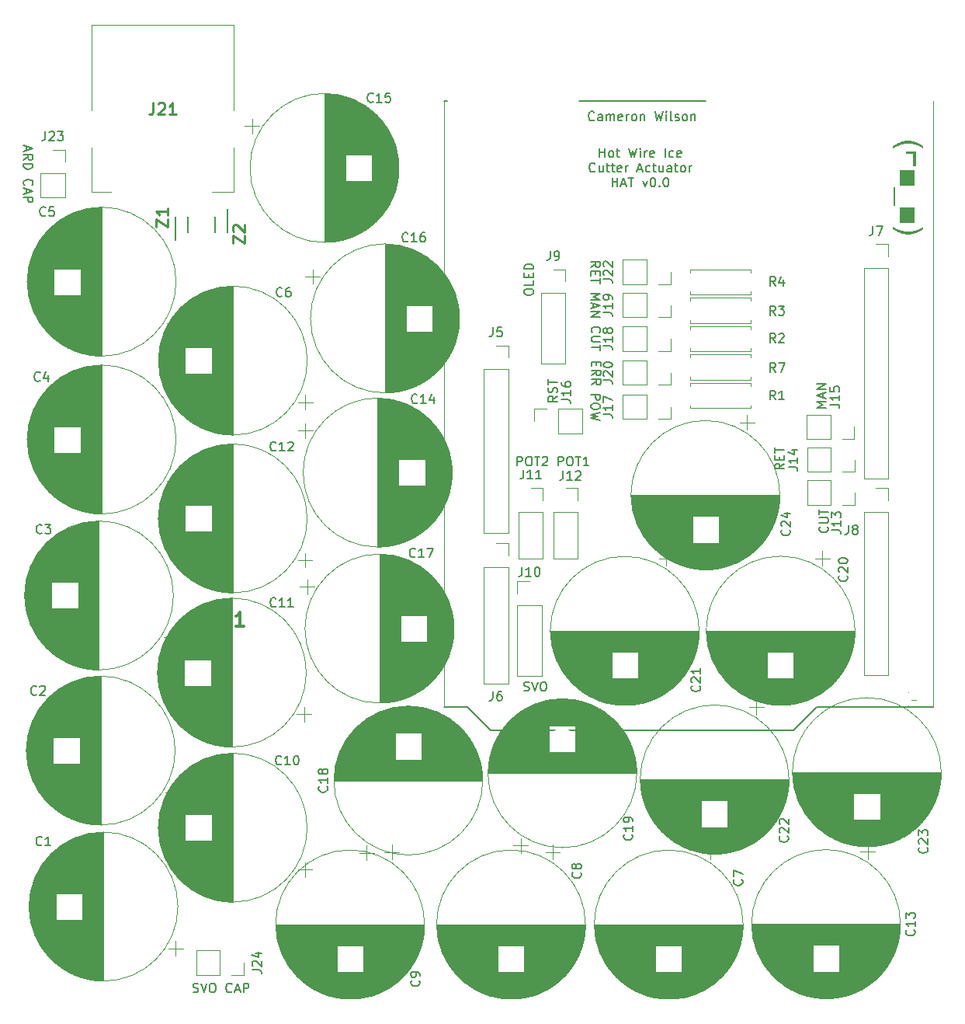
<source format=gto>
%TF.GenerationSoftware,KiCad,Pcbnew,7.0.7*%
%TF.CreationDate,2023-09-19T14:40:45+02:00*%
%TF.ProjectId,Actuator,41637475-6174-46f7-922e-6b696361645f,v0.0*%
%TF.SameCoordinates,Original*%
%TF.FileFunction,Legend,Top*%
%TF.FilePolarity,Positive*%
%FSLAX46Y46*%
G04 Gerber Fmt 4.6, Leading zero omitted, Abs format (unit mm)*
G04 Created by KiCad (PCBNEW 7.0.7) date 2023-09-19 14:40:45*
%MOMM*%
%LPD*%
G01*
G04 APERTURE LIST*
%ADD10C,0.150000*%
%ADD11C,0.100000*%
%ADD12C,0.254000*%
%ADD13C,0.300000*%
%ADD14C,0.120000*%
%ADD15C,0.200000*%
%ADD16R,1.700000X1.700000*%
%ADD17O,1.700000X1.700000*%
%ADD18C,1.600000*%
%ADD19O,1.600000X1.600000*%
%ADD20R,2.400000X2.400000*%
%ADD21C,2.400000*%
%ADD22R,0.500000X1.075000*%
%ADD23C,4.050000*%
%ADD24C,2.700000*%
%ADD25R,1.600000X1.600000*%
G04 APERTURE END LIST*
D10*
X141269000Y-130899000D02*
X174289000Y-130899000D01*
D11*
X189529000Y-128359000D02*
X189529000Y-62319000D01*
D10*
X136189000Y-128359000D02*
X138729000Y-128359000D01*
X174289000Y-130899000D02*
X176829000Y-128359000D01*
X164779000Y-62319000D02*
X150979000Y-62319000D01*
X176829000Y-128359000D02*
X189529000Y-128359000D01*
X136189000Y-62319000D02*
X136529000Y-62319000D01*
X138729000Y-128359000D02*
X141269000Y-130899000D01*
D11*
X136189000Y-62319000D02*
X136189000Y-128359000D01*
D10*
X173319819Y-101791792D02*
X172843628Y-102125125D01*
X173319819Y-102363220D02*
X172319819Y-102363220D01*
X172319819Y-102363220D02*
X172319819Y-101982268D01*
X172319819Y-101982268D02*
X172367438Y-101887030D01*
X172367438Y-101887030D02*
X172415057Y-101839411D01*
X172415057Y-101839411D02*
X172510295Y-101791792D01*
X172510295Y-101791792D02*
X172653152Y-101791792D01*
X172653152Y-101791792D02*
X172748390Y-101839411D01*
X172748390Y-101839411D02*
X172796009Y-101887030D01*
X172796009Y-101887030D02*
X172843628Y-101982268D01*
X172843628Y-101982268D02*
X172843628Y-102363220D01*
X172796009Y-101363220D02*
X172796009Y-101029887D01*
X173319819Y-100887030D02*
X173319819Y-101363220D01*
X173319819Y-101363220D02*
X172319819Y-101363220D01*
X172319819Y-101363220D02*
X172319819Y-100887030D01*
X172319819Y-100601315D02*
X172319819Y-100029887D01*
X173319819Y-100315601D02*
X172319819Y-100315601D01*
X152229180Y-83255779D02*
X153229180Y-83255779D01*
X153229180Y-83255779D02*
X152514895Y-83589112D01*
X152514895Y-83589112D02*
X153229180Y-83922445D01*
X153229180Y-83922445D02*
X152229180Y-83922445D01*
X152514895Y-84351017D02*
X152514895Y-84827207D01*
X152229180Y-84255779D02*
X153229180Y-84589112D01*
X153229180Y-84589112D02*
X152229180Y-84922445D01*
X152229180Y-85255779D02*
X153229180Y-85255779D01*
X153229180Y-85255779D02*
X152229180Y-85827207D01*
X152229180Y-85827207D02*
X153229180Y-85827207D01*
X153190428Y-68408819D02*
X153190428Y-67408819D01*
X153190428Y-67885009D02*
X153761856Y-67885009D01*
X153761856Y-68408819D02*
X153761856Y-67408819D01*
X154380904Y-68408819D02*
X154285666Y-68361200D01*
X154285666Y-68361200D02*
X154238047Y-68313580D01*
X154238047Y-68313580D02*
X154190428Y-68218342D01*
X154190428Y-68218342D02*
X154190428Y-67932628D01*
X154190428Y-67932628D02*
X154238047Y-67837390D01*
X154238047Y-67837390D02*
X154285666Y-67789771D01*
X154285666Y-67789771D02*
X154380904Y-67742152D01*
X154380904Y-67742152D02*
X154523761Y-67742152D01*
X154523761Y-67742152D02*
X154618999Y-67789771D01*
X154618999Y-67789771D02*
X154666618Y-67837390D01*
X154666618Y-67837390D02*
X154714237Y-67932628D01*
X154714237Y-67932628D02*
X154714237Y-68218342D01*
X154714237Y-68218342D02*
X154666618Y-68313580D01*
X154666618Y-68313580D02*
X154618999Y-68361200D01*
X154618999Y-68361200D02*
X154523761Y-68408819D01*
X154523761Y-68408819D02*
X154380904Y-68408819D01*
X154999952Y-67742152D02*
X155380904Y-67742152D01*
X155142809Y-67408819D02*
X155142809Y-68265961D01*
X155142809Y-68265961D02*
X155190428Y-68361200D01*
X155190428Y-68361200D02*
X155285666Y-68408819D01*
X155285666Y-68408819D02*
X155380904Y-68408819D01*
X156380905Y-67408819D02*
X156619000Y-68408819D01*
X156619000Y-68408819D02*
X156809476Y-67694533D01*
X156809476Y-67694533D02*
X156999952Y-68408819D01*
X156999952Y-68408819D02*
X157238048Y-67408819D01*
X157619000Y-68408819D02*
X157619000Y-67742152D01*
X157619000Y-67408819D02*
X157571381Y-67456438D01*
X157571381Y-67456438D02*
X157619000Y-67504057D01*
X157619000Y-67504057D02*
X157666619Y-67456438D01*
X157666619Y-67456438D02*
X157619000Y-67408819D01*
X157619000Y-67408819D02*
X157619000Y-67504057D01*
X158095190Y-68408819D02*
X158095190Y-67742152D01*
X158095190Y-67932628D02*
X158142809Y-67837390D01*
X158142809Y-67837390D02*
X158190428Y-67789771D01*
X158190428Y-67789771D02*
X158285666Y-67742152D01*
X158285666Y-67742152D02*
X158380904Y-67742152D01*
X159095190Y-68361200D02*
X158999952Y-68408819D01*
X158999952Y-68408819D02*
X158809476Y-68408819D01*
X158809476Y-68408819D02*
X158714238Y-68361200D01*
X158714238Y-68361200D02*
X158666619Y-68265961D01*
X158666619Y-68265961D02*
X158666619Y-67885009D01*
X158666619Y-67885009D02*
X158714238Y-67789771D01*
X158714238Y-67789771D02*
X158809476Y-67742152D01*
X158809476Y-67742152D02*
X158999952Y-67742152D01*
X158999952Y-67742152D02*
X159095190Y-67789771D01*
X159095190Y-67789771D02*
X159142809Y-67885009D01*
X159142809Y-67885009D02*
X159142809Y-67980247D01*
X159142809Y-67980247D02*
X158666619Y-68075485D01*
X160333286Y-68408819D02*
X160333286Y-67408819D01*
X161238047Y-68361200D02*
X161142809Y-68408819D01*
X161142809Y-68408819D02*
X160952333Y-68408819D01*
X160952333Y-68408819D02*
X160857095Y-68361200D01*
X160857095Y-68361200D02*
X160809476Y-68313580D01*
X160809476Y-68313580D02*
X160761857Y-68218342D01*
X160761857Y-68218342D02*
X160761857Y-67932628D01*
X160761857Y-67932628D02*
X160809476Y-67837390D01*
X160809476Y-67837390D02*
X160857095Y-67789771D01*
X160857095Y-67789771D02*
X160952333Y-67742152D01*
X160952333Y-67742152D02*
X161142809Y-67742152D01*
X161142809Y-67742152D02*
X161238047Y-67789771D01*
X162047571Y-68361200D02*
X161952333Y-68408819D01*
X161952333Y-68408819D02*
X161761857Y-68408819D01*
X161761857Y-68408819D02*
X161666619Y-68361200D01*
X161666619Y-68361200D02*
X161619000Y-68265961D01*
X161619000Y-68265961D02*
X161619000Y-67885009D01*
X161619000Y-67885009D02*
X161666619Y-67789771D01*
X161666619Y-67789771D02*
X161761857Y-67742152D01*
X161761857Y-67742152D02*
X161952333Y-67742152D01*
X161952333Y-67742152D02*
X162047571Y-67789771D01*
X162047571Y-67789771D02*
X162095190Y-67885009D01*
X162095190Y-67885009D02*
X162095190Y-67980247D01*
X162095190Y-67980247D02*
X161619000Y-68075485D01*
X152690426Y-69923580D02*
X152642807Y-69971200D01*
X152642807Y-69971200D02*
X152499950Y-70018819D01*
X152499950Y-70018819D02*
X152404712Y-70018819D01*
X152404712Y-70018819D02*
X152261855Y-69971200D01*
X152261855Y-69971200D02*
X152166617Y-69875961D01*
X152166617Y-69875961D02*
X152118998Y-69780723D01*
X152118998Y-69780723D02*
X152071379Y-69590247D01*
X152071379Y-69590247D02*
X152071379Y-69447390D01*
X152071379Y-69447390D02*
X152118998Y-69256914D01*
X152118998Y-69256914D02*
X152166617Y-69161676D01*
X152166617Y-69161676D02*
X152261855Y-69066438D01*
X152261855Y-69066438D02*
X152404712Y-69018819D01*
X152404712Y-69018819D02*
X152499950Y-69018819D01*
X152499950Y-69018819D02*
X152642807Y-69066438D01*
X152642807Y-69066438D02*
X152690426Y-69114057D01*
X153547569Y-69352152D02*
X153547569Y-70018819D01*
X153118998Y-69352152D02*
X153118998Y-69875961D01*
X153118998Y-69875961D02*
X153166617Y-69971200D01*
X153166617Y-69971200D02*
X153261855Y-70018819D01*
X153261855Y-70018819D02*
X153404712Y-70018819D01*
X153404712Y-70018819D02*
X153499950Y-69971200D01*
X153499950Y-69971200D02*
X153547569Y-69923580D01*
X153880903Y-69352152D02*
X154261855Y-69352152D01*
X154023760Y-69018819D02*
X154023760Y-69875961D01*
X154023760Y-69875961D02*
X154071379Y-69971200D01*
X154071379Y-69971200D02*
X154166617Y-70018819D01*
X154166617Y-70018819D02*
X154261855Y-70018819D01*
X154452332Y-69352152D02*
X154833284Y-69352152D01*
X154595189Y-69018819D02*
X154595189Y-69875961D01*
X154595189Y-69875961D02*
X154642808Y-69971200D01*
X154642808Y-69971200D02*
X154738046Y-70018819D01*
X154738046Y-70018819D02*
X154833284Y-70018819D01*
X155547570Y-69971200D02*
X155452332Y-70018819D01*
X155452332Y-70018819D02*
X155261856Y-70018819D01*
X155261856Y-70018819D02*
X155166618Y-69971200D01*
X155166618Y-69971200D02*
X155118999Y-69875961D01*
X155118999Y-69875961D02*
X155118999Y-69495009D01*
X155118999Y-69495009D02*
X155166618Y-69399771D01*
X155166618Y-69399771D02*
X155261856Y-69352152D01*
X155261856Y-69352152D02*
X155452332Y-69352152D01*
X155452332Y-69352152D02*
X155547570Y-69399771D01*
X155547570Y-69399771D02*
X155595189Y-69495009D01*
X155595189Y-69495009D02*
X155595189Y-69590247D01*
X155595189Y-69590247D02*
X155118999Y-69685485D01*
X156023761Y-70018819D02*
X156023761Y-69352152D01*
X156023761Y-69542628D02*
X156071380Y-69447390D01*
X156071380Y-69447390D02*
X156118999Y-69399771D01*
X156118999Y-69399771D02*
X156214237Y-69352152D01*
X156214237Y-69352152D02*
X156309475Y-69352152D01*
X157357095Y-69733104D02*
X157833285Y-69733104D01*
X157261857Y-70018819D02*
X157595190Y-69018819D01*
X157595190Y-69018819D02*
X157928523Y-70018819D01*
X158690428Y-69971200D02*
X158595190Y-70018819D01*
X158595190Y-70018819D02*
X158404714Y-70018819D01*
X158404714Y-70018819D02*
X158309476Y-69971200D01*
X158309476Y-69971200D02*
X158261857Y-69923580D01*
X158261857Y-69923580D02*
X158214238Y-69828342D01*
X158214238Y-69828342D02*
X158214238Y-69542628D01*
X158214238Y-69542628D02*
X158261857Y-69447390D01*
X158261857Y-69447390D02*
X158309476Y-69399771D01*
X158309476Y-69399771D02*
X158404714Y-69352152D01*
X158404714Y-69352152D02*
X158595190Y-69352152D01*
X158595190Y-69352152D02*
X158690428Y-69399771D01*
X158976143Y-69352152D02*
X159357095Y-69352152D01*
X159119000Y-69018819D02*
X159119000Y-69875961D01*
X159119000Y-69875961D02*
X159166619Y-69971200D01*
X159166619Y-69971200D02*
X159261857Y-70018819D01*
X159261857Y-70018819D02*
X159357095Y-70018819D01*
X160119000Y-69352152D02*
X160119000Y-70018819D01*
X159690429Y-69352152D02*
X159690429Y-69875961D01*
X159690429Y-69875961D02*
X159738048Y-69971200D01*
X159738048Y-69971200D02*
X159833286Y-70018819D01*
X159833286Y-70018819D02*
X159976143Y-70018819D01*
X159976143Y-70018819D02*
X160071381Y-69971200D01*
X160071381Y-69971200D02*
X160119000Y-69923580D01*
X161023762Y-70018819D02*
X161023762Y-69495009D01*
X161023762Y-69495009D02*
X160976143Y-69399771D01*
X160976143Y-69399771D02*
X160880905Y-69352152D01*
X160880905Y-69352152D02*
X160690429Y-69352152D01*
X160690429Y-69352152D02*
X160595191Y-69399771D01*
X161023762Y-69971200D02*
X160928524Y-70018819D01*
X160928524Y-70018819D02*
X160690429Y-70018819D01*
X160690429Y-70018819D02*
X160595191Y-69971200D01*
X160595191Y-69971200D02*
X160547572Y-69875961D01*
X160547572Y-69875961D02*
X160547572Y-69780723D01*
X160547572Y-69780723D02*
X160595191Y-69685485D01*
X160595191Y-69685485D02*
X160690429Y-69637866D01*
X160690429Y-69637866D02*
X160928524Y-69637866D01*
X160928524Y-69637866D02*
X161023762Y-69590247D01*
X161357096Y-69352152D02*
X161738048Y-69352152D01*
X161499953Y-69018819D02*
X161499953Y-69875961D01*
X161499953Y-69875961D02*
X161547572Y-69971200D01*
X161547572Y-69971200D02*
X161642810Y-70018819D01*
X161642810Y-70018819D02*
X161738048Y-70018819D01*
X162214239Y-70018819D02*
X162119001Y-69971200D01*
X162119001Y-69971200D02*
X162071382Y-69923580D01*
X162071382Y-69923580D02*
X162023763Y-69828342D01*
X162023763Y-69828342D02*
X162023763Y-69542628D01*
X162023763Y-69542628D02*
X162071382Y-69447390D01*
X162071382Y-69447390D02*
X162119001Y-69399771D01*
X162119001Y-69399771D02*
X162214239Y-69352152D01*
X162214239Y-69352152D02*
X162357096Y-69352152D01*
X162357096Y-69352152D02*
X162452334Y-69399771D01*
X162452334Y-69399771D02*
X162499953Y-69447390D01*
X162499953Y-69447390D02*
X162547572Y-69542628D01*
X162547572Y-69542628D02*
X162547572Y-69828342D01*
X162547572Y-69828342D02*
X162499953Y-69923580D01*
X162499953Y-69923580D02*
X162452334Y-69971200D01*
X162452334Y-69971200D02*
X162357096Y-70018819D01*
X162357096Y-70018819D02*
X162214239Y-70018819D01*
X162976144Y-70018819D02*
X162976144Y-69352152D01*
X162976144Y-69542628D02*
X163023763Y-69447390D01*
X163023763Y-69447390D02*
X163071382Y-69399771D01*
X163071382Y-69399771D02*
X163166620Y-69352152D01*
X163166620Y-69352152D02*
X163261858Y-69352152D01*
X154571381Y-71628819D02*
X154571381Y-70628819D01*
X154571381Y-71105009D02*
X155142809Y-71105009D01*
X155142809Y-71628819D02*
X155142809Y-70628819D01*
X155571381Y-71343104D02*
X156047571Y-71343104D01*
X155476143Y-71628819D02*
X155809476Y-70628819D01*
X155809476Y-70628819D02*
X156142809Y-71628819D01*
X156333286Y-70628819D02*
X156904714Y-70628819D01*
X156619000Y-71628819D02*
X156619000Y-70628819D01*
X157904715Y-70962152D02*
X158142810Y-71628819D01*
X158142810Y-71628819D02*
X158380905Y-70962152D01*
X158952334Y-70628819D02*
X159047572Y-70628819D01*
X159047572Y-70628819D02*
X159142810Y-70676438D01*
X159142810Y-70676438D02*
X159190429Y-70724057D01*
X159190429Y-70724057D02*
X159238048Y-70819295D01*
X159238048Y-70819295D02*
X159285667Y-71009771D01*
X159285667Y-71009771D02*
X159285667Y-71247866D01*
X159285667Y-71247866D02*
X159238048Y-71438342D01*
X159238048Y-71438342D02*
X159190429Y-71533580D01*
X159190429Y-71533580D02*
X159142810Y-71581200D01*
X159142810Y-71581200D02*
X159047572Y-71628819D01*
X159047572Y-71628819D02*
X158952334Y-71628819D01*
X158952334Y-71628819D02*
X158857096Y-71581200D01*
X158857096Y-71581200D02*
X158809477Y-71533580D01*
X158809477Y-71533580D02*
X158761858Y-71438342D01*
X158761858Y-71438342D02*
X158714239Y-71247866D01*
X158714239Y-71247866D02*
X158714239Y-71009771D01*
X158714239Y-71009771D02*
X158761858Y-70819295D01*
X158761858Y-70819295D02*
X158809477Y-70724057D01*
X158809477Y-70724057D02*
X158857096Y-70676438D01*
X158857096Y-70676438D02*
X158952334Y-70628819D01*
X159714239Y-71533580D02*
X159761858Y-71581200D01*
X159761858Y-71581200D02*
X159714239Y-71628819D01*
X159714239Y-71628819D02*
X159666620Y-71581200D01*
X159666620Y-71581200D02*
X159714239Y-71533580D01*
X159714239Y-71533580D02*
X159714239Y-71628819D01*
X160380905Y-70628819D02*
X160476143Y-70628819D01*
X160476143Y-70628819D02*
X160571381Y-70676438D01*
X160571381Y-70676438D02*
X160619000Y-70724057D01*
X160619000Y-70724057D02*
X160666619Y-70819295D01*
X160666619Y-70819295D02*
X160714238Y-71009771D01*
X160714238Y-71009771D02*
X160714238Y-71247866D01*
X160714238Y-71247866D02*
X160666619Y-71438342D01*
X160666619Y-71438342D02*
X160619000Y-71533580D01*
X160619000Y-71533580D02*
X160571381Y-71581200D01*
X160571381Y-71581200D02*
X160476143Y-71628819D01*
X160476143Y-71628819D02*
X160380905Y-71628819D01*
X160380905Y-71628819D02*
X160285667Y-71581200D01*
X160285667Y-71581200D02*
X160238048Y-71533580D01*
X160238048Y-71533580D02*
X160190429Y-71438342D01*
X160190429Y-71438342D02*
X160142810Y-71247866D01*
X160142810Y-71247866D02*
X160142810Y-71009771D01*
X160142810Y-71009771D02*
X160190429Y-70819295D01*
X160190429Y-70819295D02*
X160238048Y-70724057D01*
X160238048Y-70724057D02*
X160285667Y-70676438D01*
X160285667Y-70676438D02*
X160380905Y-70628819D01*
X144969819Y-83172744D02*
X144969819Y-82982268D01*
X144969819Y-82982268D02*
X145017438Y-82887030D01*
X145017438Y-82887030D02*
X145112676Y-82791792D01*
X145112676Y-82791792D02*
X145303152Y-82744173D01*
X145303152Y-82744173D02*
X145636485Y-82744173D01*
X145636485Y-82744173D02*
X145826961Y-82791792D01*
X145826961Y-82791792D02*
X145922200Y-82887030D01*
X145922200Y-82887030D02*
X145969819Y-82982268D01*
X145969819Y-82982268D02*
X145969819Y-83172744D01*
X145969819Y-83172744D02*
X145922200Y-83267982D01*
X145922200Y-83267982D02*
X145826961Y-83363220D01*
X145826961Y-83363220D02*
X145636485Y-83410839D01*
X145636485Y-83410839D02*
X145303152Y-83410839D01*
X145303152Y-83410839D02*
X145112676Y-83363220D01*
X145112676Y-83363220D02*
X145017438Y-83267982D01*
X145017438Y-83267982D02*
X144969819Y-83172744D01*
X145969819Y-81839411D02*
X145969819Y-82315601D01*
X145969819Y-82315601D02*
X144969819Y-82315601D01*
X145446009Y-81506077D02*
X145446009Y-81172744D01*
X145969819Y-81029887D02*
X145969819Y-81506077D01*
X145969819Y-81506077D02*
X144969819Y-81506077D01*
X144969819Y-81506077D02*
X144969819Y-81029887D01*
X145969819Y-80601315D02*
X144969819Y-80601315D01*
X144969819Y-80601315D02*
X144969819Y-80363220D01*
X144969819Y-80363220D02*
X145017438Y-80220363D01*
X145017438Y-80220363D02*
X145112676Y-80125125D01*
X145112676Y-80125125D02*
X145207914Y-80077506D01*
X145207914Y-80077506D02*
X145398390Y-80029887D01*
X145398390Y-80029887D02*
X145541247Y-80029887D01*
X145541247Y-80029887D02*
X145731723Y-80077506D01*
X145731723Y-80077506D02*
X145826961Y-80125125D01*
X145826961Y-80125125D02*
X145922200Y-80220363D01*
X145922200Y-80220363D02*
X145969819Y-80363220D01*
X145969819Y-80363220D02*
X145969819Y-80601315D01*
X152852990Y-90715779D02*
X152852990Y-91049112D01*
X152329180Y-91191969D02*
X152329180Y-90715779D01*
X152329180Y-90715779D02*
X153329180Y-90715779D01*
X153329180Y-90715779D02*
X153329180Y-91191969D01*
X152329180Y-92191969D02*
X152805371Y-91858636D01*
X152329180Y-91620541D02*
X153329180Y-91620541D01*
X153329180Y-91620541D02*
X153329180Y-92001493D01*
X153329180Y-92001493D02*
X153281561Y-92096731D01*
X153281561Y-92096731D02*
X153233942Y-92144350D01*
X153233942Y-92144350D02*
X153138704Y-92191969D01*
X153138704Y-92191969D02*
X152995847Y-92191969D01*
X152995847Y-92191969D02*
X152900609Y-92144350D01*
X152900609Y-92144350D02*
X152852990Y-92096731D01*
X152852990Y-92096731D02*
X152805371Y-92001493D01*
X152805371Y-92001493D02*
X152805371Y-91620541D01*
X152329180Y-93191969D02*
X152805371Y-92858636D01*
X152329180Y-92620541D02*
X153329180Y-92620541D01*
X153329180Y-92620541D02*
X153329180Y-93001493D01*
X153329180Y-93001493D02*
X153281561Y-93096731D01*
X153281561Y-93096731D02*
X153233942Y-93144350D01*
X153233942Y-93144350D02*
X153138704Y-93191969D01*
X153138704Y-93191969D02*
X152995847Y-93191969D01*
X152995847Y-93191969D02*
X152900609Y-93144350D01*
X152900609Y-93144350D02*
X152852990Y-93096731D01*
X152852990Y-93096731D02*
X152805371Y-93001493D01*
X152805371Y-93001493D02*
X152805371Y-92620541D01*
X148569819Y-94441792D02*
X148093628Y-94775125D01*
X148569819Y-95013220D02*
X147569819Y-95013220D01*
X147569819Y-95013220D02*
X147569819Y-94632268D01*
X147569819Y-94632268D02*
X147617438Y-94537030D01*
X147617438Y-94537030D02*
X147665057Y-94489411D01*
X147665057Y-94489411D02*
X147760295Y-94441792D01*
X147760295Y-94441792D02*
X147903152Y-94441792D01*
X147903152Y-94441792D02*
X147998390Y-94489411D01*
X147998390Y-94489411D02*
X148046009Y-94537030D01*
X148046009Y-94537030D02*
X148093628Y-94632268D01*
X148093628Y-94632268D02*
X148093628Y-95013220D01*
X148522200Y-94060839D02*
X148569819Y-93917982D01*
X148569819Y-93917982D02*
X148569819Y-93679887D01*
X148569819Y-93679887D02*
X148522200Y-93584649D01*
X148522200Y-93584649D02*
X148474580Y-93537030D01*
X148474580Y-93537030D02*
X148379342Y-93489411D01*
X148379342Y-93489411D02*
X148284104Y-93489411D01*
X148284104Y-93489411D02*
X148188866Y-93537030D01*
X148188866Y-93537030D02*
X148141247Y-93584649D01*
X148141247Y-93584649D02*
X148093628Y-93679887D01*
X148093628Y-93679887D02*
X148046009Y-93870363D01*
X148046009Y-93870363D02*
X147998390Y-93965601D01*
X147998390Y-93965601D02*
X147950771Y-94013220D01*
X147950771Y-94013220D02*
X147855533Y-94060839D01*
X147855533Y-94060839D02*
X147760295Y-94060839D01*
X147760295Y-94060839D02*
X147665057Y-94013220D01*
X147665057Y-94013220D02*
X147617438Y-93965601D01*
X147617438Y-93965601D02*
X147569819Y-93870363D01*
X147569819Y-93870363D02*
X147569819Y-93632268D01*
X147569819Y-93632268D02*
X147617438Y-93489411D01*
X147569819Y-93203696D02*
X147569819Y-92632268D01*
X148569819Y-92917982D02*
X147569819Y-92917982D01*
X144928160Y-126531200D02*
X145071017Y-126578819D01*
X145071017Y-126578819D02*
X145309112Y-126578819D01*
X145309112Y-126578819D02*
X145404350Y-126531200D01*
X145404350Y-126531200D02*
X145451969Y-126483580D01*
X145451969Y-126483580D02*
X145499588Y-126388342D01*
X145499588Y-126388342D02*
X145499588Y-126293104D01*
X145499588Y-126293104D02*
X145451969Y-126197866D01*
X145451969Y-126197866D02*
X145404350Y-126150247D01*
X145404350Y-126150247D02*
X145309112Y-126102628D01*
X145309112Y-126102628D02*
X145118636Y-126055009D01*
X145118636Y-126055009D02*
X145023398Y-126007390D01*
X145023398Y-126007390D02*
X144975779Y-125959771D01*
X144975779Y-125959771D02*
X144928160Y-125864533D01*
X144928160Y-125864533D02*
X144928160Y-125769295D01*
X144928160Y-125769295D02*
X144975779Y-125674057D01*
X144975779Y-125674057D02*
X145023398Y-125626438D01*
X145023398Y-125626438D02*
X145118636Y-125578819D01*
X145118636Y-125578819D02*
X145356731Y-125578819D01*
X145356731Y-125578819D02*
X145499588Y-125626438D01*
X145785303Y-125578819D02*
X146118636Y-126578819D01*
X146118636Y-126578819D02*
X146451969Y-125578819D01*
X146975779Y-125578819D02*
X147166255Y-125578819D01*
X147166255Y-125578819D02*
X147261493Y-125626438D01*
X147261493Y-125626438D02*
X147356731Y-125721676D01*
X147356731Y-125721676D02*
X147404350Y-125912152D01*
X147404350Y-125912152D02*
X147404350Y-126245485D01*
X147404350Y-126245485D02*
X147356731Y-126435961D01*
X147356731Y-126435961D02*
X147261493Y-126531200D01*
X147261493Y-126531200D02*
X147166255Y-126578819D01*
X147166255Y-126578819D02*
X146975779Y-126578819D01*
X146975779Y-126578819D02*
X146880541Y-126531200D01*
X146880541Y-126531200D02*
X146785303Y-126435961D01*
X146785303Y-126435961D02*
X146737684Y-126245485D01*
X146737684Y-126245485D02*
X146737684Y-125912152D01*
X146737684Y-125912152D02*
X146785303Y-125721676D01*
X146785303Y-125721676D02*
X146880541Y-125626438D01*
X146880541Y-125626438D02*
X146975779Y-125578819D01*
X152259180Y-94265779D02*
X153259180Y-94265779D01*
X153259180Y-94265779D02*
X153259180Y-94646731D01*
X153259180Y-94646731D02*
X153211561Y-94741969D01*
X153211561Y-94741969D02*
X153163942Y-94789588D01*
X153163942Y-94789588D02*
X153068704Y-94837207D01*
X153068704Y-94837207D02*
X152925847Y-94837207D01*
X152925847Y-94837207D02*
X152830609Y-94789588D01*
X152830609Y-94789588D02*
X152782990Y-94741969D01*
X152782990Y-94741969D02*
X152735371Y-94646731D01*
X152735371Y-94646731D02*
X152735371Y-94265779D01*
X153259180Y-95456255D02*
X153259180Y-95646731D01*
X153259180Y-95646731D02*
X153211561Y-95741969D01*
X153211561Y-95741969D02*
X153116323Y-95837207D01*
X153116323Y-95837207D02*
X152925847Y-95884826D01*
X152925847Y-95884826D02*
X152592514Y-95884826D01*
X152592514Y-95884826D02*
X152402038Y-95837207D01*
X152402038Y-95837207D02*
X152306800Y-95741969D01*
X152306800Y-95741969D02*
X152259180Y-95646731D01*
X152259180Y-95646731D02*
X152259180Y-95456255D01*
X152259180Y-95456255D02*
X152306800Y-95361017D01*
X152306800Y-95361017D02*
X152402038Y-95265779D01*
X152402038Y-95265779D02*
X152592514Y-95218160D01*
X152592514Y-95218160D02*
X152925847Y-95218160D01*
X152925847Y-95218160D02*
X153116323Y-95265779D01*
X153116323Y-95265779D02*
X153211561Y-95361017D01*
X153211561Y-95361017D02*
X153259180Y-95456255D01*
X153259180Y-96218160D02*
X152259180Y-96456255D01*
X152259180Y-96456255D02*
X152973466Y-96646731D01*
X152973466Y-96646731D02*
X152259180Y-96837207D01*
X152259180Y-96837207D02*
X153259180Y-97075303D01*
X108838160Y-159381200D02*
X108981017Y-159428819D01*
X108981017Y-159428819D02*
X109219112Y-159428819D01*
X109219112Y-159428819D02*
X109314350Y-159381200D01*
X109314350Y-159381200D02*
X109361969Y-159333580D01*
X109361969Y-159333580D02*
X109409588Y-159238342D01*
X109409588Y-159238342D02*
X109409588Y-159143104D01*
X109409588Y-159143104D02*
X109361969Y-159047866D01*
X109361969Y-159047866D02*
X109314350Y-159000247D01*
X109314350Y-159000247D02*
X109219112Y-158952628D01*
X109219112Y-158952628D02*
X109028636Y-158905009D01*
X109028636Y-158905009D02*
X108933398Y-158857390D01*
X108933398Y-158857390D02*
X108885779Y-158809771D01*
X108885779Y-158809771D02*
X108838160Y-158714533D01*
X108838160Y-158714533D02*
X108838160Y-158619295D01*
X108838160Y-158619295D02*
X108885779Y-158524057D01*
X108885779Y-158524057D02*
X108933398Y-158476438D01*
X108933398Y-158476438D02*
X109028636Y-158428819D01*
X109028636Y-158428819D02*
X109266731Y-158428819D01*
X109266731Y-158428819D02*
X109409588Y-158476438D01*
X109695303Y-158428819D02*
X110028636Y-159428819D01*
X110028636Y-159428819D02*
X110361969Y-158428819D01*
X110885779Y-158428819D02*
X111076255Y-158428819D01*
X111076255Y-158428819D02*
X111171493Y-158476438D01*
X111171493Y-158476438D02*
X111266731Y-158571676D01*
X111266731Y-158571676D02*
X111314350Y-158762152D01*
X111314350Y-158762152D02*
X111314350Y-159095485D01*
X111314350Y-159095485D02*
X111266731Y-159285961D01*
X111266731Y-159285961D02*
X111171493Y-159381200D01*
X111171493Y-159381200D02*
X111076255Y-159428819D01*
X111076255Y-159428819D02*
X110885779Y-159428819D01*
X110885779Y-159428819D02*
X110790541Y-159381200D01*
X110790541Y-159381200D02*
X110695303Y-159285961D01*
X110695303Y-159285961D02*
X110647684Y-159095485D01*
X110647684Y-159095485D02*
X110647684Y-158762152D01*
X110647684Y-158762152D02*
X110695303Y-158571676D01*
X110695303Y-158571676D02*
X110790541Y-158476438D01*
X110790541Y-158476438D02*
X110885779Y-158428819D01*
X113076255Y-159333580D02*
X113028636Y-159381200D01*
X113028636Y-159381200D02*
X112885779Y-159428819D01*
X112885779Y-159428819D02*
X112790541Y-159428819D01*
X112790541Y-159428819D02*
X112647684Y-159381200D01*
X112647684Y-159381200D02*
X112552446Y-159285961D01*
X112552446Y-159285961D02*
X112504827Y-159190723D01*
X112504827Y-159190723D02*
X112457208Y-159000247D01*
X112457208Y-159000247D02*
X112457208Y-158857390D01*
X112457208Y-158857390D02*
X112504827Y-158666914D01*
X112504827Y-158666914D02*
X112552446Y-158571676D01*
X112552446Y-158571676D02*
X112647684Y-158476438D01*
X112647684Y-158476438D02*
X112790541Y-158428819D01*
X112790541Y-158428819D02*
X112885779Y-158428819D01*
X112885779Y-158428819D02*
X113028636Y-158476438D01*
X113028636Y-158476438D02*
X113076255Y-158524057D01*
X113457208Y-159143104D02*
X113933398Y-159143104D01*
X113361970Y-159428819D02*
X113695303Y-158428819D01*
X113695303Y-158428819D02*
X114028636Y-159428819D01*
X114361970Y-159428819D02*
X114361970Y-158428819D01*
X114361970Y-158428819D02*
X114742922Y-158428819D01*
X114742922Y-158428819D02*
X114838160Y-158476438D01*
X114838160Y-158476438D02*
X114885779Y-158524057D01*
X114885779Y-158524057D02*
X114933398Y-158619295D01*
X114933398Y-158619295D02*
X114933398Y-158762152D01*
X114933398Y-158762152D02*
X114885779Y-158857390D01*
X114885779Y-158857390D02*
X114838160Y-158905009D01*
X114838160Y-158905009D02*
X114742922Y-158952628D01*
X114742922Y-158952628D02*
X114361970Y-158952628D01*
G36*
X185182501Y-67222487D02*
G01*
X185202912Y-67206574D01*
X185223538Y-67190814D01*
X185244381Y-67175209D01*
X185265439Y-67159757D01*
X185286713Y-67144459D01*
X185308203Y-67129315D01*
X185329909Y-67114325D01*
X185351830Y-67099488D01*
X185373968Y-67084806D01*
X185396321Y-67070277D01*
X185418890Y-67055902D01*
X185441675Y-67041681D01*
X185464676Y-67027614D01*
X185487893Y-67013700D01*
X185511326Y-66999941D01*
X185534974Y-66986335D01*
X185558839Y-66972883D01*
X185582919Y-66959585D01*
X185607215Y-66946441D01*
X185631727Y-66933451D01*
X185656455Y-66920614D01*
X185681398Y-66907932D01*
X185706558Y-66895403D01*
X185731933Y-66883028D01*
X185757524Y-66870807D01*
X185783331Y-66858740D01*
X185809354Y-66846826D01*
X185835593Y-66835067D01*
X185862048Y-66823461D01*
X185888718Y-66812009D01*
X185915605Y-66800711D01*
X185942707Y-66789567D01*
X185969985Y-66778710D01*
X185997323Y-66768198D01*
X186024720Y-66758031D01*
X186052178Y-66748208D01*
X186079694Y-66738730D01*
X186107270Y-66729596D01*
X186134906Y-66720807D01*
X186162602Y-66712363D01*
X186190357Y-66704264D01*
X186218172Y-66696509D01*
X186246046Y-66689099D01*
X186273981Y-66682033D01*
X186301974Y-66675312D01*
X186330028Y-66668936D01*
X186358141Y-66662905D01*
X186386313Y-66657218D01*
X186414545Y-66651876D01*
X186442837Y-66646878D01*
X186471189Y-66642225D01*
X186499600Y-66637917D01*
X186528071Y-66633953D01*
X186556601Y-66630334D01*
X186585191Y-66627060D01*
X186613841Y-66624130D01*
X186642550Y-66621546D01*
X186671319Y-66619305D01*
X186700147Y-66617410D01*
X186729036Y-66615859D01*
X186757983Y-66614652D01*
X186786991Y-66613791D01*
X186816058Y-66613274D01*
X186845184Y-66613101D01*
X186870835Y-66613230D01*
X186896418Y-66613617D01*
X186921935Y-66614261D01*
X186947385Y-66615162D01*
X186972768Y-66616321D01*
X186998084Y-66617738D01*
X187023334Y-66619413D01*
X187048517Y-66621345D01*
X187073633Y-66623534D01*
X187098682Y-66625981D01*
X187123664Y-66628686D01*
X187148580Y-66631649D01*
X187173429Y-66634869D01*
X187198211Y-66638346D01*
X187222926Y-66642081D01*
X187247575Y-66646074D01*
X187272156Y-66650325D01*
X187296671Y-66654833D01*
X187321119Y-66659598D01*
X187345501Y-66664621D01*
X187369815Y-66669902D01*
X187394063Y-66675441D01*
X187418244Y-66681237D01*
X187442358Y-66687290D01*
X187466406Y-66693601D01*
X187490386Y-66700170D01*
X187514300Y-66706997D01*
X187538147Y-66714081D01*
X187561927Y-66721422D01*
X187585641Y-66729021D01*
X187609288Y-66736878D01*
X187632868Y-66744993D01*
X187660226Y-66754812D01*
X187687577Y-66764961D01*
X187714919Y-66775439D01*
X187742252Y-66786247D01*
X187769577Y-66797383D01*
X187796894Y-66808849D01*
X187824203Y-66820643D01*
X187851503Y-66832767D01*
X187878795Y-66845220D01*
X187906079Y-66858003D01*
X187933354Y-66871114D01*
X187960621Y-66884554D01*
X187987879Y-66898324D01*
X188015129Y-66912423D01*
X188042371Y-66926851D01*
X188069604Y-66941608D01*
X188096829Y-66956694D01*
X188124046Y-66972110D01*
X188151255Y-66987854D01*
X188178455Y-67003928D01*
X188205646Y-67020331D01*
X188232830Y-67037063D01*
X188260005Y-67054124D01*
X188287171Y-67071515D01*
X188314330Y-67089234D01*
X188341480Y-67107283D01*
X188368621Y-67125661D01*
X188395754Y-67144368D01*
X188422879Y-67163404D01*
X188449996Y-67182769D01*
X188477104Y-67202464D01*
X188504204Y-67222487D01*
X188504204Y-67444138D01*
X188481927Y-67431299D01*
X188460052Y-67418735D01*
X188438579Y-67406446D01*
X188396838Y-67382689D01*
X188356705Y-67360030D01*
X188318179Y-67338468D01*
X188281261Y-67318003D01*
X188245951Y-67298635D01*
X188212248Y-67280365D01*
X188180153Y-67263192D01*
X188149666Y-67247116D01*
X188120786Y-67232137D01*
X188093514Y-67218255D01*
X188067849Y-67205470D01*
X188043792Y-67193783D01*
X188021343Y-67183193D01*
X187990683Y-67169364D01*
X187960833Y-67156413D01*
X187930815Y-67143814D01*
X187900631Y-67131569D01*
X187870279Y-67119676D01*
X187839761Y-67108137D01*
X187809075Y-67096950D01*
X187778223Y-67086117D01*
X187747204Y-67075636D01*
X187716018Y-67065509D01*
X187684664Y-67055734D01*
X187653144Y-67046313D01*
X187621457Y-67037244D01*
X187589603Y-67028529D01*
X187557582Y-67020166D01*
X187525394Y-67012157D01*
X187493039Y-67004501D01*
X187452648Y-66995554D01*
X187412229Y-66987184D01*
X187371781Y-66979392D01*
X187331304Y-66972177D01*
X187290799Y-66965539D01*
X187250265Y-66959478D01*
X187209703Y-66953994D01*
X187169112Y-66949088D01*
X187128492Y-66944759D01*
X187087844Y-66941007D01*
X187047167Y-66937832D01*
X187006461Y-66935235D01*
X186965727Y-66933215D01*
X186924964Y-66931772D01*
X186884173Y-66930906D01*
X186843353Y-66930617D01*
X186791414Y-66931119D01*
X186739478Y-66932623D01*
X186687544Y-66935130D01*
X186635613Y-66938641D01*
X186583684Y-66943154D01*
X186531757Y-66948671D01*
X186479833Y-66955190D01*
X186427911Y-66962712D01*
X186375991Y-66971237D01*
X186324074Y-66980766D01*
X186272159Y-66991297D01*
X186220247Y-67002831D01*
X186168337Y-67015368D01*
X186116430Y-67028908D01*
X186064524Y-67043451D01*
X186012622Y-67058997D01*
X185960721Y-67075546D01*
X185908823Y-67093098D01*
X185856928Y-67111653D01*
X185805034Y-67131211D01*
X185753143Y-67151772D01*
X185701255Y-67173336D01*
X185649369Y-67195903D01*
X185597485Y-67219472D01*
X185545604Y-67244045D01*
X185493725Y-67269621D01*
X185441848Y-67296200D01*
X185389974Y-67323781D01*
X185338102Y-67352366D01*
X185286233Y-67381954D01*
X185234366Y-67412544D01*
X185182501Y-67444138D01*
X185182501Y-67222487D01*
G37*
G36*
X186638799Y-67759211D02*
G01*
X187683548Y-67759211D01*
X187683548Y-69421284D01*
X187390457Y-69421284D01*
X187390457Y-68051081D01*
X186638799Y-68051081D01*
X186638799Y-67759211D01*
G37*
G36*
X187546161Y-69857868D02*
G01*
X187546161Y-71479030D01*
X185925000Y-71479030D01*
X185925000Y-69857868D01*
X187546161Y-69857868D01*
G37*
G36*
X185232571Y-71666486D02*
G01*
X185456053Y-71666486D01*
X185456053Y-73715073D01*
X185232571Y-73715073D01*
X185232571Y-71666486D01*
G37*
G36*
X187546161Y-73917184D02*
G01*
X187546161Y-75538346D01*
X185925000Y-75538346D01*
X185925000Y-73917184D01*
X187546161Y-73917184D01*
G37*
G36*
X185182501Y-76213677D02*
G01*
X185182501Y-75992027D01*
X185234366Y-76023620D01*
X185286233Y-76054211D01*
X185338102Y-76083798D01*
X185389974Y-76112383D01*
X185441848Y-76139965D01*
X185493725Y-76166543D01*
X185545604Y-76192119D01*
X185597485Y-76216692D01*
X185649369Y-76240262D01*
X185701255Y-76262829D01*
X185753143Y-76284392D01*
X185805034Y-76304953D01*
X185856928Y-76324511D01*
X185908823Y-76343066D01*
X185960721Y-76360618D01*
X186012622Y-76377167D01*
X186064524Y-76392713D01*
X186116430Y-76407256D01*
X186168337Y-76420796D01*
X186220247Y-76433333D01*
X186272159Y-76444868D01*
X186324074Y-76455399D01*
X186375991Y-76464927D01*
X186427911Y-76473452D01*
X186479833Y-76480975D01*
X186531757Y-76487494D01*
X186583684Y-76493010D01*
X186635613Y-76497524D01*
X186687544Y-76501034D01*
X186739478Y-76503541D01*
X186791414Y-76505046D01*
X186843353Y-76505547D01*
X186883939Y-76505259D01*
X186924487Y-76504393D01*
X186964997Y-76502950D01*
X187005469Y-76500930D01*
X187045902Y-76498332D01*
X187086298Y-76495157D01*
X187126655Y-76491406D01*
X187166974Y-76487076D01*
X187207255Y-76482170D01*
X187247498Y-76476687D01*
X187287703Y-76470626D01*
X187327869Y-76463988D01*
X187367998Y-76456773D01*
X187408088Y-76448980D01*
X187448140Y-76440611D01*
X187488154Y-76431664D01*
X187520437Y-76424158D01*
X187552563Y-76416294D01*
X187584532Y-76408072D01*
X187616343Y-76399492D01*
X187647997Y-76390555D01*
X187679493Y-76381260D01*
X187710832Y-76371607D01*
X187742014Y-76361597D01*
X187773038Y-76351228D01*
X187803904Y-76340502D01*
X187834614Y-76329418D01*
X187865165Y-76317976D01*
X187895560Y-76306177D01*
X187925797Y-76294020D01*
X187955876Y-76281505D01*
X187985799Y-76268632D01*
X188016812Y-76254788D01*
X188039510Y-76244169D01*
X188063824Y-76232438D01*
X188089756Y-76219597D01*
X188117305Y-76205643D01*
X188146471Y-76190578D01*
X188177254Y-76174402D01*
X188209655Y-76157114D01*
X188243672Y-76138715D01*
X188279307Y-76119204D01*
X188316559Y-76098582D01*
X188355428Y-76076848D01*
X188395914Y-76054003D01*
X188438017Y-76030046D01*
X188459675Y-76017651D01*
X188481737Y-76004978D01*
X188504204Y-75992027D01*
X188504204Y-76213677D01*
X188477104Y-76233663D01*
X188449996Y-76253321D01*
X188422879Y-76272651D01*
X188395754Y-76291654D01*
X188368621Y-76310328D01*
X188341480Y-76328674D01*
X188314330Y-76346692D01*
X188287171Y-76364383D01*
X188260005Y-76381745D01*
X188232830Y-76398779D01*
X188205646Y-76415486D01*
X188178455Y-76431864D01*
X188151255Y-76447915D01*
X188124046Y-76463637D01*
X188096829Y-76479032D01*
X188069604Y-76494098D01*
X188042371Y-76508837D01*
X188015129Y-76523248D01*
X187987879Y-76537330D01*
X187960621Y-76551085D01*
X187933354Y-76564512D01*
X187906079Y-76577611D01*
X187878795Y-76590382D01*
X187851503Y-76602825D01*
X187824203Y-76614940D01*
X187796894Y-76626727D01*
X187769577Y-76638186D01*
X187742252Y-76649317D01*
X187714919Y-76660120D01*
X187687577Y-76670595D01*
X187660226Y-76680742D01*
X187632868Y-76690561D01*
X187609288Y-76698713D01*
X187585641Y-76706606D01*
X187561927Y-76714241D01*
X187538147Y-76721616D01*
X187514300Y-76728733D01*
X187490386Y-76735591D01*
X187466406Y-76742190D01*
X187442358Y-76748531D01*
X187418244Y-76754612D01*
X187394063Y-76760435D01*
X187369815Y-76765999D01*
X187345501Y-76771305D01*
X187321119Y-76776351D01*
X187296671Y-76781139D01*
X187272156Y-76785667D01*
X187247575Y-76789938D01*
X187222926Y-76793949D01*
X187198211Y-76797701D01*
X187173429Y-76801195D01*
X187148580Y-76804430D01*
X187123664Y-76807406D01*
X187098682Y-76810123D01*
X187073633Y-76812582D01*
X187048517Y-76814782D01*
X187023334Y-76816723D01*
X186998084Y-76818405D01*
X186972768Y-76819828D01*
X186947385Y-76820993D01*
X186921935Y-76821898D01*
X186896418Y-76822545D01*
X186870835Y-76822934D01*
X186845184Y-76823063D01*
X186816058Y-76822889D01*
X186786991Y-76822369D01*
X186757983Y-76821501D01*
X186729036Y-76820287D01*
X186700147Y-76818725D01*
X186671319Y-76816816D01*
X186642550Y-76814560D01*
X186613841Y-76811958D01*
X186585191Y-76809008D01*
X186556601Y-76805711D01*
X186528071Y-76802067D01*
X186499600Y-76798076D01*
X186471189Y-76793738D01*
X186442837Y-76789053D01*
X186414545Y-76784021D01*
X186386313Y-76778641D01*
X186358141Y-76772915D01*
X186330028Y-76766842D01*
X186301974Y-76760422D01*
X186273981Y-76753654D01*
X186246046Y-76746540D01*
X186218172Y-76739078D01*
X186190357Y-76731270D01*
X186162602Y-76723114D01*
X186134906Y-76714612D01*
X186107270Y-76705762D01*
X186079694Y-76696565D01*
X186052178Y-76687022D01*
X186024720Y-76677131D01*
X185997323Y-76666893D01*
X185969985Y-76656308D01*
X185942707Y-76645376D01*
X185915605Y-76634196D01*
X185888718Y-76622867D01*
X185862048Y-76611389D01*
X185835593Y-76599762D01*
X185809354Y-76587986D01*
X185783331Y-76576060D01*
X185757524Y-76563986D01*
X185731933Y-76551763D01*
X185706558Y-76539390D01*
X185681398Y-76526868D01*
X185656455Y-76514198D01*
X185631727Y-76501378D01*
X185607215Y-76488409D01*
X185582919Y-76475291D01*
X185558839Y-76462024D01*
X185534974Y-76448608D01*
X185511326Y-76435043D01*
X185487893Y-76421329D01*
X185464676Y-76407466D01*
X185441675Y-76393453D01*
X185418890Y-76379292D01*
X185396321Y-76364981D01*
X185373968Y-76350522D01*
X185351830Y-76335913D01*
X185329909Y-76321155D01*
X185308203Y-76306248D01*
X185286713Y-76291193D01*
X185265439Y-76275988D01*
X185244381Y-76260634D01*
X185223538Y-76245131D01*
X185202912Y-76229478D01*
X185182501Y-76213677D01*
G37*
X152607207Y-64323580D02*
X152559588Y-64371200D01*
X152559588Y-64371200D02*
X152416731Y-64418819D01*
X152416731Y-64418819D02*
X152321493Y-64418819D01*
X152321493Y-64418819D02*
X152178636Y-64371200D01*
X152178636Y-64371200D02*
X152083398Y-64275961D01*
X152083398Y-64275961D02*
X152035779Y-64180723D01*
X152035779Y-64180723D02*
X151988160Y-63990247D01*
X151988160Y-63990247D02*
X151988160Y-63847390D01*
X151988160Y-63847390D02*
X152035779Y-63656914D01*
X152035779Y-63656914D02*
X152083398Y-63561676D01*
X152083398Y-63561676D02*
X152178636Y-63466438D01*
X152178636Y-63466438D02*
X152321493Y-63418819D01*
X152321493Y-63418819D02*
X152416731Y-63418819D01*
X152416731Y-63418819D02*
X152559588Y-63466438D01*
X152559588Y-63466438D02*
X152607207Y-63514057D01*
X153464350Y-64418819D02*
X153464350Y-63895009D01*
X153464350Y-63895009D02*
X153416731Y-63799771D01*
X153416731Y-63799771D02*
X153321493Y-63752152D01*
X153321493Y-63752152D02*
X153131017Y-63752152D01*
X153131017Y-63752152D02*
X153035779Y-63799771D01*
X153464350Y-64371200D02*
X153369112Y-64418819D01*
X153369112Y-64418819D02*
X153131017Y-64418819D01*
X153131017Y-64418819D02*
X153035779Y-64371200D01*
X153035779Y-64371200D02*
X152988160Y-64275961D01*
X152988160Y-64275961D02*
X152988160Y-64180723D01*
X152988160Y-64180723D02*
X153035779Y-64085485D01*
X153035779Y-64085485D02*
X153131017Y-64037866D01*
X153131017Y-64037866D02*
X153369112Y-64037866D01*
X153369112Y-64037866D02*
X153464350Y-63990247D01*
X153940541Y-64418819D02*
X153940541Y-63752152D01*
X153940541Y-63847390D02*
X153988160Y-63799771D01*
X153988160Y-63799771D02*
X154083398Y-63752152D01*
X154083398Y-63752152D02*
X154226255Y-63752152D01*
X154226255Y-63752152D02*
X154321493Y-63799771D01*
X154321493Y-63799771D02*
X154369112Y-63895009D01*
X154369112Y-63895009D02*
X154369112Y-64418819D01*
X154369112Y-63895009D02*
X154416731Y-63799771D01*
X154416731Y-63799771D02*
X154511969Y-63752152D01*
X154511969Y-63752152D02*
X154654826Y-63752152D01*
X154654826Y-63752152D02*
X154750065Y-63799771D01*
X154750065Y-63799771D02*
X154797684Y-63895009D01*
X154797684Y-63895009D02*
X154797684Y-64418819D01*
X155654826Y-64371200D02*
X155559588Y-64418819D01*
X155559588Y-64418819D02*
X155369112Y-64418819D01*
X155369112Y-64418819D02*
X155273874Y-64371200D01*
X155273874Y-64371200D02*
X155226255Y-64275961D01*
X155226255Y-64275961D02*
X155226255Y-63895009D01*
X155226255Y-63895009D02*
X155273874Y-63799771D01*
X155273874Y-63799771D02*
X155369112Y-63752152D01*
X155369112Y-63752152D02*
X155559588Y-63752152D01*
X155559588Y-63752152D02*
X155654826Y-63799771D01*
X155654826Y-63799771D02*
X155702445Y-63895009D01*
X155702445Y-63895009D02*
X155702445Y-63990247D01*
X155702445Y-63990247D02*
X155226255Y-64085485D01*
X156131017Y-64418819D02*
X156131017Y-63752152D01*
X156131017Y-63942628D02*
X156178636Y-63847390D01*
X156178636Y-63847390D02*
X156226255Y-63799771D01*
X156226255Y-63799771D02*
X156321493Y-63752152D01*
X156321493Y-63752152D02*
X156416731Y-63752152D01*
X156892922Y-64418819D02*
X156797684Y-64371200D01*
X156797684Y-64371200D02*
X156750065Y-64323580D01*
X156750065Y-64323580D02*
X156702446Y-64228342D01*
X156702446Y-64228342D02*
X156702446Y-63942628D01*
X156702446Y-63942628D02*
X156750065Y-63847390D01*
X156750065Y-63847390D02*
X156797684Y-63799771D01*
X156797684Y-63799771D02*
X156892922Y-63752152D01*
X156892922Y-63752152D02*
X157035779Y-63752152D01*
X157035779Y-63752152D02*
X157131017Y-63799771D01*
X157131017Y-63799771D02*
X157178636Y-63847390D01*
X157178636Y-63847390D02*
X157226255Y-63942628D01*
X157226255Y-63942628D02*
X157226255Y-64228342D01*
X157226255Y-64228342D02*
X157178636Y-64323580D01*
X157178636Y-64323580D02*
X157131017Y-64371200D01*
X157131017Y-64371200D02*
X157035779Y-64418819D01*
X157035779Y-64418819D02*
X156892922Y-64418819D01*
X157654827Y-63752152D02*
X157654827Y-64418819D01*
X157654827Y-63847390D02*
X157702446Y-63799771D01*
X157702446Y-63799771D02*
X157797684Y-63752152D01*
X157797684Y-63752152D02*
X157940541Y-63752152D01*
X157940541Y-63752152D02*
X158035779Y-63799771D01*
X158035779Y-63799771D02*
X158083398Y-63895009D01*
X158083398Y-63895009D02*
X158083398Y-64418819D01*
X159226256Y-63418819D02*
X159464351Y-64418819D01*
X159464351Y-64418819D02*
X159654827Y-63704533D01*
X159654827Y-63704533D02*
X159845303Y-64418819D01*
X159845303Y-64418819D02*
X160083399Y-63418819D01*
X160464351Y-64418819D02*
X160464351Y-63752152D01*
X160464351Y-63418819D02*
X160416732Y-63466438D01*
X160416732Y-63466438D02*
X160464351Y-63514057D01*
X160464351Y-63514057D02*
X160511970Y-63466438D01*
X160511970Y-63466438D02*
X160464351Y-63418819D01*
X160464351Y-63418819D02*
X160464351Y-63514057D01*
X161083398Y-64418819D02*
X160988160Y-64371200D01*
X160988160Y-64371200D02*
X160940541Y-64275961D01*
X160940541Y-64275961D02*
X160940541Y-63418819D01*
X161416732Y-64371200D02*
X161511970Y-64418819D01*
X161511970Y-64418819D02*
X161702446Y-64418819D01*
X161702446Y-64418819D02*
X161797684Y-64371200D01*
X161797684Y-64371200D02*
X161845303Y-64275961D01*
X161845303Y-64275961D02*
X161845303Y-64228342D01*
X161845303Y-64228342D02*
X161797684Y-64133104D01*
X161797684Y-64133104D02*
X161702446Y-64085485D01*
X161702446Y-64085485D02*
X161559589Y-64085485D01*
X161559589Y-64085485D02*
X161464351Y-64037866D01*
X161464351Y-64037866D02*
X161416732Y-63942628D01*
X161416732Y-63942628D02*
X161416732Y-63895009D01*
X161416732Y-63895009D02*
X161464351Y-63799771D01*
X161464351Y-63799771D02*
X161559589Y-63752152D01*
X161559589Y-63752152D02*
X161702446Y-63752152D01*
X161702446Y-63752152D02*
X161797684Y-63799771D01*
X162416732Y-64418819D02*
X162321494Y-64371200D01*
X162321494Y-64371200D02*
X162273875Y-64323580D01*
X162273875Y-64323580D02*
X162226256Y-64228342D01*
X162226256Y-64228342D02*
X162226256Y-63942628D01*
X162226256Y-63942628D02*
X162273875Y-63847390D01*
X162273875Y-63847390D02*
X162321494Y-63799771D01*
X162321494Y-63799771D02*
X162416732Y-63752152D01*
X162416732Y-63752152D02*
X162559589Y-63752152D01*
X162559589Y-63752152D02*
X162654827Y-63799771D01*
X162654827Y-63799771D02*
X162702446Y-63847390D01*
X162702446Y-63847390D02*
X162750065Y-63942628D01*
X162750065Y-63942628D02*
X162750065Y-64228342D01*
X162750065Y-64228342D02*
X162702446Y-64323580D01*
X162702446Y-64323580D02*
X162654827Y-64371200D01*
X162654827Y-64371200D02*
X162559589Y-64418819D01*
X162559589Y-64418819D02*
X162416732Y-64418819D01*
X163178637Y-63752152D02*
X163178637Y-64418819D01*
X163178637Y-63847390D02*
X163226256Y-63799771D01*
X163226256Y-63799771D02*
X163321494Y-63752152D01*
X163321494Y-63752152D02*
X163464351Y-63752152D01*
X163464351Y-63752152D02*
X163559589Y-63799771D01*
X163559589Y-63799771D02*
X163607208Y-63895009D01*
X163607208Y-63895009D02*
X163607208Y-64418819D01*
X144195779Y-102028819D02*
X144195779Y-101028819D01*
X144195779Y-101028819D02*
X144576731Y-101028819D01*
X144576731Y-101028819D02*
X144671969Y-101076438D01*
X144671969Y-101076438D02*
X144719588Y-101124057D01*
X144719588Y-101124057D02*
X144767207Y-101219295D01*
X144767207Y-101219295D02*
X144767207Y-101362152D01*
X144767207Y-101362152D02*
X144719588Y-101457390D01*
X144719588Y-101457390D02*
X144671969Y-101505009D01*
X144671969Y-101505009D02*
X144576731Y-101552628D01*
X144576731Y-101552628D02*
X144195779Y-101552628D01*
X145386255Y-101028819D02*
X145576731Y-101028819D01*
X145576731Y-101028819D02*
X145671969Y-101076438D01*
X145671969Y-101076438D02*
X145767207Y-101171676D01*
X145767207Y-101171676D02*
X145814826Y-101362152D01*
X145814826Y-101362152D02*
X145814826Y-101695485D01*
X145814826Y-101695485D02*
X145767207Y-101885961D01*
X145767207Y-101885961D02*
X145671969Y-101981200D01*
X145671969Y-101981200D02*
X145576731Y-102028819D01*
X145576731Y-102028819D02*
X145386255Y-102028819D01*
X145386255Y-102028819D02*
X145291017Y-101981200D01*
X145291017Y-101981200D02*
X145195779Y-101885961D01*
X145195779Y-101885961D02*
X145148160Y-101695485D01*
X145148160Y-101695485D02*
X145148160Y-101362152D01*
X145148160Y-101362152D02*
X145195779Y-101171676D01*
X145195779Y-101171676D02*
X145291017Y-101076438D01*
X145291017Y-101076438D02*
X145386255Y-101028819D01*
X146100541Y-101028819D02*
X146671969Y-101028819D01*
X146386255Y-102028819D02*
X146386255Y-101028819D01*
X146957684Y-101124057D02*
X147005303Y-101076438D01*
X147005303Y-101076438D02*
X147100541Y-101028819D01*
X147100541Y-101028819D02*
X147338636Y-101028819D01*
X147338636Y-101028819D02*
X147433874Y-101076438D01*
X147433874Y-101076438D02*
X147481493Y-101124057D01*
X147481493Y-101124057D02*
X147529112Y-101219295D01*
X147529112Y-101219295D02*
X147529112Y-101314533D01*
X147529112Y-101314533D02*
X147481493Y-101457390D01*
X147481493Y-101457390D02*
X146910065Y-102028819D01*
X146910065Y-102028819D02*
X147529112Y-102028819D01*
X152229180Y-80397207D02*
X152705371Y-80063874D01*
X152229180Y-79825779D02*
X153229180Y-79825779D01*
X153229180Y-79825779D02*
X153229180Y-80206731D01*
X153229180Y-80206731D02*
X153181561Y-80301969D01*
X153181561Y-80301969D02*
X153133942Y-80349588D01*
X153133942Y-80349588D02*
X153038704Y-80397207D01*
X153038704Y-80397207D02*
X152895847Y-80397207D01*
X152895847Y-80397207D02*
X152800609Y-80349588D01*
X152800609Y-80349588D02*
X152752990Y-80301969D01*
X152752990Y-80301969D02*
X152705371Y-80206731D01*
X152705371Y-80206731D02*
X152705371Y-79825779D01*
X152752990Y-80825779D02*
X152752990Y-81159112D01*
X152229180Y-81301969D02*
X152229180Y-80825779D01*
X152229180Y-80825779D02*
X153229180Y-80825779D01*
X153229180Y-80825779D02*
X153229180Y-81301969D01*
X153229180Y-81587684D02*
X153229180Y-82159112D01*
X152229180Y-81873398D02*
X153229180Y-81873398D01*
X178024580Y-108691792D02*
X178072200Y-108739411D01*
X178072200Y-108739411D02*
X178119819Y-108882268D01*
X178119819Y-108882268D02*
X178119819Y-108977506D01*
X178119819Y-108977506D02*
X178072200Y-109120363D01*
X178072200Y-109120363D02*
X177976961Y-109215601D01*
X177976961Y-109215601D02*
X177881723Y-109263220D01*
X177881723Y-109263220D02*
X177691247Y-109310839D01*
X177691247Y-109310839D02*
X177548390Y-109310839D01*
X177548390Y-109310839D02*
X177357914Y-109263220D01*
X177357914Y-109263220D02*
X177262676Y-109215601D01*
X177262676Y-109215601D02*
X177167438Y-109120363D01*
X177167438Y-109120363D02*
X177119819Y-108977506D01*
X177119819Y-108977506D02*
X177119819Y-108882268D01*
X177119819Y-108882268D02*
X177167438Y-108739411D01*
X177167438Y-108739411D02*
X177215057Y-108691792D01*
X177119819Y-108263220D02*
X177929342Y-108263220D01*
X177929342Y-108263220D02*
X178024580Y-108215601D01*
X178024580Y-108215601D02*
X178072200Y-108167982D01*
X178072200Y-108167982D02*
X178119819Y-108072744D01*
X178119819Y-108072744D02*
X178119819Y-107882268D01*
X178119819Y-107882268D02*
X178072200Y-107787030D01*
X178072200Y-107787030D02*
X178024580Y-107739411D01*
X178024580Y-107739411D02*
X177929342Y-107691792D01*
X177929342Y-107691792D02*
X177119819Y-107691792D01*
X177119819Y-107358458D02*
X177119819Y-106787030D01*
X178119819Y-107072744D02*
X177119819Y-107072744D01*
X152374419Y-87517207D02*
X152326800Y-87469588D01*
X152326800Y-87469588D02*
X152279180Y-87326731D01*
X152279180Y-87326731D02*
X152279180Y-87231493D01*
X152279180Y-87231493D02*
X152326800Y-87088636D01*
X152326800Y-87088636D02*
X152422038Y-86993398D01*
X152422038Y-86993398D02*
X152517276Y-86945779D01*
X152517276Y-86945779D02*
X152707752Y-86898160D01*
X152707752Y-86898160D02*
X152850609Y-86898160D01*
X152850609Y-86898160D02*
X153041085Y-86945779D01*
X153041085Y-86945779D02*
X153136323Y-86993398D01*
X153136323Y-86993398D02*
X153231561Y-87088636D01*
X153231561Y-87088636D02*
X153279180Y-87231493D01*
X153279180Y-87231493D02*
X153279180Y-87326731D01*
X153279180Y-87326731D02*
X153231561Y-87469588D01*
X153231561Y-87469588D02*
X153183942Y-87517207D01*
X153279180Y-87945779D02*
X152469657Y-87945779D01*
X152469657Y-87945779D02*
X152374419Y-87993398D01*
X152374419Y-87993398D02*
X152326800Y-88041017D01*
X152326800Y-88041017D02*
X152279180Y-88136255D01*
X152279180Y-88136255D02*
X152279180Y-88326731D01*
X152279180Y-88326731D02*
X152326800Y-88421969D01*
X152326800Y-88421969D02*
X152374419Y-88469588D01*
X152374419Y-88469588D02*
X152469657Y-88517207D01*
X152469657Y-88517207D02*
X153279180Y-88517207D01*
X153279180Y-88850541D02*
X153279180Y-89421969D01*
X152279180Y-89136255D02*
X153279180Y-89136255D01*
X148665779Y-102028819D02*
X148665779Y-101028819D01*
X148665779Y-101028819D02*
X149046731Y-101028819D01*
X149046731Y-101028819D02*
X149141969Y-101076438D01*
X149141969Y-101076438D02*
X149189588Y-101124057D01*
X149189588Y-101124057D02*
X149237207Y-101219295D01*
X149237207Y-101219295D02*
X149237207Y-101362152D01*
X149237207Y-101362152D02*
X149189588Y-101457390D01*
X149189588Y-101457390D02*
X149141969Y-101505009D01*
X149141969Y-101505009D02*
X149046731Y-101552628D01*
X149046731Y-101552628D02*
X148665779Y-101552628D01*
X149856255Y-101028819D02*
X150046731Y-101028819D01*
X150046731Y-101028819D02*
X150141969Y-101076438D01*
X150141969Y-101076438D02*
X150237207Y-101171676D01*
X150237207Y-101171676D02*
X150284826Y-101362152D01*
X150284826Y-101362152D02*
X150284826Y-101695485D01*
X150284826Y-101695485D02*
X150237207Y-101885961D01*
X150237207Y-101885961D02*
X150141969Y-101981200D01*
X150141969Y-101981200D02*
X150046731Y-102028819D01*
X150046731Y-102028819D02*
X149856255Y-102028819D01*
X149856255Y-102028819D02*
X149761017Y-101981200D01*
X149761017Y-101981200D02*
X149665779Y-101885961D01*
X149665779Y-101885961D02*
X149618160Y-101695485D01*
X149618160Y-101695485D02*
X149618160Y-101362152D01*
X149618160Y-101362152D02*
X149665779Y-101171676D01*
X149665779Y-101171676D02*
X149761017Y-101076438D01*
X149761017Y-101076438D02*
X149856255Y-101028819D01*
X150570541Y-101028819D02*
X151141969Y-101028819D01*
X150856255Y-102028819D02*
X150856255Y-101028819D01*
X151999112Y-102028819D02*
X151427684Y-102028819D01*
X151713398Y-102028819D02*
X151713398Y-101028819D01*
X151713398Y-101028819D02*
X151618160Y-101171676D01*
X151618160Y-101171676D02*
X151522922Y-101266914D01*
X151522922Y-101266914D02*
X151427684Y-101314533D01*
X177869819Y-95713220D02*
X176869819Y-95713220D01*
X176869819Y-95713220D02*
X177584104Y-95379887D01*
X177584104Y-95379887D02*
X176869819Y-95046554D01*
X176869819Y-95046554D02*
X177869819Y-95046554D01*
X177584104Y-94617982D02*
X177584104Y-94141792D01*
X177869819Y-94713220D02*
X176869819Y-94379887D01*
X176869819Y-94379887D02*
X177869819Y-94046554D01*
X177869819Y-93713220D02*
X176869819Y-93713220D01*
X176869819Y-93713220D02*
X177869819Y-93141792D01*
X177869819Y-93141792D02*
X176869819Y-93141792D01*
X90664895Y-67218160D02*
X90664895Y-67694350D01*
X90379180Y-67122922D02*
X91379180Y-67456255D01*
X91379180Y-67456255D02*
X90379180Y-67789588D01*
X90379180Y-68694350D02*
X90855371Y-68361017D01*
X90379180Y-68122922D02*
X91379180Y-68122922D01*
X91379180Y-68122922D02*
X91379180Y-68503874D01*
X91379180Y-68503874D02*
X91331561Y-68599112D01*
X91331561Y-68599112D02*
X91283942Y-68646731D01*
X91283942Y-68646731D02*
X91188704Y-68694350D01*
X91188704Y-68694350D02*
X91045847Y-68694350D01*
X91045847Y-68694350D02*
X90950609Y-68646731D01*
X90950609Y-68646731D02*
X90902990Y-68599112D01*
X90902990Y-68599112D02*
X90855371Y-68503874D01*
X90855371Y-68503874D02*
X90855371Y-68122922D01*
X90379180Y-69122922D02*
X91379180Y-69122922D01*
X91379180Y-69122922D02*
X91379180Y-69361017D01*
X91379180Y-69361017D02*
X91331561Y-69503874D01*
X91331561Y-69503874D02*
X91236323Y-69599112D01*
X91236323Y-69599112D02*
X91141085Y-69646731D01*
X91141085Y-69646731D02*
X90950609Y-69694350D01*
X90950609Y-69694350D02*
X90807752Y-69694350D01*
X90807752Y-69694350D02*
X90617276Y-69646731D01*
X90617276Y-69646731D02*
X90522038Y-69599112D01*
X90522038Y-69599112D02*
X90426800Y-69503874D01*
X90426800Y-69503874D02*
X90379180Y-69361017D01*
X90379180Y-69361017D02*
X90379180Y-69122922D01*
X90474419Y-71456255D02*
X90426800Y-71408636D01*
X90426800Y-71408636D02*
X90379180Y-71265779D01*
X90379180Y-71265779D02*
X90379180Y-71170541D01*
X90379180Y-71170541D02*
X90426800Y-71027684D01*
X90426800Y-71027684D02*
X90522038Y-70932446D01*
X90522038Y-70932446D02*
X90617276Y-70884827D01*
X90617276Y-70884827D02*
X90807752Y-70837208D01*
X90807752Y-70837208D02*
X90950609Y-70837208D01*
X90950609Y-70837208D02*
X91141085Y-70884827D01*
X91141085Y-70884827D02*
X91236323Y-70932446D01*
X91236323Y-70932446D02*
X91331561Y-71027684D01*
X91331561Y-71027684D02*
X91379180Y-71170541D01*
X91379180Y-71170541D02*
X91379180Y-71265779D01*
X91379180Y-71265779D02*
X91331561Y-71408636D01*
X91331561Y-71408636D02*
X91283942Y-71456255D01*
X90664895Y-71837208D02*
X90664895Y-72313398D01*
X90379180Y-71741970D02*
X91379180Y-72075303D01*
X91379180Y-72075303D02*
X90379180Y-72408636D01*
X90379180Y-72741970D02*
X91379180Y-72741970D01*
X91379180Y-72741970D02*
X91379180Y-73122922D01*
X91379180Y-73122922D02*
X91331561Y-73218160D01*
X91331561Y-73218160D02*
X91283942Y-73265779D01*
X91283942Y-73265779D02*
X91188704Y-73313398D01*
X91188704Y-73313398D02*
X91045847Y-73313398D01*
X91045847Y-73313398D02*
X90950609Y-73265779D01*
X90950609Y-73265779D02*
X90902990Y-73218160D01*
X90902990Y-73218160D02*
X90855371Y-73122922D01*
X90855371Y-73122922D02*
X90855371Y-72741970D01*
X153583819Y-96428523D02*
X154298104Y-96428523D01*
X154298104Y-96428523D02*
X154440961Y-96476142D01*
X154440961Y-96476142D02*
X154536200Y-96571380D01*
X154536200Y-96571380D02*
X154583819Y-96714237D01*
X154583819Y-96714237D02*
X154583819Y-96809475D01*
X154583819Y-95428523D02*
X154583819Y-95999951D01*
X154583819Y-95714237D02*
X153583819Y-95714237D01*
X153583819Y-95714237D02*
X153726676Y-95809475D01*
X153726676Y-95809475D02*
X153821914Y-95904713D01*
X153821914Y-95904713D02*
X153869533Y-95999951D01*
X153583819Y-95095189D02*
X153583819Y-94428523D01*
X153583819Y-94428523D02*
X154583819Y-94857094D01*
X173783819Y-102178523D02*
X174498104Y-102178523D01*
X174498104Y-102178523D02*
X174640961Y-102226142D01*
X174640961Y-102226142D02*
X174736200Y-102321380D01*
X174736200Y-102321380D02*
X174783819Y-102464237D01*
X174783819Y-102464237D02*
X174783819Y-102559475D01*
X174783819Y-101178523D02*
X174783819Y-101749951D01*
X174783819Y-101464237D02*
X173783819Y-101464237D01*
X173783819Y-101464237D02*
X173926676Y-101559475D01*
X173926676Y-101559475D02*
X174021914Y-101654713D01*
X174021914Y-101654713D02*
X174069533Y-101749951D01*
X174117152Y-100321380D02*
X174783819Y-100321380D01*
X173736200Y-100559475D02*
X174450485Y-100797570D01*
X174450485Y-100797570D02*
X174450485Y-100178523D01*
X172362333Y-94823819D02*
X172029000Y-94347628D01*
X171790905Y-94823819D02*
X171790905Y-93823819D01*
X171790905Y-93823819D02*
X172171857Y-93823819D01*
X172171857Y-93823819D02*
X172267095Y-93871438D01*
X172267095Y-93871438D02*
X172314714Y-93919057D01*
X172314714Y-93919057D02*
X172362333Y-94014295D01*
X172362333Y-94014295D02*
X172362333Y-94157152D01*
X172362333Y-94157152D02*
X172314714Y-94252390D01*
X172314714Y-94252390D02*
X172267095Y-94300009D01*
X172267095Y-94300009D02*
X172171857Y-94347628D01*
X172171857Y-94347628D02*
X171790905Y-94347628D01*
X173314714Y-94823819D02*
X172743286Y-94823819D01*
X173029000Y-94823819D02*
X173029000Y-93823819D01*
X173029000Y-93823819D02*
X172933762Y-93966676D01*
X172933762Y-93966676D02*
X172838524Y-94061914D01*
X172838524Y-94061914D02*
X172743286Y-94109533D01*
X178503819Y-109028523D02*
X179218104Y-109028523D01*
X179218104Y-109028523D02*
X179360961Y-109076142D01*
X179360961Y-109076142D02*
X179456200Y-109171380D01*
X179456200Y-109171380D02*
X179503819Y-109314237D01*
X179503819Y-109314237D02*
X179503819Y-109409475D01*
X179503819Y-108028523D02*
X179503819Y-108599951D01*
X179503819Y-108314237D02*
X178503819Y-108314237D01*
X178503819Y-108314237D02*
X178646676Y-108409475D01*
X178646676Y-108409475D02*
X178741914Y-108504713D01*
X178741914Y-108504713D02*
X178789533Y-108599951D01*
X178503819Y-107695189D02*
X178503819Y-107076142D01*
X178503819Y-107076142D02*
X178884771Y-107409475D01*
X178884771Y-107409475D02*
X178884771Y-107266618D01*
X178884771Y-107266618D02*
X178932390Y-107171380D01*
X178932390Y-107171380D02*
X178980009Y-107123761D01*
X178980009Y-107123761D02*
X179075247Y-107076142D01*
X179075247Y-107076142D02*
X179313342Y-107076142D01*
X179313342Y-107076142D02*
X179408580Y-107123761D01*
X179408580Y-107123761D02*
X179456200Y-107171380D01*
X179456200Y-107171380D02*
X179503819Y-107266618D01*
X179503819Y-107266618D02*
X179503819Y-107552332D01*
X179503819Y-107552332D02*
X179456200Y-107647570D01*
X179456200Y-107647570D02*
X179408580Y-107695189D01*
X92744476Y-65603819D02*
X92744476Y-66318104D01*
X92744476Y-66318104D02*
X92696857Y-66460961D01*
X92696857Y-66460961D02*
X92601619Y-66556200D01*
X92601619Y-66556200D02*
X92458762Y-66603819D01*
X92458762Y-66603819D02*
X92363524Y-66603819D01*
X93173048Y-65699057D02*
X93220667Y-65651438D01*
X93220667Y-65651438D02*
X93315905Y-65603819D01*
X93315905Y-65603819D02*
X93554000Y-65603819D01*
X93554000Y-65603819D02*
X93649238Y-65651438D01*
X93649238Y-65651438D02*
X93696857Y-65699057D01*
X93696857Y-65699057D02*
X93744476Y-65794295D01*
X93744476Y-65794295D02*
X93744476Y-65889533D01*
X93744476Y-65889533D02*
X93696857Y-66032390D01*
X93696857Y-66032390D02*
X93125429Y-66603819D01*
X93125429Y-66603819D02*
X93744476Y-66603819D01*
X94077810Y-65603819D02*
X94696857Y-65603819D01*
X94696857Y-65603819D02*
X94363524Y-65984771D01*
X94363524Y-65984771D02*
X94506381Y-65984771D01*
X94506381Y-65984771D02*
X94601619Y-66032390D01*
X94601619Y-66032390D02*
X94649238Y-66080009D01*
X94649238Y-66080009D02*
X94696857Y-66175247D01*
X94696857Y-66175247D02*
X94696857Y-66413342D01*
X94696857Y-66413342D02*
X94649238Y-66508580D01*
X94649238Y-66508580D02*
X94601619Y-66556200D01*
X94601619Y-66556200D02*
X94506381Y-66603819D01*
X94506381Y-66603819D02*
X94220667Y-66603819D01*
X94220667Y-66603819D02*
X94125429Y-66556200D01*
X94125429Y-66556200D02*
X94077810Y-66508580D01*
X123438580Y-136974612D02*
X123486200Y-137022231D01*
X123486200Y-137022231D02*
X123533819Y-137165088D01*
X123533819Y-137165088D02*
X123533819Y-137260326D01*
X123533819Y-137260326D02*
X123486200Y-137403183D01*
X123486200Y-137403183D02*
X123390961Y-137498421D01*
X123390961Y-137498421D02*
X123295723Y-137546040D01*
X123295723Y-137546040D02*
X123105247Y-137593659D01*
X123105247Y-137593659D02*
X122962390Y-137593659D01*
X122962390Y-137593659D02*
X122771914Y-137546040D01*
X122771914Y-137546040D02*
X122676676Y-137498421D01*
X122676676Y-137498421D02*
X122581438Y-137403183D01*
X122581438Y-137403183D02*
X122533819Y-137260326D01*
X122533819Y-137260326D02*
X122533819Y-137165088D01*
X122533819Y-137165088D02*
X122581438Y-137022231D01*
X122581438Y-137022231D02*
X122629057Y-136974612D01*
X123533819Y-136022231D02*
X123533819Y-136593659D01*
X123533819Y-136307945D02*
X122533819Y-136307945D01*
X122533819Y-136307945D02*
X122676676Y-136403183D01*
X122676676Y-136403183D02*
X122771914Y-136498421D01*
X122771914Y-136498421D02*
X122819533Y-136593659D01*
X122962390Y-135450802D02*
X122914771Y-135546040D01*
X122914771Y-135546040D02*
X122867152Y-135593659D01*
X122867152Y-135593659D02*
X122771914Y-135641278D01*
X122771914Y-135641278D02*
X122724295Y-135641278D01*
X122724295Y-135641278D02*
X122629057Y-135593659D01*
X122629057Y-135593659D02*
X122581438Y-135546040D01*
X122581438Y-135546040D02*
X122533819Y-135450802D01*
X122533819Y-135450802D02*
X122533819Y-135260326D01*
X122533819Y-135260326D02*
X122581438Y-135165088D01*
X122581438Y-135165088D02*
X122629057Y-135117469D01*
X122629057Y-135117469D02*
X122724295Y-135069850D01*
X122724295Y-135069850D02*
X122771914Y-135069850D01*
X122771914Y-135069850D02*
X122867152Y-135117469D01*
X122867152Y-135117469D02*
X122914771Y-135165088D01*
X122914771Y-135165088D02*
X122962390Y-135260326D01*
X122962390Y-135260326D02*
X122962390Y-135450802D01*
X122962390Y-135450802D02*
X123010009Y-135546040D01*
X123010009Y-135546040D02*
X123057628Y-135593659D01*
X123057628Y-135593659D02*
X123152866Y-135641278D01*
X123152866Y-135641278D02*
X123343342Y-135641278D01*
X123343342Y-135641278D02*
X123438580Y-135593659D01*
X123438580Y-135593659D02*
X123486200Y-135546040D01*
X123486200Y-135546040D02*
X123533819Y-135450802D01*
X123533819Y-135450802D02*
X123533819Y-135260326D01*
X123533819Y-135260326D02*
X123486200Y-135165088D01*
X123486200Y-135165088D02*
X123438580Y-135117469D01*
X123438580Y-135117469D02*
X123343342Y-135069850D01*
X123343342Y-135069850D02*
X123152866Y-135069850D01*
X123152866Y-135069850D02*
X123057628Y-135117469D01*
X123057628Y-135117469D02*
X123010009Y-135165088D01*
X123010009Y-135165088D02*
X122962390Y-135260326D01*
X144879476Y-102463819D02*
X144879476Y-103178104D01*
X144879476Y-103178104D02*
X144831857Y-103320961D01*
X144831857Y-103320961D02*
X144736619Y-103416200D01*
X144736619Y-103416200D02*
X144593762Y-103463819D01*
X144593762Y-103463819D02*
X144498524Y-103463819D01*
X145879476Y-103463819D02*
X145308048Y-103463819D01*
X145593762Y-103463819D02*
X145593762Y-102463819D01*
X145593762Y-102463819D02*
X145498524Y-102606676D01*
X145498524Y-102606676D02*
X145403286Y-102701914D01*
X145403286Y-102701914D02*
X145308048Y-102749533D01*
X146831857Y-103463819D02*
X146260429Y-103463819D01*
X146546143Y-103463819D02*
X146546143Y-102463819D01*
X146546143Y-102463819D02*
X146450905Y-102606676D01*
X146450905Y-102606676D02*
X146355667Y-102701914D01*
X146355667Y-102701914D02*
X146260429Y-102749533D01*
X173888580Y-109011857D02*
X173936200Y-109059476D01*
X173936200Y-109059476D02*
X173983819Y-109202333D01*
X173983819Y-109202333D02*
X173983819Y-109297571D01*
X173983819Y-109297571D02*
X173936200Y-109440428D01*
X173936200Y-109440428D02*
X173840961Y-109535666D01*
X173840961Y-109535666D02*
X173745723Y-109583285D01*
X173745723Y-109583285D02*
X173555247Y-109630904D01*
X173555247Y-109630904D02*
X173412390Y-109630904D01*
X173412390Y-109630904D02*
X173221914Y-109583285D01*
X173221914Y-109583285D02*
X173126676Y-109535666D01*
X173126676Y-109535666D02*
X173031438Y-109440428D01*
X173031438Y-109440428D02*
X172983819Y-109297571D01*
X172983819Y-109297571D02*
X172983819Y-109202333D01*
X172983819Y-109202333D02*
X173031438Y-109059476D01*
X173031438Y-109059476D02*
X173079057Y-109011857D01*
X173079057Y-108630904D02*
X173031438Y-108583285D01*
X173031438Y-108583285D02*
X172983819Y-108488047D01*
X172983819Y-108488047D02*
X172983819Y-108249952D01*
X172983819Y-108249952D02*
X173031438Y-108154714D01*
X173031438Y-108154714D02*
X173079057Y-108107095D01*
X173079057Y-108107095D02*
X173174295Y-108059476D01*
X173174295Y-108059476D02*
X173269533Y-108059476D01*
X173269533Y-108059476D02*
X173412390Y-108107095D01*
X173412390Y-108107095D02*
X173983819Y-108678523D01*
X173983819Y-108678523D02*
X173983819Y-108059476D01*
X173317152Y-107202333D02*
X173983819Y-107202333D01*
X172936200Y-107440428D02*
X173650485Y-107678523D01*
X173650485Y-107678523D02*
X173650485Y-107059476D01*
X180335666Y-108523819D02*
X180335666Y-109238104D01*
X180335666Y-109238104D02*
X180288047Y-109380961D01*
X180288047Y-109380961D02*
X180192809Y-109476200D01*
X180192809Y-109476200D02*
X180049952Y-109523819D01*
X180049952Y-109523819D02*
X179954714Y-109523819D01*
X180954714Y-108952390D02*
X180859476Y-108904771D01*
X180859476Y-108904771D02*
X180811857Y-108857152D01*
X180811857Y-108857152D02*
X180764238Y-108761914D01*
X180764238Y-108761914D02*
X180764238Y-108714295D01*
X180764238Y-108714295D02*
X180811857Y-108619057D01*
X180811857Y-108619057D02*
X180859476Y-108571438D01*
X180859476Y-108571438D02*
X180954714Y-108523819D01*
X180954714Y-108523819D02*
X181145190Y-108523819D01*
X181145190Y-108523819D02*
X181240428Y-108571438D01*
X181240428Y-108571438D02*
X181288047Y-108619057D01*
X181288047Y-108619057D02*
X181335666Y-108714295D01*
X181335666Y-108714295D02*
X181335666Y-108761914D01*
X181335666Y-108761914D02*
X181288047Y-108857152D01*
X181288047Y-108857152D02*
X181240428Y-108904771D01*
X181240428Y-108904771D02*
X181145190Y-108952390D01*
X181145190Y-108952390D02*
X180954714Y-108952390D01*
X180954714Y-108952390D02*
X180859476Y-109000009D01*
X180859476Y-109000009D02*
X180811857Y-109047628D01*
X180811857Y-109047628D02*
X180764238Y-109142866D01*
X180764238Y-109142866D02*
X180764238Y-109333342D01*
X180764238Y-109333342D02*
X180811857Y-109428580D01*
X180811857Y-109428580D02*
X180859476Y-109476200D01*
X180859476Y-109476200D02*
X180954714Y-109523819D01*
X180954714Y-109523819D02*
X181145190Y-109523819D01*
X181145190Y-109523819D02*
X181240428Y-109476200D01*
X181240428Y-109476200D02*
X181288047Y-109428580D01*
X181288047Y-109428580D02*
X181335666Y-109333342D01*
X181335666Y-109333342D02*
X181335666Y-109142866D01*
X181335666Y-109142866D02*
X181288047Y-109047628D01*
X181288047Y-109047628D02*
X181240428Y-109000009D01*
X181240428Y-109000009D02*
X181145190Y-108952390D01*
X151088580Y-146335666D02*
X151136200Y-146383285D01*
X151136200Y-146383285D02*
X151183819Y-146526142D01*
X151183819Y-146526142D02*
X151183819Y-146621380D01*
X151183819Y-146621380D02*
X151136200Y-146764237D01*
X151136200Y-146764237D02*
X151040961Y-146859475D01*
X151040961Y-146859475D02*
X150945723Y-146907094D01*
X150945723Y-146907094D02*
X150755247Y-146954713D01*
X150755247Y-146954713D02*
X150612390Y-146954713D01*
X150612390Y-146954713D02*
X150421914Y-146907094D01*
X150421914Y-146907094D02*
X150326676Y-146859475D01*
X150326676Y-146859475D02*
X150231438Y-146764237D01*
X150231438Y-146764237D02*
X150183819Y-146621380D01*
X150183819Y-146621380D02*
X150183819Y-146526142D01*
X150183819Y-146526142D02*
X150231438Y-146383285D01*
X150231438Y-146383285D02*
X150279057Y-146335666D01*
X150612390Y-145764237D02*
X150564771Y-145859475D01*
X150564771Y-145859475D02*
X150517152Y-145907094D01*
X150517152Y-145907094D02*
X150421914Y-145954713D01*
X150421914Y-145954713D02*
X150374295Y-145954713D01*
X150374295Y-145954713D02*
X150279057Y-145907094D01*
X150279057Y-145907094D02*
X150231438Y-145859475D01*
X150231438Y-145859475D02*
X150183819Y-145764237D01*
X150183819Y-145764237D02*
X150183819Y-145573761D01*
X150183819Y-145573761D02*
X150231438Y-145478523D01*
X150231438Y-145478523D02*
X150279057Y-145430904D01*
X150279057Y-145430904D02*
X150374295Y-145383285D01*
X150374295Y-145383285D02*
X150421914Y-145383285D01*
X150421914Y-145383285D02*
X150517152Y-145430904D01*
X150517152Y-145430904D02*
X150564771Y-145478523D01*
X150564771Y-145478523D02*
X150612390Y-145573761D01*
X150612390Y-145573761D02*
X150612390Y-145764237D01*
X150612390Y-145764237D02*
X150660009Y-145859475D01*
X150660009Y-145859475D02*
X150707628Y-145907094D01*
X150707628Y-145907094D02*
X150802866Y-145954713D01*
X150802866Y-145954713D02*
X150993342Y-145954713D01*
X150993342Y-145954713D02*
X151088580Y-145907094D01*
X151088580Y-145907094D02*
X151136200Y-145859475D01*
X151136200Y-145859475D02*
X151183819Y-145764237D01*
X151183819Y-145764237D02*
X151183819Y-145573761D01*
X151183819Y-145573761D02*
X151136200Y-145478523D01*
X151136200Y-145478523D02*
X151088580Y-145430904D01*
X151088580Y-145430904D02*
X150993342Y-145383285D01*
X150993342Y-145383285D02*
X150802866Y-145383285D01*
X150802866Y-145383285D02*
X150707628Y-145430904D01*
X150707628Y-145430904D02*
X150660009Y-145478523D01*
X150660009Y-145478523D02*
X150612390Y-145573761D01*
X153583819Y-92703523D02*
X154298104Y-92703523D01*
X154298104Y-92703523D02*
X154440961Y-92751142D01*
X154440961Y-92751142D02*
X154536200Y-92846380D01*
X154536200Y-92846380D02*
X154583819Y-92989237D01*
X154583819Y-92989237D02*
X154583819Y-93084475D01*
X153679057Y-92274951D02*
X153631438Y-92227332D01*
X153631438Y-92227332D02*
X153583819Y-92132094D01*
X153583819Y-92132094D02*
X153583819Y-91893999D01*
X153583819Y-91893999D02*
X153631438Y-91798761D01*
X153631438Y-91798761D02*
X153679057Y-91751142D01*
X153679057Y-91751142D02*
X153774295Y-91703523D01*
X153774295Y-91703523D02*
X153869533Y-91703523D01*
X153869533Y-91703523D02*
X154012390Y-91751142D01*
X154012390Y-91751142D02*
X154583819Y-92322570D01*
X154583819Y-92322570D02*
X154583819Y-91703523D01*
X153583819Y-91084475D02*
X153583819Y-90989237D01*
X153583819Y-90989237D02*
X153631438Y-90893999D01*
X153631438Y-90893999D02*
X153679057Y-90846380D01*
X153679057Y-90846380D02*
X153774295Y-90798761D01*
X153774295Y-90798761D02*
X153964771Y-90751142D01*
X153964771Y-90751142D02*
X154202866Y-90751142D01*
X154202866Y-90751142D02*
X154393342Y-90798761D01*
X154393342Y-90798761D02*
X154488580Y-90846380D01*
X154488580Y-90846380D02*
X154536200Y-90893999D01*
X154536200Y-90893999D02*
X154583819Y-90989237D01*
X154583819Y-90989237D02*
X154583819Y-91084475D01*
X154583819Y-91084475D02*
X154536200Y-91179713D01*
X154536200Y-91179713D02*
X154488580Y-91227332D01*
X154488580Y-91227332D02*
X154393342Y-91274951D01*
X154393342Y-91274951D02*
X154202866Y-91322570D01*
X154202866Y-91322570D02*
X153964771Y-91322570D01*
X153964771Y-91322570D02*
X153774295Y-91274951D01*
X153774295Y-91274951D02*
X153679057Y-91227332D01*
X153679057Y-91227332D02*
X153631438Y-91179713D01*
X153631438Y-91179713D02*
X153583819Y-91084475D01*
X172362333Y-91823819D02*
X172029000Y-91347628D01*
X171790905Y-91823819D02*
X171790905Y-90823819D01*
X171790905Y-90823819D02*
X172171857Y-90823819D01*
X172171857Y-90823819D02*
X172267095Y-90871438D01*
X172267095Y-90871438D02*
X172314714Y-90919057D01*
X172314714Y-90919057D02*
X172362333Y-91014295D01*
X172362333Y-91014295D02*
X172362333Y-91157152D01*
X172362333Y-91157152D02*
X172314714Y-91252390D01*
X172314714Y-91252390D02*
X172267095Y-91300009D01*
X172267095Y-91300009D02*
X172171857Y-91347628D01*
X172171857Y-91347628D02*
X171790905Y-91347628D01*
X172695667Y-90823819D02*
X173362333Y-90823819D01*
X173362333Y-90823819D02*
X172933762Y-91823819D01*
X172362333Y-82423819D02*
X172029000Y-81947628D01*
X171790905Y-82423819D02*
X171790905Y-81423819D01*
X171790905Y-81423819D02*
X172171857Y-81423819D01*
X172171857Y-81423819D02*
X172267095Y-81471438D01*
X172267095Y-81471438D02*
X172314714Y-81519057D01*
X172314714Y-81519057D02*
X172362333Y-81614295D01*
X172362333Y-81614295D02*
X172362333Y-81757152D01*
X172362333Y-81757152D02*
X172314714Y-81852390D01*
X172314714Y-81852390D02*
X172267095Y-81900009D01*
X172267095Y-81900009D02*
X172171857Y-81947628D01*
X172171857Y-81947628D02*
X171790905Y-81947628D01*
X173219476Y-81757152D02*
X173219476Y-82423819D01*
X172981381Y-81376200D02*
X172743286Y-82090485D01*
X172743286Y-82090485D02*
X173362333Y-82090485D01*
X91762333Y-126928580D02*
X91714714Y-126976200D01*
X91714714Y-126976200D02*
X91571857Y-127023819D01*
X91571857Y-127023819D02*
X91476619Y-127023819D01*
X91476619Y-127023819D02*
X91333762Y-126976200D01*
X91333762Y-126976200D02*
X91238524Y-126880961D01*
X91238524Y-126880961D02*
X91190905Y-126785723D01*
X91190905Y-126785723D02*
X91143286Y-126595247D01*
X91143286Y-126595247D02*
X91143286Y-126452390D01*
X91143286Y-126452390D02*
X91190905Y-126261914D01*
X91190905Y-126261914D02*
X91238524Y-126166676D01*
X91238524Y-126166676D02*
X91333762Y-126071438D01*
X91333762Y-126071438D02*
X91476619Y-126023819D01*
X91476619Y-126023819D02*
X91571857Y-126023819D01*
X91571857Y-126023819D02*
X91714714Y-126071438D01*
X91714714Y-126071438D02*
X91762333Y-126119057D01*
X92143286Y-126119057D02*
X92190905Y-126071438D01*
X92190905Y-126071438D02*
X92286143Y-126023819D01*
X92286143Y-126023819D02*
X92524238Y-126023819D01*
X92524238Y-126023819D02*
X92619476Y-126071438D01*
X92619476Y-126071438D02*
X92667095Y-126119057D01*
X92667095Y-126119057D02*
X92714714Y-126214295D01*
X92714714Y-126214295D02*
X92714714Y-126309533D01*
X92714714Y-126309533D02*
X92667095Y-126452390D01*
X92667095Y-126452390D02*
X92095667Y-127023819D01*
X92095667Y-127023819D02*
X92714714Y-127023819D01*
X188888580Y-143611857D02*
X188936200Y-143659476D01*
X188936200Y-143659476D02*
X188983819Y-143802333D01*
X188983819Y-143802333D02*
X188983819Y-143897571D01*
X188983819Y-143897571D02*
X188936200Y-144040428D01*
X188936200Y-144040428D02*
X188840961Y-144135666D01*
X188840961Y-144135666D02*
X188745723Y-144183285D01*
X188745723Y-144183285D02*
X188555247Y-144230904D01*
X188555247Y-144230904D02*
X188412390Y-144230904D01*
X188412390Y-144230904D02*
X188221914Y-144183285D01*
X188221914Y-144183285D02*
X188126676Y-144135666D01*
X188126676Y-144135666D02*
X188031438Y-144040428D01*
X188031438Y-144040428D02*
X187983819Y-143897571D01*
X187983819Y-143897571D02*
X187983819Y-143802333D01*
X187983819Y-143802333D02*
X188031438Y-143659476D01*
X188031438Y-143659476D02*
X188079057Y-143611857D01*
X188079057Y-143230904D02*
X188031438Y-143183285D01*
X188031438Y-143183285D02*
X187983819Y-143088047D01*
X187983819Y-143088047D02*
X187983819Y-142849952D01*
X187983819Y-142849952D02*
X188031438Y-142754714D01*
X188031438Y-142754714D02*
X188079057Y-142707095D01*
X188079057Y-142707095D02*
X188174295Y-142659476D01*
X188174295Y-142659476D02*
X188269533Y-142659476D01*
X188269533Y-142659476D02*
X188412390Y-142707095D01*
X188412390Y-142707095D02*
X188983819Y-143278523D01*
X188983819Y-143278523D02*
X188983819Y-142659476D01*
X187983819Y-142326142D02*
X187983819Y-141707095D01*
X187983819Y-141707095D02*
X188364771Y-142040428D01*
X188364771Y-142040428D02*
X188364771Y-141897571D01*
X188364771Y-141897571D02*
X188412390Y-141802333D01*
X188412390Y-141802333D02*
X188460009Y-141754714D01*
X188460009Y-141754714D02*
X188555247Y-141707095D01*
X188555247Y-141707095D02*
X188793342Y-141707095D01*
X188793342Y-141707095D02*
X188888580Y-141754714D01*
X188888580Y-141754714D02*
X188936200Y-141802333D01*
X188936200Y-141802333D02*
X188983819Y-141897571D01*
X188983819Y-141897571D02*
X188983819Y-142183285D01*
X188983819Y-142183285D02*
X188936200Y-142278523D01*
X188936200Y-142278523D02*
X188888580Y-142326142D01*
X153583819Y-85328523D02*
X154298104Y-85328523D01*
X154298104Y-85328523D02*
X154440961Y-85376142D01*
X154440961Y-85376142D02*
X154536200Y-85471380D01*
X154536200Y-85471380D02*
X154583819Y-85614237D01*
X154583819Y-85614237D02*
X154583819Y-85709475D01*
X154583819Y-84328523D02*
X154583819Y-84899951D01*
X154583819Y-84614237D02*
X153583819Y-84614237D01*
X153583819Y-84614237D02*
X153726676Y-84709475D01*
X153726676Y-84709475D02*
X153821914Y-84804713D01*
X153821914Y-84804713D02*
X153869533Y-84899951D01*
X154583819Y-83852332D02*
X154583819Y-83661856D01*
X154583819Y-83661856D02*
X154536200Y-83566618D01*
X154536200Y-83566618D02*
X154488580Y-83518999D01*
X154488580Y-83518999D02*
X154345723Y-83423761D01*
X154345723Y-83423761D02*
X154155247Y-83376142D01*
X154155247Y-83376142D02*
X153774295Y-83376142D01*
X153774295Y-83376142D02*
X153679057Y-83423761D01*
X153679057Y-83423761D02*
X153631438Y-83471380D01*
X153631438Y-83471380D02*
X153583819Y-83566618D01*
X153583819Y-83566618D02*
X153583819Y-83757094D01*
X153583819Y-83757094D02*
X153631438Y-83852332D01*
X153631438Y-83852332D02*
X153679057Y-83899951D01*
X153679057Y-83899951D02*
X153774295Y-83947570D01*
X153774295Y-83947570D02*
X154012390Y-83947570D01*
X154012390Y-83947570D02*
X154107628Y-83899951D01*
X154107628Y-83899951D02*
X154155247Y-83852332D01*
X154155247Y-83852332D02*
X154202866Y-83757094D01*
X154202866Y-83757094D02*
X154202866Y-83566618D01*
X154202866Y-83566618D02*
X154155247Y-83471380D01*
X154155247Y-83471380D02*
X154107628Y-83423761D01*
X154107628Y-83423761D02*
X154012390Y-83376142D01*
X141555666Y-86943819D02*
X141555666Y-87658104D01*
X141555666Y-87658104D02*
X141508047Y-87800961D01*
X141508047Y-87800961D02*
X141412809Y-87896200D01*
X141412809Y-87896200D02*
X141269952Y-87943819D01*
X141269952Y-87943819D02*
X141174714Y-87943819D01*
X142508047Y-86943819D02*
X142031857Y-86943819D01*
X142031857Y-86943819D02*
X141984238Y-87420009D01*
X141984238Y-87420009D02*
X142031857Y-87372390D01*
X142031857Y-87372390D02*
X142127095Y-87324771D01*
X142127095Y-87324771D02*
X142365190Y-87324771D01*
X142365190Y-87324771D02*
X142460428Y-87372390D01*
X142460428Y-87372390D02*
X142508047Y-87420009D01*
X142508047Y-87420009D02*
X142555666Y-87515247D01*
X142555666Y-87515247D02*
X142555666Y-87753342D01*
X142555666Y-87753342D02*
X142508047Y-87848580D01*
X142508047Y-87848580D02*
X142460428Y-87896200D01*
X142460428Y-87896200D02*
X142365190Y-87943819D01*
X142365190Y-87943819D02*
X142127095Y-87943819D01*
X142127095Y-87943819D02*
X142031857Y-87896200D01*
X142031857Y-87896200D02*
X141984238Y-87848580D01*
X173688580Y-142411857D02*
X173736200Y-142459476D01*
X173736200Y-142459476D02*
X173783819Y-142602333D01*
X173783819Y-142602333D02*
X173783819Y-142697571D01*
X173783819Y-142697571D02*
X173736200Y-142840428D01*
X173736200Y-142840428D02*
X173640961Y-142935666D01*
X173640961Y-142935666D02*
X173545723Y-142983285D01*
X173545723Y-142983285D02*
X173355247Y-143030904D01*
X173355247Y-143030904D02*
X173212390Y-143030904D01*
X173212390Y-143030904D02*
X173021914Y-142983285D01*
X173021914Y-142983285D02*
X172926676Y-142935666D01*
X172926676Y-142935666D02*
X172831438Y-142840428D01*
X172831438Y-142840428D02*
X172783819Y-142697571D01*
X172783819Y-142697571D02*
X172783819Y-142602333D01*
X172783819Y-142602333D02*
X172831438Y-142459476D01*
X172831438Y-142459476D02*
X172879057Y-142411857D01*
X172879057Y-142030904D02*
X172831438Y-141983285D01*
X172831438Y-141983285D02*
X172783819Y-141888047D01*
X172783819Y-141888047D02*
X172783819Y-141649952D01*
X172783819Y-141649952D02*
X172831438Y-141554714D01*
X172831438Y-141554714D02*
X172879057Y-141507095D01*
X172879057Y-141507095D02*
X172974295Y-141459476D01*
X172974295Y-141459476D02*
X173069533Y-141459476D01*
X173069533Y-141459476D02*
X173212390Y-141507095D01*
X173212390Y-141507095D02*
X173783819Y-142078523D01*
X173783819Y-142078523D02*
X173783819Y-141459476D01*
X172879057Y-141078523D02*
X172831438Y-141030904D01*
X172831438Y-141030904D02*
X172783819Y-140935666D01*
X172783819Y-140935666D02*
X172783819Y-140697571D01*
X172783819Y-140697571D02*
X172831438Y-140602333D01*
X172831438Y-140602333D02*
X172879057Y-140554714D01*
X172879057Y-140554714D02*
X172974295Y-140507095D01*
X172974295Y-140507095D02*
X173069533Y-140507095D01*
X173069533Y-140507095D02*
X173212390Y-140554714D01*
X173212390Y-140554714D02*
X173783819Y-141126142D01*
X173783819Y-141126142D02*
X173783819Y-140507095D01*
X168688580Y-147135666D02*
X168736200Y-147183285D01*
X168736200Y-147183285D02*
X168783819Y-147326142D01*
X168783819Y-147326142D02*
X168783819Y-147421380D01*
X168783819Y-147421380D02*
X168736200Y-147564237D01*
X168736200Y-147564237D02*
X168640961Y-147659475D01*
X168640961Y-147659475D02*
X168545723Y-147707094D01*
X168545723Y-147707094D02*
X168355247Y-147754713D01*
X168355247Y-147754713D02*
X168212390Y-147754713D01*
X168212390Y-147754713D02*
X168021914Y-147707094D01*
X168021914Y-147707094D02*
X167926676Y-147659475D01*
X167926676Y-147659475D02*
X167831438Y-147564237D01*
X167831438Y-147564237D02*
X167783819Y-147421380D01*
X167783819Y-147421380D02*
X167783819Y-147326142D01*
X167783819Y-147326142D02*
X167831438Y-147183285D01*
X167831438Y-147183285D02*
X167879057Y-147135666D01*
X167783819Y-146802332D02*
X167783819Y-146135666D01*
X167783819Y-146135666D02*
X168783819Y-146564237D01*
X144719476Y-113073819D02*
X144719476Y-113788104D01*
X144719476Y-113788104D02*
X144671857Y-113930961D01*
X144671857Y-113930961D02*
X144576619Y-114026200D01*
X144576619Y-114026200D02*
X144433762Y-114073819D01*
X144433762Y-114073819D02*
X144338524Y-114073819D01*
X145719476Y-114073819D02*
X145148048Y-114073819D01*
X145433762Y-114073819D02*
X145433762Y-113073819D01*
X145433762Y-113073819D02*
X145338524Y-113216676D01*
X145338524Y-113216676D02*
X145243286Y-113311914D01*
X145243286Y-113311914D02*
X145148048Y-113359533D01*
X146338524Y-113073819D02*
X146433762Y-113073819D01*
X146433762Y-113073819D02*
X146529000Y-113121438D01*
X146529000Y-113121438D02*
X146576619Y-113169057D01*
X146576619Y-113169057D02*
X146624238Y-113264295D01*
X146624238Y-113264295D02*
X146671857Y-113454771D01*
X146671857Y-113454771D02*
X146671857Y-113692866D01*
X146671857Y-113692866D02*
X146624238Y-113883342D01*
X146624238Y-113883342D02*
X146576619Y-113978580D01*
X146576619Y-113978580D02*
X146529000Y-114026200D01*
X146529000Y-114026200D02*
X146433762Y-114073819D01*
X146433762Y-114073819D02*
X146338524Y-114073819D01*
X146338524Y-114073819D02*
X146243286Y-114026200D01*
X146243286Y-114026200D02*
X146195667Y-113978580D01*
X146195667Y-113978580D02*
X146148048Y-113883342D01*
X146148048Y-113883342D02*
X146100429Y-113692866D01*
X146100429Y-113692866D02*
X146100429Y-113454771D01*
X146100429Y-113454771D02*
X146148048Y-113264295D01*
X146148048Y-113264295D02*
X146195667Y-113169057D01*
X146195667Y-113169057D02*
X146243286Y-113121438D01*
X146243286Y-113121438D02*
X146338524Y-113073819D01*
D12*
X104833318Y-75959095D02*
X104833318Y-75112428D01*
X104833318Y-75112428D02*
X106103318Y-75959095D01*
X106103318Y-75959095D02*
X106103318Y-75112428D01*
X106103318Y-73963380D02*
X106103318Y-74689095D01*
X106103318Y-74326238D02*
X104833318Y-74326238D01*
X104833318Y-74326238D02*
X105014746Y-74447190D01*
X105014746Y-74447190D02*
X105135699Y-74568142D01*
X105135699Y-74568142D02*
X105196175Y-74689095D01*
D10*
X187488580Y-152621857D02*
X187536200Y-152669476D01*
X187536200Y-152669476D02*
X187583819Y-152812333D01*
X187583819Y-152812333D02*
X187583819Y-152907571D01*
X187583819Y-152907571D02*
X187536200Y-153050428D01*
X187536200Y-153050428D02*
X187440961Y-153145666D01*
X187440961Y-153145666D02*
X187345723Y-153193285D01*
X187345723Y-153193285D02*
X187155247Y-153240904D01*
X187155247Y-153240904D02*
X187012390Y-153240904D01*
X187012390Y-153240904D02*
X186821914Y-153193285D01*
X186821914Y-153193285D02*
X186726676Y-153145666D01*
X186726676Y-153145666D02*
X186631438Y-153050428D01*
X186631438Y-153050428D02*
X186583819Y-152907571D01*
X186583819Y-152907571D02*
X186583819Y-152812333D01*
X186583819Y-152812333D02*
X186631438Y-152669476D01*
X186631438Y-152669476D02*
X186679057Y-152621857D01*
X187583819Y-151669476D02*
X187583819Y-152240904D01*
X187583819Y-151955190D02*
X186583819Y-151955190D01*
X186583819Y-151955190D02*
X186726676Y-152050428D01*
X186726676Y-152050428D02*
X186821914Y-152145666D01*
X186821914Y-152145666D02*
X186869533Y-152240904D01*
X186583819Y-151336142D02*
X186583819Y-150717095D01*
X186583819Y-150717095D02*
X186964771Y-151050428D01*
X186964771Y-151050428D02*
X186964771Y-150907571D01*
X186964771Y-150907571D02*
X187012390Y-150812333D01*
X187012390Y-150812333D02*
X187060009Y-150764714D01*
X187060009Y-150764714D02*
X187155247Y-150717095D01*
X187155247Y-150717095D02*
X187393342Y-150717095D01*
X187393342Y-150717095D02*
X187488580Y-150764714D01*
X187488580Y-150764714D02*
X187536200Y-150812333D01*
X187536200Y-150812333D02*
X187583819Y-150907571D01*
X187583819Y-150907571D02*
X187583819Y-151193285D01*
X187583819Y-151193285D02*
X187536200Y-151288523D01*
X187536200Y-151288523D02*
X187488580Y-151336142D01*
X128486142Y-62328580D02*
X128438523Y-62376200D01*
X128438523Y-62376200D02*
X128295666Y-62423819D01*
X128295666Y-62423819D02*
X128200428Y-62423819D01*
X128200428Y-62423819D02*
X128057571Y-62376200D01*
X128057571Y-62376200D02*
X127962333Y-62280961D01*
X127962333Y-62280961D02*
X127914714Y-62185723D01*
X127914714Y-62185723D02*
X127867095Y-61995247D01*
X127867095Y-61995247D02*
X127867095Y-61852390D01*
X127867095Y-61852390D02*
X127914714Y-61661914D01*
X127914714Y-61661914D02*
X127962333Y-61566676D01*
X127962333Y-61566676D02*
X128057571Y-61471438D01*
X128057571Y-61471438D02*
X128200428Y-61423819D01*
X128200428Y-61423819D02*
X128295666Y-61423819D01*
X128295666Y-61423819D02*
X128438523Y-61471438D01*
X128438523Y-61471438D02*
X128486142Y-61519057D01*
X129438523Y-62423819D02*
X128867095Y-62423819D01*
X129152809Y-62423819D02*
X129152809Y-61423819D01*
X129152809Y-61423819D02*
X129057571Y-61566676D01*
X129057571Y-61566676D02*
X128962333Y-61661914D01*
X128962333Y-61661914D02*
X128867095Y-61709533D01*
X130343285Y-61423819D02*
X129867095Y-61423819D01*
X129867095Y-61423819D02*
X129819476Y-61900009D01*
X129819476Y-61900009D02*
X129867095Y-61852390D01*
X129867095Y-61852390D02*
X129962333Y-61804771D01*
X129962333Y-61804771D02*
X130200428Y-61804771D01*
X130200428Y-61804771D02*
X130295666Y-61852390D01*
X130295666Y-61852390D02*
X130343285Y-61900009D01*
X130343285Y-61900009D02*
X130390904Y-61995247D01*
X130390904Y-61995247D02*
X130390904Y-62233342D01*
X130390904Y-62233342D02*
X130343285Y-62328580D01*
X130343285Y-62328580D02*
X130295666Y-62376200D01*
X130295666Y-62376200D02*
X130200428Y-62423819D01*
X130200428Y-62423819D02*
X129962333Y-62423819D01*
X129962333Y-62423819D02*
X129867095Y-62376200D01*
X129867095Y-62376200D02*
X129819476Y-62328580D01*
X133488580Y-158135666D02*
X133536200Y-158183285D01*
X133536200Y-158183285D02*
X133583819Y-158326142D01*
X133583819Y-158326142D02*
X133583819Y-158421380D01*
X133583819Y-158421380D02*
X133536200Y-158564237D01*
X133536200Y-158564237D02*
X133440961Y-158659475D01*
X133440961Y-158659475D02*
X133345723Y-158707094D01*
X133345723Y-158707094D02*
X133155247Y-158754713D01*
X133155247Y-158754713D02*
X133012390Y-158754713D01*
X133012390Y-158754713D02*
X132821914Y-158707094D01*
X132821914Y-158707094D02*
X132726676Y-158659475D01*
X132726676Y-158659475D02*
X132631438Y-158564237D01*
X132631438Y-158564237D02*
X132583819Y-158421380D01*
X132583819Y-158421380D02*
X132583819Y-158326142D01*
X132583819Y-158326142D02*
X132631438Y-158183285D01*
X132631438Y-158183285D02*
X132679057Y-158135666D01*
X133583819Y-157659475D02*
X133583819Y-157468999D01*
X133583819Y-157468999D02*
X133536200Y-157373761D01*
X133536200Y-157373761D02*
X133488580Y-157326142D01*
X133488580Y-157326142D02*
X133345723Y-157230904D01*
X133345723Y-157230904D02*
X133155247Y-157183285D01*
X133155247Y-157183285D02*
X132774295Y-157183285D01*
X132774295Y-157183285D02*
X132679057Y-157230904D01*
X132679057Y-157230904D02*
X132631438Y-157278523D01*
X132631438Y-157278523D02*
X132583819Y-157373761D01*
X132583819Y-157373761D02*
X132583819Y-157564237D01*
X132583819Y-157564237D02*
X132631438Y-157659475D01*
X132631438Y-157659475D02*
X132679057Y-157707094D01*
X132679057Y-157707094D02*
X132774295Y-157754713D01*
X132774295Y-157754713D02*
X133012390Y-157754713D01*
X133012390Y-157754713D02*
X133107628Y-157707094D01*
X133107628Y-157707094D02*
X133155247Y-157659475D01*
X133155247Y-157659475D02*
X133202866Y-157564237D01*
X133202866Y-157564237D02*
X133202866Y-157373761D01*
X133202866Y-157373761D02*
X133155247Y-157278523D01*
X133155247Y-157278523D02*
X133107628Y-157230904D01*
X133107628Y-157230904D02*
X133012390Y-157183285D01*
X149189476Y-102583819D02*
X149189476Y-103298104D01*
X149189476Y-103298104D02*
X149141857Y-103440961D01*
X149141857Y-103440961D02*
X149046619Y-103536200D01*
X149046619Y-103536200D02*
X148903762Y-103583819D01*
X148903762Y-103583819D02*
X148808524Y-103583819D01*
X150189476Y-103583819D02*
X149618048Y-103583819D01*
X149903762Y-103583819D02*
X149903762Y-102583819D01*
X149903762Y-102583819D02*
X149808524Y-102726676D01*
X149808524Y-102726676D02*
X149713286Y-102821914D01*
X149713286Y-102821914D02*
X149618048Y-102869533D01*
X150570429Y-102679057D02*
X150618048Y-102631438D01*
X150618048Y-102631438D02*
X150713286Y-102583819D01*
X150713286Y-102583819D02*
X150951381Y-102583819D01*
X150951381Y-102583819D02*
X151046619Y-102631438D01*
X151046619Y-102631438D02*
X151094238Y-102679057D01*
X151094238Y-102679057D02*
X151141857Y-102774295D01*
X151141857Y-102774295D02*
X151141857Y-102869533D01*
X151141857Y-102869533D02*
X151094238Y-103012390D01*
X151094238Y-103012390D02*
X150522810Y-103583819D01*
X150522810Y-103583819D02*
X151141857Y-103583819D01*
X153583819Y-81703523D02*
X154298104Y-81703523D01*
X154298104Y-81703523D02*
X154440961Y-81751142D01*
X154440961Y-81751142D02*
X154536200Y-81846380D01*
X154536200Y-81846380D02*
X154583819Y-81989237D01*
X154583819Y-81989237D02*
X154583819Y-82084475D01*
X153679057Y-81274951D02*
X153631438Y-81227332D01*
X153631438Y-81227332D02*
X153583819Y-81132094D01*
X153583819Y-81132094D02*
X153583819Y-80893999D01*
X153583819Y-80893999D02*
X153631438Y-80798761D01*
X153631438Y-80798761D02*
X153679057Y-80751142D01*
X153679057Y-80751142D02*
X153774295Y-80703523D01*
X153774295Y-80703523D02*
X153869533Y-80703523D01*
X153869533Y-80703523D02*
X154012390Y-80751142D01*
X154012390Y-80751142D02*
X154583819Y-81322570D01*
X154583819Y-81322570D02*
X154583819Y-80703523D01*
X153679057Y-80322570D02*
X153631438Y-80274951D01*
X153631438Y-80274951D02*
X153583819Y-80179713D01*
X153583819Y-80179713D02*
X153583819Y-79941618D01*
X153583819Y-79941618D02*
X153631438Y-79846380D01*
X153631438Y-79846380D02*
X153679057Y-79798761D01*
X153679057Y-79798761D02*
X153774295Y-79751142D01*
X153774295Y-79751142D02*
X153869533Y-79751142D01*
X153869533Y-79751142D02*
X154012390Y-79798761D01*
X154012390Y-79798761D02*
X154583819Y-80370189D01*
X154583819Y-80370189D02*
X154583819Y-79751142D01*
X149013819Y-94808523D02*
X149728104Y-94808523D01*
X149728104Y-94808523D02*
X149870961Y-94856142D01*
X149870961Y-94856142D02*
X149966200Y-94951380D01*
X149966200Y-94951380D02*
X150013819Y-95094237D01*
X150013819Y-95094237D02*
X150013819Y-95189475D01*
X150013819Y-93808523D02*
X150013819Y-94379951D01*
X150013819Y-94094237D02*
X149013819Y-94094237D01*
X149013819Y-94094237D02*
X149156676Y-94189475D01*
X149156676Y-94189475D02*
X149251914Y-94284713D01*
X149251914Y-94284713D02*
X149299533Y-94379951D01*
X149013819Y-92951380D02*
X149013819Y-93141856D01*
X149013819Y-93141856D02*
X149061438Y-93237094D01*
X149061438Y-93237094D02*
X149109057Y-93284713D01*
X149109057Y-93284713D02*
X149251914Y-93379951D01*
X149251914Y-93379951D02*
X149442390Y-93427570D01*
X149442390Y-93427570D02*
X149823342Y-93427570D01*
X149823342Y-93427570D02*
X149918580Y-93379951D01*
X149918580Y-93379951D02*
X149966200Y-93332332D01*
X149966200Y-93332332D02*
X150013819Y-93237094D01*
X150013819Y-93237094D02*
X150013819Y-93046618D01*
X150013819Y-93046618D02*
X149966200Y-92951380D01*
X149966200Y-92951380D02*
X149918580Y-92903761D01*
X149918580Y-92903761D02*
X149823342Y-92856142D01*
X149823342Y-92856142D02*
X149585247Y-92856142D01*
X149585247Y-92856142D02*
X149490009Y-92903761D01*
X149490009Y-92903761D02*
X149442390Y-92951380D01*
X149442390Y-92951380D02*
X149394771Y-93046618D01*
X149394771Y-93046618D02*
X149394771Y-93237094D01*
X149394771Y-93237094D02*
X149442390Y-93332332D01*
X149442390Y-93332332D02*
X149490009Y-93379951D01*
X149490009Y-93379951D02*
X149585247Y-93427570D01*
D12*
X104500905Y-62472818D02*
X104500905Y-63379961D01*
X104500905Y-63379961D02*
X104440428Y-63561389D01*
X104440428Y-63561389D02*
X104319476Y-63682342D01*
X104319476Y-63682342D02*
X104138047Y-63742818D01*
X104138047Y-63742818D02*
X104017095Y-63742818D01*
X105045190Y-62593770D02*
X105105666Y-62533294D01*
X105105666Y-62533294D02*
X105226619Y-62472818D01*
X105226619Y-62472818D02*
X105529000Y-62472818D01*
X105529000Y-62472818D02*
X105649952Y-62533294D01*
X105649952Y-62533294D02*
X105710428Y-62593770D01*
X105710428Y-62593770D02*
X105770905Y-62714722D01*
X105770905Y-62714722D02*
X105770905Y-62835675D01*
X105770905Y-62835675D02*
X105710428Y-63017103D01*
X105710428Y-63017103D02*
X104984714Y-63742818D01*
X104984714Y-63742818D02*
X105770905Y-63742818D01*
X106980429Y-63742818D02*
X106254714Y-63742818D01*
X106617571Y-63742818D02*
X106617571Y-62472818D01*
X106617571Y-62472818D02*
X106496619Y-62654246D01*
X106496619Y-62654246D02*
X106375667Y-62775199D01*
X106375667Y-62775199D02*
X106254714Y-62835675D01*
D10*
X92362333Y-109328580D02*
X92314714Y-109376200D01*
X92314714Y-109376200D02*
X92171857Y-109423819D01*
X92171857Y-109423819D02*
X92076619Y-109423819D01*
X92076619Y-109423819D02*
X91933762Y-109376200D01*
X91933762Y-109376200D02*
X91838524Y-109280961D01*
X91838524Y-109280961D02*
X91790905Y-109185723D01*
X91790905Y-109185723D02*
X91743286Y-108995247D01*
X91743286Y-108995247D02*
X91743286Y-108852390D01*
X91743286Y-108852390D02*
X91790905Y-108661914D01*
X91790905Y-108661914D02*
X91838524Y-108566676D01*
X91838524Y-108566676D02*
X91933762Y-108471438D01*
X91933762Y-108471438D02*
X92076619Y-108423819D01*
X92076619Y-108423819D02*
X92171857Y-108423819D01*
X92171857Y-108423819D02*
X92314714Y-108471438D01*
X92314714Y-108471438D02*
X92362333Y-108519057D01*
X92695667Y-108423819D02*
X93314714Y-108423819D01*
X93314714Y-108423819D02*
X92981381Y-108804771D01*
X92981381Y-108804771D02*
X93124238Y-108804771D01*
X93124238Y-108804771D02*
X93219476Y-108852390D01*
X93219476Y-108852390D02*
X93267095Y-108900009D01*
X93267095Y-108900009D02*
X93314714Y-108995247D01*
X93314714Y-108995247D02*
X93314714Y-109233342D01*
X93314714Y-109233342D02*
X93267095Y-109328580D01*
X93267095Y-109328580D02*
X93219476Y-109376200D01*
X93219476Y-109376200D02*
X93124238Y-109423819D01*
X93124238Y-109423819D02*
X92838524Y-109423819D01*
X92838524Y-109423819D02*
X92743286Y-109376200D01*
X92743286Y-109376200D02*
X92695667Y-109328580D01*
X172362333Y-85623819D02*
X172029000Y-85147628D01*
X171790905Y-85623819D02*
X171790905Y-84623819D01*
X171790905Y-84623819D02*
X172171857Y-84623819D01*
X172171857Y-84623819D02*
X172267095Y-84671438D01*
X172267095Y-84671438D02*
X172314714Y-84719057D01*
X172314714Y-84719057D02*
X172362333Y-84814295D01*
X172362333Y-84814295D02*
X172362333Y-84957152D01*
X172362333Y-84957152D02*
X172314714Y-85052390D01*
X172314714Y-85052390D02*
X172267095Y-85100009D01*
X172267095Y-85100009D02*
X172171857Y-85147628D01*
X172171857Y-85147628D02*
X171790905Y-85147628D01*
X172695667Y-84623819D02*
X173314714Y-84623819D01*
X173314714Y-84623819D02*
X172981381Y-85004771D01*
X172981381Y-85004771D02*
X173124238Y-85004771D01*
X173124238Y-85004771D02*
X173219476Y-85052390D01*
X173219476Y-85052390D02*
X173267095Y-85100009D01*
X173267095Y-85100009D02*
X173314714Y-85195247D01*
X173314714Y-85195247D02*
X173314714Y-85433342D01*
X173314714Y-85433342D02*
X173267095Y-85528580D01*
X173267095Y-85528580D02*
X173219476Y-85576200D01*
X173219476Y-85576200D02*
X173124238Y-85623819D01*
X173124238Y-85623819D02*
X172838524Y-85623819D01*
X172838524Y-85623819D02*
X172743286Y-85576200D01*
X172743286Y-85576200D02*
X172695667Y-85528580D01*
X182995666Y-75913819D02*
X182995666Y-76628104D01*
X182995666Y-76628104D02*
X182948047Y-76770961D01*
X182948047Y-76770961D02*
X182852809Y-76866200D01*
X182852809Y-76866200D02*
X182709952Y-76913819D01*
X182709952Y-76913819D02*
X182614714Y-76913819D01*
X183376619Y-75913819D02*
X184043285Y-75913819D01*
X184043285Y-75913819D02*
X183614714Y-76913819D01*
X92362333Y-143328580D02*
X92314714Y-143376200D01*
X92314714Y-143376200D02*
X92171857Y-143423819D01*
X92171857Y-143423819D02*
X92076619Y-143423819D01*
X92076619Y-143423819D02*
X91933762Y-143376200D01*
X91933762Y-143376200D02*
X91838524Y-143280961D01*
X91838524Y-143280961D02*
X91790905Y-143185723D01*
X91790905Y-143185723D02*
X91743286Y-142995247D01*
X91743286Y-142995247D02*
X91743286Y-142852390D01*
X91743286Y-142852390D02*
X91790905Y-142661914D01*
X91790905Y-142661914D02*
X91838524Y-142566676D01*
X91838524Y-142566676D02*
X91933762Y-142471438D01*
X91933762Y-142471438D02*
X92076619Y-142423819D01*
X92076619Y-142423819D02*
X92171857Y-142423819D01*
X92171857Y-142423819D02*
X92314714Y-142471438D01*
X92314714Y-142471438D02*
X92362333Y-142519057D01*
X93314714Y-143423819D02*
X92743286Y-143423819D01*
X93029000Y-143423819D02*
X93029000Y-142423819D01*
X93029000Y-142423819D02*
X92933762Y-142566676D01*
X92933762Y-142566676D02*
X92838524Y-142661914D01*
X92838524Y-142661914D02*
X92743286Y-142709533D01*
D12*
X113173318Y-77769095D02*
X113173318Y-76922428D01*
X113173318Y-76922428D02*
X114443318Y-77769095D01*
X114443318Y-77769095D02*
X114443318Y-76922428D01*
X113294270Y-76499095D02*
X113233794Y-76438619D01*
X113233794Y-76438619D02*
X113173318Y-76317666D01*
X113173318Y-76317666D02*
X113173318Y-76015285D01*
X113173318Y-76015285D02*
X113233794Y-75894333D01*
X113233794Y-75894333D02*
X113294270Y-75833857D01*
X113294270Y-75833857D02*
X113415222Y-75773380D01*
X113415222Y-75773380D02*
X113536175Y-75773380D01*
X113536175Y-75773380D02*
X113717603Y-75833857D01*
X113717603Y-75833857D02*
X114443318Y-76559571D01*
X114443318Y-76559571D02*
X114443318Y-75773380D01*
D10*
X132286142Y-77528580D02*
X132238523Y-77576200D01*
X132238523Y-77576200D02*
X132095666Y-77623819D01*
X132095666Y-77623819D02*
X132000428Y-77623819D01*
X132000428Y-77623819D02*
X131857571Y-77576200D01*
X131857571Y-77576200D02*
X131762333Y-77480961D01*
X131762333Y-77480961D02*
X131714714Y-77385723D01*
X131714714Y-77385723D02*
X131667095Y-77195247D01*
X131667095Y-77195247D02*
X131667095Y-77052390D01*
X131667095Y-77052390D02*
X131714714Y-76861914D01*
X131714714Y-76861914D02*
X131762333Y-76766676D01*
X131762333Y-76766676D02*
X131857571Y-76671438D01*
X131857571Y-76671438D02*
X132000428Y-76623819D01*
X132000428Y-76623819D02*
X132095666Y-76623819D01*
X132095666Y-76623819D02*
X132238523Y-76671438D01*
X132238523Y-76671438D02*
X132286142Y-76719057D01*
X133238523Y-77623819D02*
X132667095Y-77623819D01*
X132952809Y-77623819D02*
X132952809Y-76623819D01*
X132952809Y-76623819D02*
X132857571Y-76766676D01*
X132857571Y-76766676D02*
X132762333Y-76861914D01*
X132762333Y-76861914D02*
X132667095Y-76909533D01*
X134095666Y-76623819D02*
X133905190Y-76623819D01*
X133905190Y-76623819D02*
X133809952Y-76671438D01*
X133809952Y-76671438D02*
X133762333Y-76719057D01*
X133762333Y-76719057D02*
X133667095Y-76861914D01*
X133667095Y-76861914D02*
X133619476Y-77052390D01*
X133619476Y-77052390D02*
X133619476Y-77433342D01*
X133619476Y-77433342D02*
X133667095Y-77528580D01*
X133667095Y-77528580D02*
X133714714Y-77576200D01*
X133714714Y-77576200D02*
X133809952Y-77623819D01*
X133809952Y-77623819D02*
X134000428Y-77623819D01*
X134000428Y-77623819D02*
X134095666Y-77576200D01*
X134095666Y-77576200D02*
X134143285Y-77528580D01*
X134143285Y-77528580D02*
X134190904Y-77433342D01*
X134190904Y-77433342D02*
X134190904Y-77195247D01*
X134190904Y-77195247D02*
X134143285Y-77100009D01*
X134143285Y-77100009D02*
X134095666Y-77052390D01*
X134095666Y-77052390D02*
X134000428Y-77004771D01*
X134000428Y-77004771D02*
X133809952Y-77004771D01*
X133809952Y-77004771D02*
X133714714Y-77052390D01*
X133714714Y-77052390D02*
X133667095Y-77100009D01*
X133667095Y-77100009D02*
X133619476Y-77195247D01*
X172362333Y-88623819D02*
X172029000Y-88147628D01*
X171790905Y-88623819D02*
X171790905Y-87623819D01*
X171790905Y-87623819D02*
X172171857Y-87623819D01*
X172171857Y-87623819D02*
X172267095Y-87671438D01*
X172267095Y-87671438D02*
X172314714Y-87719057D01*
X172314714Y-87719057D02*
X172362333Y-87814295D01*
X172362333Y-87814295D02*
X172362333Y-87957152D01*
X172362333Y-87957152D02*
X172314714Y-88052390D01*
X172314714Y-88052390D02*
X172267095Y-88100009D01*
X172267095Y-88100009D02*
X172171857Y-88147628D01*
X172171857Y-88147628D02*
X171790905Y-88147628D01*
X172743286Y-87719057D02*
X172790905Y-87671438D01*
X172790905Y-87671438D02*
X172886143Y-87623819D01*
X172886143Y-87623819D02*
X173124238Y-87623819D01*
X173124238Y-87623819D02*
X173219476Y-87671438D01*
X173219476Y-87671438D02*
X173267095Y-87719057D01*
X173267095Y-87719057D02*
X173314714Y-87814295D01*
X173314714Y-87814295D02*
X173314714Y-87909533D01*
X173314714Y-87909533D02*
X173267095Y-88052390D01*
X173267095Y-88052390D02*
X172695667Y-88623819D01*
X172695667Y-88623819D02*
X173314714Y-88623819D01*
X118486142Y-134528580D02*
X118438523Y-134576200D01*
X118438523Y-134576200D02*
X118295666Y-134623819D01*
X118295666Y-134623819D02*
X118200428Y-134623819D01*
X118200428Y-134623819D02*
X118057571Y-134576200D01*
X118057571Y-134576200D02*
X117962333Y-134480961D01*
X117962333Y-134480961D02*
X117914714Y-134385723D01*
X117914714Y-134385723D02*
X117867095Y-134195247D01*
X117867095Y-134195247D02*
X117867095Y-134052390D01*
X117867095Y-134052390D02*
X117914714Y-133861914D01*
X117914714Y-133861914D02*
X117962333Y-133766676D01*
X117962333Y-133766676D02*
X118057571Y-133671438D01*
X118057571Y-133671438D02*
X118200428Y-133623819D01*
X118200428Y-133623819D02*
X118295666Y-133623819D01*
X118295666Y-133623819D02*
X118438523Y-133671438D01*
X118438523Y-133671438D02*
X118486142Y-133719057D01*
X119438523Y-134623819D02*
X118867095Y-134623819D01*
X119152809Y-134623819D02*
X119152809Y-133623819D01*
X119152809Y-133623819D02*
X119057571Y-133766676D01*
X119057571Y-133766676D02*
X118962333Y-133861914D01*
X118962333Y-133861914D02*
X118867095Y-133909533D01*
X120057571Y-133623819D02*
X120152809Y-133623819D01*
X120152809Y-133623819D02*
X120248047Y-133671438D01*
X120248047Y-133671438D02*
X120295666Y-133719057D01*
X120295666Y-133719057D02*
X120343285Y-133814295D01*
X120343285Y-133814295D02*
X120390904Y-134004771D01*
X120390904Y-134004771D02*
X120390904Y-134242866D01*
X120390904Y-134242866D02*
X120343285Y-134433342D01*
X120343285Y-134433342D02*
X120295666Y-134528580D01*
X120295666Y-134528580D02*
X120248047Y-134576200D01*
X120248047Y-134576200D02*
X120152809Y-134623819D01*
X120152809Y-134623819D02*
X120057571Y-134623819D01*
X120057571Y-134623819D02*
X119962333Y-134576200D01*
X119962333Y-134576200D02*
X119914714Y-134528580D01*
X119914714Y-134528580D02*
X119867095Y-134433342D01*
X119867095Y-134433342D02*
X119819476Y-134242866D01*
X119819476Y-134242866D02*
X119819476Y-134004771D01*
X119819476Y-134004771D02*
X119867095Y-133814295D01*
X119867095Y-133814295D02*
X119914714Y-133719057D01*
X119914714Y-133719057D02*
X119962333Y-133671438D01*
X119962333Y-133671438D02*
X120057571Y-133623819D01*
X117886142Y-117328580D02*
X117838523Y-117376200D01*
X117838523Y-117376200D02*
X117695666Y-117423819D01*
X117695666Y-117423819D02*
X117600428Y-117423819D01*
X117600428Y-117423819D02*
X117457571Y-117376200D01*
X117457571Y-117376200D02*
X117362333Y-117280961D01*
X117362333Y-117280961D02*
X117314714Y-117185723D01*
X117314714Y-117185723D02*
X117267095Y-116995247D01*
X117267095Y-116995247D02*
X117267095Y-116852390D01*
X117267095Y-116852390D02*
X117314714Y-116661914D01*
X117314714Y-116661914D02*
X117362333Y-116566676D01*
X117362333Y-116566676D02*
X117457571Y-116471438D01*
X117457571Y-116471438D02*
X117600428Y-116423819D01*
X117600428Y-116423819D02*
X117695666Y-116423819D01*
X117695666Y-116423819D02*
X117838523Y-116471438D01*
X117838523Y-116471438D02*
X117886142Y-116519057D01*
X118838523Y-117423819D02*
X118267095Y-117423819D01*
X118552809Y-117423819D02*
X118552809Y-116423819D01*
X118552809Y-116423819D02*
X118457571Y-116566676D01*
X118457571Y-116566676D02*
X118362333Y-116661914D01*
X118362333Y-116661914D02*
X118267095Y-116709533D01*
X119790904Y-117423819D02*
X119219476Y-117423819D01*
X119505190Y-117423819D02*
X119505190Y-116423819D01*
X119505190Y-116423819D02*
X119409952Y-116566676D01*
X119409952Y-116566676D02*
X119314714Y-116661914D01*
X119314714Y-116661914D02*
X119219476Y-116709533D01*
X117886142Y-100328580D02*
X117838523Y-100376200D01*
X117838523Y-100376200D02*
X117695666Y-100423819D01*
X117695666Y-100423819D02*
X117600428Y-100423819D01*
X117600428Y-100423819D02*
X117457571Y-100376200D01*
X117457571Y-100376200D02*
X117362333Y-100280961D01*
X117362333Y-100280961D02*
X117314714Y-100185723D01*
X117314714Y-100185723D02*
X117267095Y-99995247D01*
X117267095Y-99995247D02*
X117267095Y-99852390D01*
X117267095Y-99852390D02*
X117314714Y-99661914D01*
X117314714Y-99661914D02*
X117362333Y-99566676D01*
X117362333Y-99566676D02*
X117457571Y-99471438D01*
X117457571Y-99471438D02*
X117600428Y-99423819D01*
X117600428Y-99423819D02*
X117695666Y-99423819D01*
X117695666Y-99423819D02*
X117838523Y-99471438D01*
X117838523Y-99471438D02*
X117886142Y-99519057D01*
X118838523Y-100423819D02*
X118267095Y-100423819D01*
X118552809Y-100423819D02*
X118552809Y-99423819D01*
X118552809Y-99423819D02*
X118457571Y-99566676D01*
X118457571Y-99566676D02*
X118362333Y-99661914D01*
X118362333Y-99661914D02*
X118267095Y-99709533D01*
X119219476Y-99519057D02*
X119267095Y-99471438D01*
X119267095Y-99471438D02*
X119362333Y-99423819D01*
X119362333Y-99423819D02*
X119600428Y-99423819D01*
X119600428Y-99423819D02*
X119695666Y-99471438D01*
X119695666Y-99471438D02*
X119743285Y-99519057D01*
X119743285Y-99519057D02*
X119790904Y-99614295D01*
X119790904Y-99614295D02*
X119790904Y-99709533D01*
X119790904Y-99709533D02*
X119743285Y-99852390D01*
X119743285Y-99852390D02*
X119171857Y-100423819D01*
X119171857Y-100423819D02*
X119790904Y-100423819D01*
X118562333Y-83528580D02*
X118514714Y-83576200D01*
X118514714Y-83576200D02*
X118371857Y-83623819D01*
X118371857Y-83623819D02*
X118276619Y-83623819D01*
X118276619Y-83623819D02*
X118133762Y-83576200D01*
X118133762Y-83576200D02*
X118038524Y-83480961D01*
X118038524Y-83480961D02*
X117990905Y-83385723D01*
X117990905Y-83385723D02*
X117943286Y-83195247D01*
X117943286Y-83195247D02*
X117943286Y-83052390D01*
X117943286Y-83052390D02*
X117990905Y-82861914D01*
X117990905Y-82861914D02*
X118038524Y-82766676D01*
X118038524Y-82766676D02*
X118133762Y-82671438D01*
X118133762Y-82671438D02*
X118276619Y-82623819D01*
X118276619Y-82623819D02*
X118371857Y-82623819D01*
X118371857Y-82623819D02*
X118514714Y-82671438D01*
X118514714Y-82671438D02*
X118562333Y-82719057D01*
X119419476Y-82623819D02*
X119229000Y-82623819D01*
X119229000Y-82623819D02*
X119133762Y-82671438D01*
X119133762Y-82671438D02*
X119086143Y-82719057D01*
X119086143Y-82719057D02*
X118990905Y-82861914D01*
X118990905Y-82861914D02*
X118943286Y-83052390D01*
X118943286Y-83052390D02*
X118943286Y-83433342D01*
X118943286Y-83433342D02*
X118990905Y-83528580D01*
X118990905Y-83528580D02*
X119038524Y-83576200D01*
X119038524Y-83576200D02*
X119133762Y-83623819D01*
X119133762Y-83623819D02*
X119324238Y-83623819D01*
X119324238Y-83623819D02*
X119419476Y-83576200D01*
X119419476Y-83576200D02*
X119467095Y-83528580D01*
X119467095Y-83528580D02*
X119514714Y-83433342D01*
X119514714Y-83433342D02*
X119514714Y-83195247D01*
X119514714Y-83195247D02*
X119467095Y-83100009D01*
X119467095Y-83100009D02*
X119419476Y-83052390D01*
X119419476Y-83052390D02*
X119324238Y-83004771D01*
X119324238Y-83004771D02*
X119133762Y-83004771D01*
X119133762Y-83004771D02*
X119038524Y-83052390D01*
X119038524Y-83052390D02*
X118990905Y-83100009D01*
X118990905Y-83100009D02*
X118943286Y-83195247D01*
X92162333Y-92728580D02*
X92114714Y-92776200D01*
X92114714Y-92776200D02*
X91971857Y-92823819D01*
X91971857Y-92823819D02*
X91876619Y-92823819D01*
X91876619Y-92823819D02*
X91733762Y-92776200D01*
X91733762Y-92776200D02*
X91638524Y-92680961D01*
X91638524Y-92680961D02*
X91590905Y-92585723D01*
X91590905Y-92585723D02*
X91543286Y-92395247D01*
X91543286Y-92395247D02*
X91543286Y-92252390D01*
X91543286Y-92252390D02*
X91590905Y-92061914D01*
X91590905Y-92061914D02*
X91638524Y-91966676D01*
X91638524Y-91966676D02*
X91733762Y-91871438D01*
X91733762Y-91871438D02*
X91876619Y-91823819D01*
X91876619Y-91823819D02*
X91971857Y-91823819D01*
X91971857Y-91823819D02*
X92114714Y-91871438D01*
X92114714Y-91871438D02*
X92162333Y-91919057D01*
X93019476Y-92157152D02*
X93019476Y-92823819D01*
X92781381Y-91776200D02*
X92543286Y-92490485D01*
X92543286Y-92490485D02*
X93162333Y-92490485D01*
X164088580Y-126011857D02*
X164136200Y-126059476D01*
X164136200Y-126059476D02*
X164183819Y-126202333D01*
X164183819Y-126202333D02*
X164183819Y-126297571D01*
X164183819Y-126297571D02*
X164136200Y-126440428D01*
X164136200Y-126440428D02*
X164040961Y-126535666D01*
X164040961Y-126535666D02*
X163945723Y-126583285D01*
X163945723Y-126583285D02*
X163755247Y-126630904D01*
X163755247Y-126630904D02*
X163612390Y-126630904D01*
X163612390Y-126630904D02*
X163421914Y-126583285D01*
X163421914Y-126583285D02*
X163326676Y-126535666D01*
X163326676Y-126535666D02*
X163231438Y-126440428D01*
X163231438Y-126440428D02*
X163183819Y-126297571D01*
X163183819Y-126297571D02*
X163183819Y-126202333D01*
X163183819Y-126202333D02*
X163231438Y-126059476D01*
X163231438Y-126059476D02*
X163279057Y-126011857D01*
X163279057Y-125630904D02*
X163231438Y-125583285D01*
X163231438Y-125583285D02*
X163183819Y-125488047D01*
X163183819Y-125488047D02*
X163183819Y-125249952D01*
X163183819Y-125249952D02*
X163231438Y-125154714D01*
X163231438Y-125154714D02*
X163279057Y-125107095D01*
X163279057Y-125107095D02*
X163374295Y-125059476D01*
X163374295Y-125059476D02*
X163469533Y-125059476D01*
X163469533Y-125059476D02*
X163612390Y-125107095D01*
X163612390Y-125107095D02*
X164183819Y-125678523D01*
X164183819Y-125678523D02*
X164183819Y-125059476D01*
X164183819Y-124107095D02*
X164183819Y-124678523D01*
X164183819Y-124392809D02*
X163183819Y-124392809D01*
X163183819Y-124392809D02*
X163326676Y-124488047D01*
X163326676Y-124488047D02*
X163421914Y-124583285D01*
X163421914Y-124583285D02*
X163469533Y-124678523D01*
X133086142Y-111928580D02*
X133038523Y-111976200D01*
X133038523Y-111976200D02*
X132895666Y-112023819D01*
X132895666Y-112023819D02*
X132800428Y-112023819D01*
X132800428Y-112023819D02*
X132657571Y-111976200D01*
X132657571Y-111976200D02*
X132562333Y-111880961D01*
X132562333Y-111880961D02*
X132514714Y-111785723D01*
X132514714Y-111785723D02*
X132467095Y-111595247D01*
X132467095Y-111595247D02*
X132467095Y-111452390D01*
X132467095Y-111452390D02*
X132514714Y-111261914D01*
X132514714Y-111261914D02*
X132562333Y-111166676D01*
X132562333Y-111166676D02*
X132657571Y-111071438D01*
X132657571Y-111071438D02*
X132800428Y-111023819D01*
X132800428Y-111023819D02*
X132895666Y-111023819D01*
X132895666Y-111023819D02*
X133038523Y-111071438D01*
X133038523Y-111071438D02*
X133086142Y-111119057D01*
X134038523Y-112023819D02*
X133467095Y-112023819D01*
X133752809Y-112023819D02*
X133752809Y-111023819D01*
X133752809Y-111023819D02*
X133657571Y-111166676D01*
X133657571Y-111166676D02*
X133562333Y-111261914D01*
X133562333Y-111261914D02*
X133467095Y-111309533D01*
X134371857Y-111023819D02*
X135038523Y-111023819D01*
X135038523Y-111023819D02*
X134609952Y-112023819D01*
X178343819Y-95348523D02*
X179058104Y-95348523D01*
X179058104Y-95348523D02*
X179200961Y-95396142D01*
X179200961Y-95396142D02*
X179296200Y-95491380D01*
X179296200Y-95491380D02*
X179343819Y-95634237D01*
X179343819Y-95634237D02*
X179343819Y-95729475D01*
X179343819Y-94348523D02*
X179343819Y-94919951D01*
X179343819Y-94634237D02*
X178343819Y-94634237D01*
X178343819Y-94634237D02*
X178486676Y-94729475D01*
X178486676Y-94729475D02*
X178581914Y-94824713D01*
X178581914Y-94824713D02*
X178629533Y-94919951D01*
X178343819Y-93443761D02*
X178343819Y-93919951D01*
X178343819Y-93919951D02*
X178820009Y-93967570D01*
X178820009Y-93967570D02*
X178772390Y-93919951D01*
X178772390Y-93919951D02*
X178724771Y-93824713D01*
X178724771Y-93824713D02*
X178724771Y-93586618D01*
X178724771Y-93586618D02*
X178772390Y-93491380D01*
X178772390Y-93491380D02*
X178820009Y-93443761D01*
X178820009Y-93443761D02*
X178915247Y-93396142D01*
X178915247Y-93396142D02*
X179153342Y-93396142D01*
X179153342Y-93396142D02*
X179248580Y-93443761D01*
X179248580Y-93443761D02*
X179296200Y-93491380D01*
X179296200Y-93491380D02*
X179343819Y-93586618D01*
X179343819Y-93586618D02*
X179343819Y-93824713D01*
X179343819Y-93824713D02*
X179296200Y-93919951D01*
X179296200Y-93919951D02*
X179248580Y-93967570D01*
X156688580Y-142211857D02*
X156736200Y-142259476D01*
X156736200Y-142259476D02*
X156783819Y-142402333D01*
X156783819Y-142402333D02*
X156783819Y-142497571D01*
X156783819Y-142497571D02*
X156736200Y-142640428D01*
X156736200Y-142640428D02*
X156640961Y-142735666D01*
X156640961Y-142735666D02*
X156545723Y-142783285D01*
X156545723Y-142783285D02*
X156355247Y-142830904D01*
X156355247Y-142830904D02*
X156212390Y-142830904D01*
X156212390Y-142830904D02*
X156021914Y-142783285D01*
X156021914Y-142783285D02*
X155926676Y-142735666D01*
X155926676Y-142735666D02*
X155831438Y-142640428D01*
X155831438Y-142640428D02*
X155783819Y-142497571D01*
X155783819Y-142497571D02*
X155783819Y-142402333D01*
X155783819Y-142402333D02*
X155831438Y-142259476D01*
X155831438Y-142259476D02*
X155879057Y-142211857D01*
X156783819Y-141259476D02*
X156783819Y-141830904D01*
X156783819Y-141545190D02*
X155783819Y-141545190D01*
X155783819Y-141545190D02*
X155926676Y-141640428D01*
X155926676Y-141640428D02*
X156021914Y-141735666D01*
X156021914Y-141735666D02*
X156069533Y-141830904D01*
X156783819Y-140783285D02*
X156783819Y-140592809D01*
X156783819Y-140592809D02*
X156736200Y-140497571D01*
X156736200Y-140497571D02*
X156688580Y-140449952D01*
X156688580Y-140449952D02*
X156545723Y-140354714D01*
X156545723Y-140354714D02*
X156355247Y-140307095D01*
X156355247Y-140307095D02*
X155974295Y-140307095D01*
X155974295Y-140307095D02*
X155879057Y-140354714D01*
X155879057Y-140354714D02*
X155831438Y-140402333D01*
X155831438Y-140402333D02*
X155783819Y-140497571D01*
X155783819Y-140497571D02*
X155783819Y-140688047D01*
X155783819Y-140688047D02*
X155831438Y-140783285D01*
X155831438Y-140783285D02*
X155879057Y-140830904D01*
X155879057Y-140830904D02*
X155974295Y-140878523D01*
X155974295Y-140878523D02*
X156212390Y-140878523D01*
X156212390Y-140878523D02*
X156307628Y-140830904D01*
X156307628Y-140830904D02*
X156355247Y-140783285D01*
X156355247Y-140783285D02*
X156402866Y-140688047D01*
X156402866Y-140688047D02*
X156402866Y-140497571D01*
X156402866Y-140497571D02*
X156355247Y-140402333D01*
X156355247Y-140402333D02*
X156307628Y-140354714D01*
X156307628Y-140354714D02*
X156212390Y-140307095D01*
X141555666Y-126623819D02*
X141555666Y-127338104D01*
X141555666Y-127338104D02*
X141508047Y-127480961D01*
X141508047Y-127480961D02*
X141412809Y-127576200D01*
X141412809Y-127576200D02*
X141269952Y-127623819D01*
X141269952Y-127623819D02*
X141174714Y-127623819D01*
X142460428Y-126623819D02*
X142269952Y-126623819D01*
X142269952Y-126623819D02*
X142174714Y-126671438D01*
X142174714Y-126671438D02*
X142127095Y-126719057D01*
X142127095Y-126719057D02*
X142031857Y-126861914D01*
X142031857Y-126861914D02*
X141984238Y-127052390D01*
X141984238Y-127052390D02*
X141984238Y-127433342D01*
X141984238Y-127433342D02*
X142031857Y-127528580D01*
X142031857Y-127528580D02*
X142079476Y-127576200D01*
X142079476Y-127576200D02*
X142174714Y-127623819D01*
X142174714Y-127623819D02*
X142365190Y-127623819D01*
X142365190Y-127623819D02*
X142460428Y-127576200D01*
X142460428Y-127576200D02*
X142508047Y-127528580D01*
X142508047Y-127528580D02*
X142555666Y-127433342D01*
X142555666Y-127433342D02*
X142555666Y-127195247D01*
X142555666Y-127195247D02*
X142508047Y-127100009D01*
X142508047Y-127100009D02*
X142460428Y-127052390D01*
X142460428Y-127052390D02*
X142365190Y-127004771D01*
X142365190Y-127004771D02*
X142174714Y-127004771D01*
X142174714Y-127004771D02*
X142079476Y-127052390D01*
X142079476Y-127052390D02*
X142031857Y-127100009D01*
X142031857Y-127100009D02*
X141984238Y-127195247D01*
X115293819Y-156978523D02*
X116008104Y-156978523D01*
X116008104Y-156978523D02*
X116150961Y-157026142D01*
X116150961Y-157026142D02*
X116246200Y-157121380D01*
X116246200Y-157121380D02*
X116293819Y-157264237D01*
X116293819Y-157264237D02*
X116293819Y-157359475D01*
X115389057Y-156549951D02*
X115341438Y-156502332D01*
X115341438Y-156502332D02*
X115293819Y-156407094D01*
X115293819Y-156407094D02*
X115293819Y-156168999D01*
X115293819Y-156168999D02*
X115341438Y-156073761D01*
X115341438Y-156073761D02*
X115389057Y-156026142D01*
X115389057Y-156026142D02*
X115484295Y-155978523D01*
X115484295Y-155978523D02*
X115579533Y-155978523D01*
X115579533Y-155978523D02*
X115722390Y-156026142D01*
X115722390Y-156026142D02*
X116293819Y-156597570D01*
X116293819Y-156597570D02*
X116293819Y-155978523D01*
X115627152Y-155121380D02*
X116293819Y-155121380D01*
X115246200Y-155359475D02*
X115960485Y-155597570D01*
X115960485Y-155597570D02*
X115960485Y-154978523D01*
X180138580Y-113999103D02*
X180186200Y-114046722D01*
X180186200Y-114046722D02*
X180233819Y-114189579D01*
X180233819Y-114189579D02*
X180233819Y-114284817D01*
X180233819Y-114284817D02*
X180186200Y-114427674D01*
X180186200Y-114427674D02*
X180090961Y-114522912D01*
X180090961Y-114522912D02*
X179995723Y-114570531D01*
X179995723Y-114570531D02*
X179805247Y-114618150D01*
X179805247Y-114618150D02*
X179662390Y-114618150D01*
X179662390Y-114618150D02*
X179471914Y-114570531D01*
X179471914Y-114570531D02*
X179376676Y-114522912D01*
X179376676Y-114522912D02*
X179281438Y-114427674D01*
X179281438Y-114427674D02*
X179233819Y-114284817D01*
X179233819Y-114284817D02*
X179233819Y-114189579D01*
X179233819Y-114189579D02*
X179281438Y-114046722D01*
X179281438Y-114046722D02*
X179329057Y-113999103D01*
X179329057Y-113618150D02*
X179281438Y-113570531D01*
X179281438Y-113570531D02*
X179233819Y-113475293D01*
X179233819Y-113475293D02*
X179233819Y-113237198D01*
X179233819Y-113237198D02*
X179281438Y-113141960D01*
X179281438Y-113141960D02*
X179329057Y-113094341D01*
X179329057Y-113094341D02*
X179424295Y-113046722D01*
X179424295Y-113046722D02*
X179519533Y-113046722D01*
X179519533Y-113046722D02*
X179662390Y-113094341D01*
X179662390Y-113094341D02*
X180233819Y-113665769D01*
X180233819Y-113665769D02*
X180233819Y-113046722D01*
X179233819Y-112427674D02*
X179233819Y-112332436D01*
X179233819Y-112332436D02*
X179281438Y-112237198D01*
X179281438Y-112237198D02*
X179329057Y-112189579D01*
X179329057Y-112189579D02*
X179424295Y-112141960D01*
X179424295Y-112141960D02*
X179614771Y-112094341D01*
X179614771Y-112094341D02*
X179852866Y-112094341D01*
X179852866Y-112094341D02*
X180043342Y-112141960D01*
X180043342Y-112141960D02*
X180138580Y-112189579D01*
X180138580Y-112189579D02*
X180186200Y-112237198D01*
X180186200Y-112237198D02*
X180233819Y-112332436D01*
X180233819Y-112332436D02*
X180233819Y-112427674D01*
X180233819Y-112427674D02*
X180186200Y-112522912D01*
X180186200Y-112522912D02*
X180138580Y-112570531D01*
X180138580Y-112570531D02*
X180043342Y-112618150D01*
X180043342Y-112618150D02*
X179852866Y-112665769D01*
X179852866Y-112665769D02*
X179614771Y-112665769D01*
X179614771Y-112665769D02*
X179424295Y-112618150D01*
X179424295Y-112618150D02*
X179329057Y-112570531D01*
X179329057Y-112570531D02*
X179281438Y-112522912D01*
X179281438Y-112522912D02*
X179233819Y-112427674D01*
X153583819Y-88978523D02*
X154298104Y-88978523D01*
X154298104Y-88978523D02*
X154440961Y-89026142D01*
X154440961Y-89026142D02*
X154536200Y-89121380D01*
X154536200Y-89121380D02*
X154583819Y-89264237D01*
X154583819Y-89264237D02*
X154583819Y-89359475D01*
X154583819Y-87978523D02*
X154583819Y-88549951D01*
X154583819Y-88264237D02*
X153583819Y-88264237D01*
X153583819Y-88264237D02*
X153726676Y-88359475D01*
X153726676Y-88359475D02*
X153821914Y-88454713D01*
X153821914Y-88454713D02*
X153869533Y-88549951D01*
X154012390Y-87407094D02*
X153964771Y-87502332D01*
X153964771Y-87502332D02*
X153917152Y-87549951D01*
X153917152Y-87549951D02*
X153821914Y-87597570D01*
X153821914Y-87597570D02*
X153774295Y-87597570D01*
X153774295Y-87597570D02*
X153679057Y-87549951D01*
X153679057Y-87549951D02*
X153631438Y-87502332D01*
X153631438Y-87502332D02*
X153583819Y-87407094D01*
X153583819Y-87407094D02*
X153583819Y-87216618D01*
X153583819Y-87216618D02*
X153631438Y-87121380D01*
X153631438Y-87121380D02*
X153679057Y-87073761D01*
X153679057Y-87073761D02*
X153774295Y-87026142D01*
X153774295Y-87026142D02*
X153821914Y-87026142D01*
X153821914Y-87026142D02*
X153917152Y-87073761D01*
X153917152Y-87073761D02*
X153964771Y-87121380D01*
X153964771Y-87121380D02*
X154012390Y-87216618D01*
X154012390Y-87216618D02*
X154012390Y-87407094D01*
X154012390Y-87407094D02*
X154060009Y-87502332D01*
X154060009Y-87502332D02*
X154107628Y-87549951D01*
X154107628Y-87549951D02*
X154202866Y-87597570D01*
X154202866Y-87597570D02*
X154393342Y-87597570D01*
X154393342Y-87597570D02*
X154488580Y-87549951D01*
X154488580Y-87549951D02*
X154536200Y-87502332D01*
X154536200Y-87502332D02*
X154583819Y-87407094D01*
X154583819Y-87407094D02*
X154583819Y-87216618D01*
X154583819Y-87216618D02*
X154536200Y-87121380D01*
X154536200Y-87121380D02*
X154488580Y-87073761D01*
X154488580Y-87073761D02*
X154393342Y-87026142D01*
X154393342Y-87026142D02*
X154202866Y-87026142D01*
X154202866Y-87026142D02*
X154107628Y-87073761D01*
X154107628Y-87073761D02*
X154060009Y-87121380D01*
X154060009Y-87121380D02*
X154012390Y-87216618D01*
X147795666Y-78633819D02*
X147795666Y-79348104D01*
X147795666Y-79348104D02*
X147748047Y-79490961D01*
X147748047Y-79490961D02*
X147652809Y-79586200D01*
X147652809Y-79586200D02*
X147509952Y-79633819D01*
X147509952Y-79633819D02*
X147414714Y-79633819D01*
X148319476Y-79633819D02*
X148509952Y-79633819D01*
X148509952Y-79633819D02*
X148605190Y-79586200D01*
X148605190Y-79586200D02*
X148652809Y-79538580D01*
X148652809Y-79538580D02*
X148748047Y-79395723D01*
X148748047Y-79395723D02*
X148795666Y-79205247D01*
X148795666Y-79205247D02*
X148795666Y-78824295D01*
X148795666Y-78824295D02*
X148748047Y-78729057D01*
X148748047Y-78729057D02*
X148700428Y-78681438D01*
X148700428Y-78681438D02*
X148605190Y-78633819D01*
X148605190Y-78633819D02*
X148414714Y-78633819D01*
X148414714Y-78633819D02*
X148319476Y-78681438D01*
X148319476Y-78681438D02*
X148271857Y-78729057D01*
X148271857Y-78729057D02*
X148224238Y-78824295D01*
X148224238Y-78824295D02*
X148224238Y-79062390D01*
X148224238Y-79062390D02*
X148271857Y-79157628D01*
X148271857Y-79157628D02*
X148319476Y-79205247D01*
X148319476Y-79205247D02*
X148414714Y-79252866D01*
X148414714Y-79252866D02*
X148605190Y-79252866D01*
X148605190Y-79252866D02*
X148700428Y-79205247D01*
X148700428Y-79205247D02*
X148748047Y-79157628D01*
X148748047Y-79157628D02*
X148795666Y-79062390D01*
X133286142Y-95128580D02*
X133238523Y-95176200D01*
X133238523Y-95176200D02*
X133095666Y-95223819D01*
X133095666Y-95223819D02*
X133000428Y-95223819D01*
X133000428Y-95223819D02*
X132857571Y-95176200D01*
X132857571Y-95176200D02*
X132762333Y-95080961D01*
X132762333Y-95080961D02*
X132714714Y-94985723D01*
X132714714Y-94985723D02*
X132667095Y-94795247D01*
X132667095Y-94795247D02*
X132667095Y-94652390D01*
X132667095Y-94652390D02*
X132714714Y-94461914D01*
X132714714Y-94461914D02*
X132762333Y-94366676D01*
X132762333Y-94366676D02*
X132857571Y-94271438D01*
X132857571Y-94271438D02*
X133000428Y-94223819D01*
X133000428Y-94223819D02*
X133095666Y-94223819D01*
X133095666Y-94223819D02*
X133238523Y-94271438D01*
X133238523Y-94271438D02*
X133286142Y-94319057D01*
X134238523Y-95223819D02*
X133667095Y-95223819D01*
X133952809Y-95223819D02*
X133952809Y-94223819D01*
X133952809Y-94223819D02*
X133857571Y-94366676D01*
X133857571Y-94366676D02*
X133762333Y-94461914D01*
X133762333Y-94461914D02*
X133667095Y-94509533D01*
X135095666Y-94557152D02*
X135095666Y-95223819D01*
X134857571Y-94176200D02*
X134619476Y-94890485D01*
X134619476Y-94890485D02*
X135238523Y-94890485D01*
X92762333Y-74728580D02*
X92714714Y-74776200D01*
X92714714Y-74776200D02*
X92571857Y-74823819D01*
X92571857Y-74823819D02*
X92476619Y-74823819D01*
X92476619Y-74823819D02*
X92333762Y-74776200D01*
X92333762Y-74776200D02*
X92238524Y-74680961D01*
X92238524Y-74680961D02*
X92190905Y-74585723D01*
X92190905Y-74585723D02*
X92143286Y-74395247D01*
X92143286Y-74395247D02*
X92143286Y-74252390D01*
X92143286Y-74252390D02*
X92190905Y-74061914D01*
X92190905Y-74061914D02*
X92238524Y-73966676D01*
X92238524Y-73966676D02*
X92333762Y-73871438D01*
X92333762Y-73871438D02*
X92476619Y-73823819D01*
X92476619Y-73823819D02*
X92571857Y-73823819D01*
X92571857Y-73823819D02*
X92714714Y-73871438D01*
X92714714Y-73871438D02*
X92762333Y-73919057D01*
X93667095Y-73823819D02*
X93190905Y-73823819D01*
X93190905Y-73823819D02*
X93143286Y-74300009D01*
X93143286Y-74300009D02*
X93190905Y-74252390D01*
X93190905Y-74252390D02*
X93286143Y-74204771D01*
X93286143Y-74204771D02*
X93524238Y-74204771D01*
X93524238Y-74204771D02*
X93619476Y-74252390D01*
X93619476Y-74252390D02*
X93667095Y-74300009D01*
X93667095Y-74300009D02*
X93714714Y-74395247D01*
X93714714Y-74395247D02*
X93714714Y-74633342D01*
X93714714Y-74633342D02*
X93667095Y-74728580D01*
X93667095Y-74728580D02*
X93619476Y-74776200D01*
X93619476Y-74776200D02*
X93524238Y-74823819D01*
X93524238Y-74823819D02*
X93286143Y-74823819D01*
X93286143Y-74823819D02*
X93190905Y-74776200D01*
X93190905Y-74776200D02*
X93143286Y-74728580D01*
D13*
X112887572Y-118078757D02*
X112744715Y-118007328D01*
X112744715Y-118007328D02*
X112530429Y-118007328D01*
X112530429Y-118007328D02*
X112316143Y-118078757D01*
X112316143Y-118078757D02*
X112173286Y-118221614D01*
X112173286Y-118221614D02*
X112101857Y-118364471D01*
X112101857Y-118364471D02*
X112030429Y-118650185D01*
X112030429Y-118650185D02*
X112030429Y-118864471D01*
X112030429Y-118864471D02*
X112101857Y-119150185D01*
X112101857Y-119150185D02*
X112173286Y-119293042D01*
X112173286Y-119293042D02*
X112316143Y-119435900D01*
X112316143Y-119435900D02*
X112530429Y-119507328D01*
X112530429Y-119507328D02*
X112673286Y-119507328D01*
X112673286Y-119507328D02*
X112887572Y-119435900D01*
X112887572Y-119435900D02*
X112959000Y-119364471D01*
X112959000Y-119364471D02*
X112959000Y-118864471D01*
X112959000Y-118864471D02*
X112673286Y-118864471D01*
X114387572Y-119507328D02*
X113530429Y-119507328D01*
X113959000Y-119507328D02*
X113959000Y-118007328D01*
X113959000Y-118007328D02*
X113816143Y-118221614D01*
X113816143Y-118221614D02*
X113673286Y-118364471D01*
X113673286Y-118364471D02*
X113530429Y-118435900D01*
D14*
%TO.C,J17*%
X158309000Y-94289000D02*
X155709000Y-94289000D01*
X158309000Y-94289000D02*
X158309000Y-96949000D01*
X155709000Y-94289000D02*
X155709000Y-96949000D01*
X160909000Y-95619000D02*
X160909000Y-96949000D01*
X160909000Y-96949000D02*
X159579000Y-96949000D01*
X158309000Y-96949000D02*
X155709000Y-96949000D01*
%TO.C,J14*%
X178419000Y-100029000D02*
X175819000Y-100029000D01*
X178419000Y-100029000D02*
X178419000Y-102689000D01*
X175819000Y-100029000D02*
X175819000Y-102689000D01*
X181019000Y-101359000D02*
X181019000Y-102689000D01*
X181019000Y-102689000D02*
X179689000Y-102689000D01*
X178419000Y-102689000D02*
X175819000Y-102689000D01*
%TO.C,R1*%
X169639000Y-95764000D02*
X163099000Y-95764000D01*
X169639000Y-95434000D02*
X169639000Y-95764000D01*
X169639000Y-93354000D02*
X169639000Y-93024000D01*
X169639000Y-93024000D02*
X163099000Y-93024000D01*
X163099000Y-95764000D02*
X163099000Y-95434000D01*
X163099000Y-93024000D02*
X163099000Y-93354000D01*
%TO.C,J13*%
X178419000Y-103629000D02*
X175819000Y-103629000D01*
X178419000Y-103629000D02*
X178419000Y-106289000D01*
X175819000Y-103629000D02*
X175819000Y-106289000D01*
X181019000Y-104959000D02*
X181019000Y-106289000D01*
X181019000Y-106289000D02*
X179689000Y-106289000D01*
X178419000Y-106289000D02*
X175819000Y-106289000D01*
%TO.C,J23*%
X92224000Y-70189000D02*
X92224000Y-72789000D01*
X92224000Y-70189000D02*
X94884000Y-70189000D01*
X92224000Y-72789000D02*
X94884000Y-72789000D01*
X93554000Y-67589000D02*
X94884000Y-67589000D01*
X94884000Y-67589000D02*
X94884000Y-68919000D01*
X94884000Y-70189000D02*
X94884000Y-72789000D01*
%TO.C,C18*%
X127774000Y-145021246D02*
X127774000Y-143421246D01*
X126974000Y-144221246D02*
X128574000Y-144221246D01*
X124248000Y-136331755D02*
X140410000Y-136331755D01*
X124249000Y-136291755D02*
X140409000Y-136291755D01*
X124249000Y-136251755D02*
X140409000Y-136251755D01*
X124249000Y-136211755D02*
X140409000Y-136211755D01*
X124250000Y-136171755D02*
X140408000Y-136171755D01*
X124251000Y-136131755D02*
X140407000Y-136131755D01*
X124252000Y-136091755D02*
X140406000Y-136091755D01*
X124253000Y-136051755D02*
X140405000Y-136051755D01*
X124255000Y-136011755D02*
X140403000Y-136011755D01*
X124256000Y-135971755D02*
X140402000Y-135971755D01*
X124258000Y-135931755D02*
X140400000Y-135931755D01*
X124260000Y-135891755D02*
X140398000Y-135891755D01*
X124263000Y-135851755D02*
X140395000Y-135851755D01*
X124265000Y-135811755D02*
X140393000Y-135811755D01*
X124268000Y-135771755D02*
X140390000Y-135771755D01*
X124271000Y-135731755D02*
X140387000Y-135731755D01*
X124274000Y-135691755D02*
X140384000Y-135691755D01*
X124277000Y-135651755D02*
X140381000Y-135651755D01*
X124280000Y-135610755D02*
X140378000Y-135610755D01*
X124284000Y-135570755D02*
X140374000Y-135570755D01*
X124288000Y-135530755D02*
X140370000Y-135530755D01*
X124292000Y-135490755D02*
X140366000Y-135490755D01*
X124296000Y-135450755D02*
X140362000Y-135450755D01*
X124301000Y-135410755D02*
X140357000Y-135410755D01*
X124305000Y-135370755D02*
X140353000Y-135370755D01*
X124310000Y-135330755D02*
X140348000Y-135330755D01*
X124315000Y-135290755D02*
X140343000Y-135290755D01*
X124321000Y-135250755D02*
X140337000Y-135250755D01*
X124326000Y-135210755D02*
X140332000Y-135210755D01*
X124332000Y-135170755D02*
X140326000Y-135170755D01*
X124338000Y-135130755D02*
X140320000Y-135130755D01*
X124344000Y-135090755D02*
X140314000Y-135090755D01*
X124350000Y-135050755D02*
X140308000Y-135050755D01*
X124357000Y-135010755D02*
X140301000Y-135010755D01*
X124363000Y-134970755D02*
X140295000Y-134970755D01*
X124370000Y-134930755D02*
X140288000Y-134930755D01*
X124377000Y-134890755D02*
X140281000Y-134890755D01*
X124385000Y-134850755D02*
X140273000Y-134850755D01*
X124392000Y-134810755D02*
X140266000Y-134810755D01*
X124400000Y-134770755D02*
X140258000Y-134770755D01*
X124408000Y-134730755D02*
X140250000Y-134730755D01*
X124416000Y-134690755D02*
X140242000Y-134690755D01*
X124424000Y-134650755D02*
X140234000Y-134650755D01*
X124433000Y-134610755D02*
X140225000Y-134610755D01*
X124442000Y-134570755D02*
X140216000Y-134570755D01*
X124451000Y-134530755D02*
X140207000Y-134530755D01*
X124460000Y-134490755D02*
X140198000Y-134490755D01*
X124469000Y-134450755D02*
X140189000Y-134450755D01*
X124479000Y-134410755D02*
X140179000Y-134410755D01*
X124489000Y-134370755D02*
X140169000Y-134370755D01*
X124499000Y-134330755D02*
X140159000Y-134330755D01*
X124509000Y-134290755D02*
X140149000Y-134290755D01*
X124519000Y-134250755D02*
X140139000Y-134250755D01*
X124530000Y-134210755D02*
X140128000Y-134210755D01*
X124541000Y-134170755D02*
X140117000Y-134170755D01*
X124552000Y-134130755D02*
X140106000Y-134130755D01*
X124564000Y-134090755D02*
X140094000Y-134090755D01*
X124575000Y-134050755D02*
X140083000Y-134050755D01*
X124587000Y-134010755D02*
X130889000Y-134010755D01*
X133769000Y-134010755D02*
X140071000Y-134010755D01*
X124599000Y-133970755D02*
X130889000Y-133970755D01*
X133769000Y-133970755D02*
X140059000Y-133970755D01*
X124611000Y-133930755D02*
X130889000Y-133930755D01*
X133769000Y-133930755D02*
X140047000Y-133930755D01*
X124624000Y-133890755D02*
X130889000Y-133890755D01*
X133769000Y-133890755D02*
X140034000Y-133890755D01*
X124636000Y-133850755D02*
X130889000Y-133850755D01*
X133769000Y-133850755D02*
X140022000Y-133850755D01*
X124649000Y-133810755D02*
X130889000Y-133810755D01*
X133769000Y-133810755D02*
X140009000Y-133810755D01*
X124663000Y-133770755D02*
X130889000Y-133770755D01*
X133769000Y-133770755D02*
X139995000Y-133770755D01*
X124676000Y-133730755D02*
X130889000Y-133730755D01*
X133769000Y-133730755D02*
X139982000Y-133730755D01*
X124690000Y-133690755D02*
X130889000Y-133690755D01*
X133769000Y-133690755D02*
X139968000Y-133690755D01*
X124704000Y-133650755D02*
X130889000Y-133650755D01*
X133769000Y-133650755D02*
X139954000Y-133650755D01*
X124718000Y-133610755D02*
X130889000Y-133610755D01*
X133769000Y-133610755D02*
X139940000Y-133610755D01*
X124732000Y-133570755D02*
X130889000Y-133570755D01*
X133769000Y-133570755D02*
X139926000Y-133570755D01*
X124747000Y-133530755D02*
X130889000Y-133530755D01*
X133769000Y-133530755D02*
X139911000Y-133530755D01*
X124761000Y-133490755D02*
X130889000Y-133490755D01*
X133769000Y-133490755D02*
X139897000Y-133490755D01*
X124776000Y-133450755D02*
X130889000Y-133450755D01*
X133769000Y-133450755D02*
X139882000Y-133450755D01*
X124792000Y-133410755D02*
X130889000Y-133410755D01*
X133769000Y-133410755D02*
X139866000Y-133410755D01*
X124807000Y-133370755D02*
X130889000Y-133370755D01*
X133769000Y-133370755D02*
X139851000Y-133370755D01*
X124823000Y-133330755D02*
X130889000Y-133330755D01*
X133769000Y-133330755D02*
X139835000Y-133330755D01*
X124839000Y-133290755D02*
X130889000Y-133290755D01*
X133769000Y-133290755D02*
X139819000Y-133290755D01*
X124855000Y-133250755D02*
X130889000Y-133250755D01*
X133769000Y-133250755D02*
X139803000Y-133250755D01*
X124872000Y-133210755D02*
X130889000Y-133210755D01*
X133769000Y-133210755D02*
X139786000Y-133210755D01*
X124889000Y-133170755D02*
X130889000Y-133170755D01*
X133769000Y-133170755D02*
X139769000Y-133170755D01*
X124906000Y-133130755D02*
X130889000Y-133130755D01*
X133769000Y-133130755D02*
X139752000Y-133130755D01*
X124923000Y-133090755D02*
X130889000Y-133090755D01*
X133769000Y-133090755D02*
X139735000Y-133090755D01*
X124940000Y-133050755D02*
X130889000Y-133050755D01*
X133769000Y-133050755D02*
X139718000Y-133050755D01*
X124958000Y-133010755D02*
X130889000Y-133010755D01*
X133769000Y-133010755D02*
X139700000Y-133010755D01*
X124976000Y-132970755D02*
X130889000Y-132970755D01*
X133769000Y-132970755D02*
X139682000Y-132970755D01*
X124995000Y-132930755D02*
X130889000Y-132930755D01*
X133769000Y-132930755D02*
X139663000Y-132930755D01*
X125013000Y-132890755D02*
X130889000Y-132890755D01*
X133769000Y-132890755D02*
X139645000Y-132890755D01*
X125032000Y-132850755D02*
X130889000Y-132850755D01*
X133769000Y-132850755D02*
X139626000Y-132850755D01*
X125051000Y-132810755D02*
X130889000Y-132810755D01*
X133769000Y-132810755D02*
X139607000Y-132810755D01*
X125071000Y-132770755D02*
X130889000Y-132770755D01*
X133769000Y-132770755D02*
X139587000Y-132770755D01*
X125090000Y-132730755D02*
X130889000Y-132730755D01*
X133769000Y-132730755D02*
X139568000Y-132730755D01*
X125110000Y-132690755D02*
X130889000Y-132690755D01*
X133769000Y-132690755D02*
X139548000Y-132690755D01*
X125130000Y-132650755D02*
X130889000Y-132650755D01*
X133769000Y-132650755D02*
X139528000Y-132650755D01*
X125151000Y-132610755D02*
X130889000Y-132610755D01*
X133769000Y-132610755D02*
X139507000Y-132610755D01*
X125172000Y-132570755D02*
X130889000Y-132570755D01*
X133769000Y-132570755D02*
X139486000Y-132570755D01*
X125193000Y-132530755D02*
X130889000Y-132530755D01*
X133769000Y-132530755D02*
X139465000Y-132530755D01*
X125214000Y-132490755D02*
X130889000Y-132490755D01*
X133769000Y-132490755D02*
X139444000Y-132490755D01*
X125235000Y-132450755D02*
X130889000Y-132450755D01*
X133769000Y-132450755D02*
X139423000Y-132450755D01*
X125257000Y-132410755D02*
X130889000Y-132410755D01*
X133769000Y-132410755D02*
X139401000Y-132410755D01*
X125280000Y-132370755D02*
X130889000Y-132370755D01*
X133769000Y-132370755D02*
X139378000Y-132370755D01*
X125302000Y-132330755D02*
X130889000Y-132330755D01*
X133769000Y-132330755D02*
X139356000Y-132330755D01*
X125325000Y-132290755D02*
X130889000Y-132290755D01*
X133769000Y-132290755D02*
X139333000Y-132290755D01*
X125348000Y-132250755D02*
X130889000Y-132250755D01*
X133769000Y-132250755D02*
X139310000Y-132250755D01*
X125371000Y-132210755D02*
X130889000Y-132210755D01*
X133769000Y-132210755D02*
X139287000Y-132210755D01*
X125395000Y-132170755D02*
X130889000Y-132170755D01*
X133769000Y-132170755D02*
X139263000Y-132170755D01*
X125419000Y-132130755D02*
X130889000Y-132130755D01*
X133769000Y-132130755D02*
X139239000Y-132130755D01*
X125443000Y-132090755D02*
X130889000Y-132090755D01*
X133769000Y-132090755D02*
X139215000Y-132090755D01*
X125468000Y-132050755D02*
X130889000Y-132050755D01*
X133769000Y-132050755D02*
X139190000Y-132050755D01*
X125493000Y-132010755D02*
X130889000Y-132010755D01*
X133769000Y-132010755D02*
X139165000Y-132010755D01*
X125518000Y-131970755D02*
X130889000Y-131970755D01*
X133769000Y-131970755D02*
X139140000Y-131970755D01*
X125544000Y-131930755D02*
X130889000Y-131930755D01*
X133769000Y-131930755D02*
X139114000Y-131930755D01*
X125570000Y-131890755D02*
X130889000Y-131890755D01*
X133769000Y-131890755D02*
X139088000Y-131890755D01*
X125596000Y-131850755D02*
X130889000Y-131850755D01*
X133769000Y-131850755D02*
X139062000Y-131850755D01*
X125623000Y-131810755D02*
X130889000Y-131810755D01*
X133769000Y-131810755D02*
X139035000Y-131810755D01*
X125650000Y-131770755D02*
X130889000Y-131770755D01*
X133769000Y-131770755D02*
X139008000Y-131770755D01*
X125677000Y-131730755D02*
X130889000Y-131730755D01*
X133769000Y-131730755D02*
X138981000Y-131730755D01*
X125705000Y-131690755D02*
X130889000Y-131690755D01*
X133769000Y-131690755D02*
X138953000Y-131690755D01*
X125733000Y-131650755D02*
X130889000Y-131650755D01*
X133769000Y-131650755D02*
X138925000Y-131650755D01*
X125761000Y-131610755D02*
X130889000Y-131610755D01*
X133769000Y-131610755D02*
X138897000Y-131610755D01*
X125790000Y-131570755D02*
X130889000Y-131570755D01*
X133769000Y-131570755D02*
X138868000Y-131570755D01*
X125819000Y-131530755D02*
X130889000Y-131530755D01*
X133769000Y-131530755D02*
X138839000Y-131530755D01*
X125849000Y-131490755D02*
X130889000Y-131490755D01*
X133769000Y-131490755D02*
X138809000Y-131490755D01*
X125879000Y-131450755D02*
X130889000Y-131450755D01*
X133769000Y-131450755D02*
X138779000Y-131450755D01*
X125909000Y-131410755D02*
X130889000Y-131410755D01*
X133769000Y-131410755D02*
X138749000Y-131410755D01*
X125939000Y-131370755D02*
X130889000Y-131370755D01*
X133769000Y-131370755D02*
X138719000Y-131370755D01*
X125971000Y-131330755D02*
X130889000Y-131330755D01*
X133769000Y-131330755D02*
X138687000Y-131330755D01*
X126002000Y-131290755D02*
X130889000Y-131290755D01*
X133769000Y-131290755D02*
X138656000Y-131290755D01*
X126034000Y-131250755D02*
X130889000Y-131250755D01*
X133769000Y-131250755D02*
X138624000Y-131250755D01*
X126066000Y-131210755D02*
X130889000Y-131210755D01*
X133769000Y-131210755D02*
X138592000Y-131210755D01*
X126099000Y-131170755D02*
X130889000Y-131170755D01*
X133769000Y-131170755D02*
X138559000Y-131170755D01*
X126132000Y-131130755D02*
X138526000Y-131130755D01*
X126166000Y-131090755D02*
X138492000Y-131090755D01*
X126200000Y-131050755D02*
X138458000Y-131050755D01*
X126234000Y-131010755D02*
X138424000Y-131010755D01*
X126269000Y-130970755D02*
X138389000Y-130970755D01*
X126304000Y-130930755D02*
X138354000Y-130930755D01*
X126340000Y-130890755D02*
X138318000Y-130890755D01*
X126377000Y-130850755D02*
X138281000Y-130850755D01*
X126413000Y-130810755D02*
X138245000Y-130810755D01*
X126451000Y-130770755D02*
X138207000Y-130770755D01*
X126489000Y-130730755D02*
X138169000Y-130730755D01*
X126527000Y-130690755D02*
X138131000Y-130690755D01*
X126566000Y-130650755D02*
X138092000Y-130650755D01*
X126605000Y-130610755D02*
X138053000Y-130610755D01*
X126645000Y-130570755D02*
X138013000Y-130570755D01*
X126686000Y-130530755D02*
X137972000Y-130530755D01*
X126727000Y-130490755D02*
X137931000Y-130490755D01*
X126769000Y-130450755D02*
X137889000Y-130450755D01*
X126811000Y-130410755D02*
X137847000Y-130410755D01*
X126854000Y-130370755D02*
X137804000Y-130370755D01*
X126897000Y-130330755D02*
X137761000Y-130330755D01*
X126941000Y-130290755D02*
X137717000Y-130290755D01*
X126986000Y-130250755D02*
X137672000Y-130250755D01*
X127032000Y-130210755D02*
X137626000Y-130210755D01*
X127078000Y-130170755D02*
X137580000Y-130170755D01*
X127125000Y-130130755D02*
X137533000Y-130130755D01*
X127173000Y-130090755D02*
X137485000Y-130090755D01*
X127221000Y-130050755D02*
X137437000Y-130050755D01*
X127270000Y-130010755D02*
X137388000Y-130010755D01*
X127320000Y-129970755D02*
X137338000Y-129970755D01*
X127371000Y-129930755D02*
X137287000Y-129930755D01*
X127423000Y-129890755D02*
X137235000Y-129890755D01*
X127475000Y-129850755D02*
X137183000Y-129850755D01*
X127529000Y-129810755D02*
X137129000Y-129810755D01*
X127583000Y-129770755D02*
X137075000Y-129770755D01*
X127638000Y-129730755D02*
X137020000Y-129730755D01*
X127695000Y-129690755D02*
X136963000Y-129690755D01*
X127752000Y-129650755D02*
X136906000Y-129650755D01*
X127810000Y-129610755D02*
X136848000Y-129610755D01*
X127870000Y-129570755D02*
X136788000Y-129570755D01*
X127931000Y-129530755D02*
X136727000Y-129530755D01*
X127993000Y-129490755D02*
X136665000Y-129490755D01*
X128056000Y-129450755D02*
X136602000Y-129450755D01*
X128120000Y-129410755D02*
X136538000Y-129410755D01*
X128186000Y-129370755D02*
X136472000Y-129370755D01*
X128253000Y-129330755D02*
X136405000Y-129330755D01*
X128322000Y-129290755D02*
X136336000Y-129290755D01*
X128393000Y-129250755D02*
X136265000Y-129250755D01*
X128465000Y-129210755D02*
X136193000Y-129210755D01*
X128539000Y-129170755D02*
X136119000Y-129170755D01*
X128614000Y-129130755D02*
X136044000Y-129130755D01*
X128692000Y-129090755D02*
X135966000Y-129090755D01*
X128772000Y-129050755D02*
X135886000Y-129050755D01*
X128854000Y-129010755D02*
X135804000Y-129010755D01*
X128939000Y-128970755D02*
X135719000Y-128970755D01*
X129026000Y-128930755D02*
X135632000Y-128930755D01*
X129116000Y-128890755D02*
X135542000Y-128890755D01*
X129209000Y-128850755D02*
X135449000Y-128850755D01*
X129305000Y-128810755D02*
X135353000Y-128810755D01*
X129405000Y-128770755D02*
X135253000Y-128770755D01*
X129509000Y-128730755D02*
X135149000Y-128730755D01*
X129618000Y-128690755D02*
X135040000Y-128690755D01*
X129732000Y-128650755D02*
X134926000Y-128650755D01*
X129851000Y-128610755D02*
X134807000Y-128610755D01*
X129978000Y-128570755D02*
X134680000Y-128570755D01*
X130111000Y-128530755D02*
X134547000Y-128530755D01*
X130255000Y-128490755D02*
X134403000Y-128490755D01*
X130409000Y-128450755D02*
X134249000Y-128450755D01*
X130577000Y-128410755D02*
X134081000Y-128410755D01*
X130765000Y-128370755D02*
X133893000Y-128370755D01*
X130978000Y-128330755D02*
X133680000Y-128330755D01*
X131231000Y-128290755D02*
X133427000Y-128290755D01*
X131564000Y-128250755D02*
X133094000Y-128250755D01*
X140449000Y-136331755D02*
G75*
G03*
X140449000Y-136331755I-8120000J0D01*
G01*
%TO.C,J11*%
X144359000Y-107049000D02*
X144359000Y-112189000D01*
X144359000Y-107049000D02*
X147019000Y-107049000D01*
X144359000Y-112189000D02*
X147019000Y-112189000D01*
X145689000Y-104449000D02*
X147019000Y-104449000D01*
X147019000Y-104449000D02*
X147019000Y-105779000D01*
X147019000Y-107049000D02*
X147019000Y-112189000D01*
%TO.C,C24*%
X169284000Y-96529509D02*
X169284000Y-98129509D01*
X170084000Y-97329509D02*
X168484000Y-97329509D01*
X172810000Y-105219000D02*
X156648000Y-105219000D01*
X172809000Y-105259000D02*
X156649000Y-105259000D01*
X172809000Y-105299000D02*
X156649000Y-105299000D01*
X172809000Y-105339000D02*
X156649000Y-105339000D01*
X172808000Y-105379000D02*
X156650000Y-105379000D01*
X172807000Y-105419000D02*
X156651000Y-105419000D01*
X172806000Y-105459000D02*
X156652000Y-105459000D01*
X172805000Y-105499000D02*
X156653000Y-105499000D01*
X172803000Y-105539000D02*
X156655000Y-105539000D01*
X172802000Y-105579000D02*
X156656000Y-105579000D01*
X172800000Y-105619000D02*
X156658000Y-105619000D01*
X172798000Y-105659000D02*
X156660000Y-105659000D01*
X172795000Y-105699000D02*
X156663000Y-105699000D01*
X172793000Y-105739000D02*
X156665000Y-105739000D01*
X172790000Y-105779000D02*
X156668000Y-105779000D01*
X172787000Y-105819000D02*
X156671000Y-105819000D01*
X172784000Y-105859000D02*
X156674000Y-105859000D01*
X172781000Y-105899000D02*
X156677000Y-105899000D01*
X172778000Y-105940000D02*
X156680000Y-105940000D01*
X172774000Y-105980000D02*
X156684000Y-105980000D01*
X172770000Y-106020000D02*
X156688000Y-106020000D01*
X172766000Y-106060000D02*
X156692000Y-106060000D01*
X172762000Y-106100000D02*
X156696000Y-106100000D01*
X172757000Y-106140000D02*
X156701000Y-106140000D01*
X172753000Y-106180000D02*
X156705000Y-106180000D01*
X172748000Y-106220000D02*
X156710000Y-106220000D01*
X172743000Y-106260000D02*
X156715000Y-106260000D01*
X172737000Y-106300000D02*
X156721000Y-106300000D01*
X172732000Y-106340000D02*
X156726000Y-106340000D01*
X172726000Y-106380000D02*
X156732000Y-106380000D01*
X172720000Y-106420000D02*
X156738000Y-106420000D01*
X172714000Y-106460000D02*
X156744000Y-106460000D01*
X172708000Y-106500000D02*
X156750000Y-106500000D01*
X172701000Y-106540000D02*
X156757000Y-106540000D01*
X172695000Y-106580000D02*
X156763000Y-106580000D01*
X172688000Y-106620000D02*
X156770000Y-106620000D01*
X172681000Y-106660000D02*
X156777000Y-106660000D01*
X172673000Y-106700000D02*
X156785000Y-106700000D01*
X172666000Y-106740000D02*
X156792000Y-106740000D01*
X172658000Y-106780000D02*
X156800000Y-106780000D01*
X172650000Y-106820000D02*
X156808000Y-106820000D01*
X172642000Y-106860000D02*
X156816000Y-106860000D01*
X172634000Y-106900000D02*
X156824000Y-106900000D01*
X172625000Y-106940000D02*
X156833000Y-106940000D01*
X172616000Y-106980000D02*
X156842000Y-106980000D01*
X172607000Y-107020000D02*
X156851000Y-107020000D01*
X172598000Y-107060000D02*
X156860000Y-107060000D01*
X172589000Y-107100000D02*
X156869000Y-107100000D01*
X172579000Y-107140000D02*
X156879000Y-107140000D01*
X172569000Y-107180000D02*
X156889000Y-107180000D01*
X172559000Y-107220000D02*
X156899000Y-107220000D01*
X172549000Y-107260000D02*
X156909000Y-107260000D01*
X172539000Y-107300000D02*
X156919000Y-107300000D01*
X172528000Y-107340000D02*
X156930000Y-107340000D01*
X172517000Y-107380000D02*
X156941000Y-107380000D01*
X172506000Y-107420000D02*
X156952000Y-107420000D01*
X172494000Y-107460000D02*
X156964000Y-107460000D01*
X172483000Y-107500000D02*
X156975000Y-107500000D01*
X172471000Y-107540000D02*
X166169000Y-107540000D01*
X163289000Y-107540000D02*
X156987000Y-107540000D01*
X172459000Y-107580000D02*
X166169000Y-107580000D01*
X163289000Y-107580000D02*
X156999000Y-107580000D01*
X172447000Y-107620000D02*
X166169000Y-107620000D01*
X163289000Y-107620000D02*
X157011000Y-107620000D01*
X172434000Y-107660000D02*
X166169000Y-107660000D01*
X163289000Y-107660000D02*
X157024000Y-107660000D01*
X172422000Y-107700000D02*
X166169000Y-107700000D01*
X163289000Y-107700000D02*
X157036000Y-107700000D01*
X172409000Y-107740000D02*
X166169000Y-107740000D01*
X163289000Y-107740000D02*
X157049000Y-107740000D01*
X172395000Y-107780000D02*
X166169000Y-107780000D01*
X163289000Y-107780000D02*
X157063000Y-107780000D01*
X172382000Y-107820000D02*
X166169000Y-107820000D01*
X163289000Y-107820000D02*
X157076000Y-107820000D01*
X172368000Y-107860000D02*
X166169000Y-107860000D01*
X163289000Y-107860000D02*
X157090000Y-107860000D01*
X172354000Y-107900000D02*
X166169000Y-107900000D01*
X163289000Y-107900000D02*
X157104000Y-107900000D01*
X172340000Y-107940000D02*
X166169000Y-107940000D01*
X163289000Y-107940000D02*
X157118000Y-107940000D01*
X172326000Y-107980000D02*
X166169000Y-107980000D01*
X163289000Y-107980000D02*
X157132000Y-107980000D01*
X172311000Y-108020000D02*
X166169000Y-108020000D01*
X163289000Y-108020000D02*
X157147000Y-108020000D01*
X172297000Y-108060000D02*
X166169000Y-108060000D01*
X163289000Y-108060000D02*
X157161000Y-108060000D01*
X172282000Y-108100000D02*
X166169000Y-108100000D01*
X163289000Y-108100000D02*
X157176000Y-108100000D01*
X172266000Y-108140000D02*
X166169000Y-108140000D01*
X163289000Y-108140000D02*
X157192000Y-108140000D01*
X172251000Y-108180000D02*
X166169000Y-108180000D01*
X163289000Y-108180000D02*
X157207000Y-108180000D01*
X172235000Y-108220000D02*
X166169000Y-108220000D01*
X163289000Y-108220000D02*
X157223000Y-108220000D01*
X172219000Y-108260000D02*
X166169000Y-108260000D01*
X163289000Y-108260000D02*
X157239000Y-108260000D01*
X172203000Y-108300000D02*
X166169000Y-108300000D01*
X163289000Y-108300000D02*
X157255000Y-108300000D01*
X172186000Y-108340000D02*
X166169000Y-108340000D01*
X163289000Y-108340000D02*
X157272000Y-108340000D01*
X172169000Y-108380000D02*
X166169000Y-108380000D01*
X163289000Y-108380000D02*
X157289000Y-108380000D01*
X172152000Y-108420000D02*
X166169000Y-108420000D01*
X163289000Y-108420000D02*
X157306000Y-108420000D01*
X172135000Y-108460000D02*
X166169000Y-108460000D01*
X163289000Y-108460000D02*
X157323000Y-108460000D01*
X172118000Y-108500000D02*
X166169000Y-108500000D01*
X163289000Y-108500000D02*
X157340000Y-108500000D01*
X172100000Y-108540000D02*
X166169000Y-108540000D01*
X163289000Y-108540000D02*
X157358000Y-108540000D01*
X172082000Y-108580000D02*
X166169000Y-108580000D01*
X163289000Y-108580000D02*
X157376000Y-108580000D01*
X172063000Y-108620000D02*
X166169000Y-108620000D01*
X163289000Y-108620000D02*
X157395000Y-108620000D01*
X172045000Y-108660000D02*
X166169000Y-108660000D01*
X163289000Y-108660000D02*
X157413000Y-108660000D01*
X172026000Y-108700000D02*
X166169000Y-108700000D01*
X163289000Y-108700000D02*
X157432000Y-108700000D01*
X172007000Y-108740000D02*
X166169000Y-108740000D01*
X163289000Y-108740000D02*
X157451000Y-108740000D01*
X171987000Y-108780000D02*
X166169000Y-108780000D01*
X163289000Y-108780000D02*
X157471000Y-108780000D01*
X171968000Y-108820000D02*
X166169000Y-108820000D01*
X163289000Y-108820000D02*
X157490000Y-108820000D01*
X171948000Y-108860000D02*
X166169000Y-108860000D01*
X163289000Y-108860000D02*
X157510000Y-108860000D01*
X171928000Y-108900000D02*
X166169000Y-108900000D01*
X163289000Y-108900000D02*
X157530000Y-108900000D01*
X171907000Y-108940000D02*
X166169000Y-108940000D01*
X163289000Y-108940000D02*
X157551000Y-108940000D01*
X171886000Y-108980000D02*
X166169000Y-108980000D01*
X163289000Y-108980000D02*
X157572000Y-108980000D01*
X171865000Y-109020000D02*
X166169000Y-109020000D01*
X163289000Y-109020000D02*
X157593000Y-109020000D01*
X171844000Y-109060000D02*
X166169000Y-109060000D01*
X163289000Y-109060000D02*
X157614000Y-109060000D01*
X171823000Y-109100000D02*
X166169000Y-109100000D01*
X163289000Y-109100000D02*
X157635000Y-109100000D01*
X171801000Y-109140000D02*
X166169000Y-109140000D01*
X163289000Y-109140000D02*
X157657000Y-109140000D01*
X171778000Y-109180000D02*
X166169000Y-109180000D01*
X163289000Y-109180000D02*
X157680000Y-109180000D01*
X171756000Y-109220000D02*
X166169000Y-109220000D01*
X163289000Y-109220000D02*
X157702000Y-109220000D01*
X171733000Y-109260000D02*
X166169000Y-109260000D01*
X163289000Y-109260000D02*
X157725000Y-109260000D01*
X171710000Y-109300000D02*
X166169000Y-109300000D01*
X163289000Y-109300000D02*
X157748000Y-109300000D01*
X171687000Y-109340000D02*
X166169000Y-109340000D01*
X163289000Y-109340000D02*
X157771000Y-109340000D01*
X171663000Y-109380000D02*
X166169000Y-109380000D01*
X163289000Y-109380000D02*
X157795000Y-109380000D01*
X171639000Y-109420000D02*
X166169000Y-109420000D01*
X163289000Y-109420000D02*
X157819000Y-109420000D01*
X171615000Y-109460000D02*
X166169000Y-109460000D01*
X163289000Y-109460000D02*
X157843000Y-109460000D01*
X171590000Y-109500000D02*
X166169000Y-109500000D01*
X163289000Y-109500000D02*
X157868000Y-109500000D01*
X171565000Y-109540000D02*
X166169000Y-109540000D01*
X163289000Y-109540000D02*
X157893000Y-109540000D01*
X171540000Y-109580000D02*
X166169000Y-109580000D01*
X163289000Y-109580000D02*
X157918000Y-109580000D01*
X171514000Y-109620000D02*
X166169000Y-109620000D01*
X163289000Y-109620000D02*
X157944000Y-109620000D01*
X171488000Y-109660000D02*
X166169000Y-109660000D01*
X163289000Y-109660000D02*
X157970000Y-109660000D01*
X171462000Y-109700000D02*
X166169000Y-109700000D01*
X163289000Y-109700000D02*
X157996000Y-109700000D01*
X171435000Y-109740000D02*
X166169000Y-109740000D01*
X163289000Y-109740000D02*
X158023000Y-109740000D01*
X171408000Y-109780000D02*
X166169000Y-109780000D01*
X163289000Y-109780000D02*
X158050000Y-109780000D01*
X171381000Y-109820000D02*
X166169000Y-109820000D01*
X163289000Y-109820000D02*
X158077000Y-109820000D01*
X171353000Y-109860000D02*
X166169000Y-109860000D01*
X163289000Y-109860000D02*
X158105000Y-109860000D01*
X171325000Y-109900000D02*
X166169000Y-109900000D01*
X163289000Y-109900000D02*
X158133000Y-109900000D01*
X171297000Y-109940000D02*
X166169000Y-109940000D01*
X163289000Y-109940000D02*
X158161000Y-109940000D01*
X171268000Y-109980000D02*
X166169000Y-109980000D01*
X163289000Y-109980000D02*
X158190000Y-109980000D01*
X171239000Y-110020000D02*
X166169000Y-110020000D01*
X163289000Y-110020000D02*
X158219000Y-110020000D01*
X171209000Y-110060000D02*
X166169000Y-110060000D01*
X163289000Y-110060000D02*
X158249000Y-110060000D01*
X171179000Y-110100000D02*
X166169000Y-110100000D01*
X163289000Y-110100000D02*
X158279000Y-110100000D01*
X171149000Y-110140000D02*
X166169000Y-110140000D01*
X163289000Y-110140000D02*
X158309000Y-110140000D01*
X171119000Y-110180000D02*
X166169000Y-110180000D01*
X163289000Y-110180000D02*
X158339000Y-110180000D01*
X171087000Y-110220000D02*
X166169000Y-110220000D01*
X163289000Y-110220000D02*
X158371000Y-110220000D01*
X171056000Y-110260000D02*
X166169000Y-110260000D01*
X163289000Y-110260000D02*
X158402000Y-110260000D01*
X171024000Y-110300000D02*
X166169000Y-110300000D01*
X163289000Y-110300000D02*
X158434000Y-110300000D01*
X170992000Y-110340000D02*
X166169000Y-110340000D01*
X163289000Y-110340000D02*
X158466000Y-110340000D01*
X170959000Y-110380000D02*
X166169000Y-110380000D01*
X163289000Y-110380000D02*
X158499000Y-110380000D01*
X170926000Y-110420000D02*
X158532000Y-110420000D01*
X170892000Y-110460000D02*
X158566000Y-110460000D01*
X170858000Y-110500000D02*
X158600000Y-110500000D01*
X170824000Y-110540000D02*
X158634000Y-110540000D01*
X170789000Y-110580000D02*
X158669000Y-110580000D01*
X170754000Y-110620000D02*
X158704000Y-110620000D01*
X170718000Y-110660000D02*
X158740000Y-110660000D01*
X170681000Y-110700000D02*
X158777000Y-110700000D01*
X170645000Y-110740000D02*
X158813000Y-110740000D01*
X170607000Y-110780000D02*
X158851000Y-110780000D01*
X170569000Y-110820000D02*
X158889000Y-110820000D01*
X170531000Y-110860000D02*
X158927000Y-110860000D01*
X170492000Y-110900000D02*
X158966000Y-110900000D01*
X170453000Y-110940000D02*
X159005000Y-110940000D01*
X170413000Y-110980000D02*
X159045000Y-110980000D01*
X170372000Y-111020000D02*
X159086000Y-111020000D01*
X170331000Y-111060000D02*
X159127000Y-111060000D01*
X170289000Y-111100000D02*
X159169000Y-111100000D01*
X170247000Y-111140000D02*
X159211000Y-111140000D01*
X170204000Y-111180000D02*
X159254000Y-111180000D01*
X170161000Y-111220000D02*
X159297000Y-111220000D01*
X170117000Y-111260000D02*
X159341000Y-111260000D01*
X170072000Y-111300000D02*
X159386000Y-111300000D01*
X170026000Y-111340000D02*
X159432000Y-111340000D01*
X169980000Y-111380000D02*
X159478000Y-111380000D01*
X169933000Y-111420000D02*
X159525000Y-111420000D01*
X169885000Y-111460000D02*
X159573000Y-111460000D01*
X169837000Y-111500000D02*
X159621000Y-111500000D01*
X169788000Y-111540000D02*
X159670000Y-111540000D01*
X169738000Y-111580000D02*
X159720000Y-111580000D01*
X169687000Y-111620000D02*
X159771000Y-111620000D01*
X169635000Y-111660000D02*
X159823000Y-111660000D01*
X169583000Y-111700000D02*
X159875000Y-111700000D01*
X169529000Y-111740000D02*
X159929000Y-111740000D01*
X169475000Y-111780000D02*
X159983000Y-111780000D01*
X169420000Y-111820000D02*
X160038000Y-111820000D01*
X169363000Y-111860000D02*
X160095000Y-111860000D01*
X169306000Y-111900000D02*
X160152000Y-111900000D01*
X169248000Y-111940000D02*
X160210000Y-111940000D01*
X169188000Y-111980000D02*
X160270000Y-111980000D01*
X169127000Y-112020000D02*
X160331000Y-112020000D01*
X169065000Y-112060000D02*
X160393000Y-112060000D01*
X169002000Y-112100000D02*
X160456000Y-112100000D01*
X168938000Y-112140000D02*
X160520000Y-112140000D01*
X168872000Y-112180000D02*
X160586000Y-112180000D01*
X168805000Y-112220000D02*
X160653000Y-112220000D01*
X168736000Y-112260000D02*
X160722000Y-112260000D01*
X168665000Y-112300000D02*
X160793000Y-112300000D01*
X168593000Y-112340000D02*
X160865000Y-112340000D01*
X168519000Y-112380000D02*
X160939000Y-112380000D01*
X168444000Y-112420000D02*
X161014000Y-112420000D01*
X168366000Y-112460000D02*
X161092000Y-112460000D01*
X168286000Y-112500000D02*
X161172000Y-112500000D01*
X168204000Y-112540000D02*
X161254000Y-112540000D01*
X168119000Y-112580000D02*
X161339000Y-112580000D01*
X168032000Y-112620000D02*
X161426000Y-112620000D01*
X167942000Y-112660000D02*
X161516000Y-112660000D01*
X167849000Y-112700000D02*
X161609000Y-112700000D01*
X167753000Y-112740000D02*
X161705000Y-112740000D01*
X167653000Y-112780000D02*
X161805000Y-112780000D01*
X167549000Y-112820000D02*
X161909000Y-112820000D01*
X167440000Y-112860000D02*
X162018000Y-112860000D01*
X167326000Y-112900000D02*
X162132000Y-112900000D01*
X167207000Y-112940000D02*
X162251000Y-112940000D01*
X167080000Y-112980000D02*
X162378000Y-112980000D01*
X166947000Y-113020000D02*
X162511000Y-113020000D01*
X166803000Y-113060000D02*
X162655000Y-113060000D01*
X166649000Y-113100000D02*
X162809000Y-113100000D01*
X166481000Y-113140000D02*
X162977000Y-113140000D01*
X166293000Y-113180000D02*
X163165000Y-113180000D01*
X166080000Y-113220000D02*
X163378000Y-113220000D01*
X165827000Y-113260000D02*
X163631000Y-113260000D01*
X165494000Y-113300000D02*
X163964000Y-113300000D01*
X172849000Y-105219000D02*
G75*
G03*
X172849000Y-105219000I-8120000J0D01*
G01*
%TO.C,J8*%
X181999000Y-107039000D02*
X181999000Y-124879000D01*
X181999000Y-107039000D02*
X184659000Y-107039000D01*
X181999000Y-124879000D02*
X184659000Y-124879000D01*
X183329000Y-104439000D02*
X184659000Y-104439000D01*
X184659000Y-104439000D02*
X184659000Y-105769000D01*
X184659000Y-107039000D02*
X184659000Y-124879000D01*
%TO.C,C8*%
X148084000Y-143329509D02*
X148084000Y-144929509D01*
X148884000Y-144129509D02*
X147284000Y-144129509D01*
X151610000Y-152019000D02*
X135448000Y-152019000D01*
X151609000Y-152059000D02*
X135449000Y-152059000D01*
X151609000Y-152099000D02*
X135449000Y-152099000D01*
X151609000Y-152139000D02*
X135449000Y-152139000D01*
X151608000Y-152179000D02*
X135450000Y-152179000D01*
X151607000Y-152219000D02*
X135451000Y-152219000D01*
X151606000Y-152259000D02*
X135452000Y-152259000D01*
X151605000Y-152299000D02*
X135453000Y-152299000D01*
X151603000Y-152339000D02*
X135455000Y-152339000D01*
X151602000Y-152379000D02*
X135456000Y-152379000D01*
X151600000Y-152419000D02*
X135458000Y-152419000D01*
X151598000Y-152459000D02*
X135460000Y-152459000D01*
X151595000Y-152499000D02*
X135463000Y-152499000D01*
X151593000Y-152539000D02*
X135465000Y-152539000D01*
X151590000Y-152579000D02*
X135468000Y-152579000D01*
X151587000Y-152619000D02*
X135471000Y-152619000D01*
X151584000Y-152659000D02*
X135474000Y-152659000D01*
X151581000Y-152699000D02*
X135477000Y-152699000D01*
X151578000Y-152740000D02*
X135480000Y-152740000D01*
X151574000Y-152780000D02*
X135484000Y-152780000D01*
X151570000Y-152820000D02*
X135488000Y-152820000D01*
X151566000Y-152860000D02*
X135492000Y-152860000D01*
X151562000Y-152900000D02*
X135496000Y-152900000D01*
X151557000Y-152940000D02*
X135501000Y-152940000D01*
X151553000Y-152980000D02*
X135505000Y-152980000D01*
X151548000Y-153020000D02*
X135510000Y-153020000D01*
X151543000Y-153060000D02*
X135515000Y-153060000D01*
X151537000Y-153100000D02*
X135521000Y-153100000D01*
X151532000Y-153140000D02*
X135526000Y-153140000D01*
X151526000Y-153180000D02*
X135532000Y-153180000D01*
X151520000Y-153220000D02*
X135538000Y-153220000D01*
X151514000Y-153260000D02*
X135544000Y-153260000D01*
X151508000Y-153300000D02*
X135550000Y-153300000D01*
X151501000Y-153340000D02*
X135557000Y-153340000D01*
X151495000Y-153380000D02*
X135563000Y-153380000D01*
X151488000Y-153420000D02*
X135570000Y-153420000D01*
X151481000Y-153460000D02*
X135577000Y-153460000D01*
X151473000Y-153500000D02*
X135585000Y-153500000D01*
X151466000Y-153540000D02*
X135592000Y-153540000D01*
X151458000Y-153580000D02*
X135600000Y-153580000D01*
X151450000Y-153620000D02*
X135608000Y-153620000D01*
X151442000Y-153660000D02*
X135616000Y-153660000D01*
X151434000Y-153700000D02*
X135624000Y-153700000D01*
X151425000Y-153740000D02*
X135633000Y-153740000D01*
X151416000Y-153780000D02*
X135642000Y-153780000D01*
X151407000Y-153820000D02*
X135651000Y-153820000D01*
X151398000Y-153860000D02*
X135660000Y-153860000D01*
X151389000Y-153900000D02*
X135669000Y-153900000D01*
X151379000Y-153940000D02*
X135679000Y-153940000D01*
X151369000Y-153980000D02*
X135689000Y-153980000D01*
X151359000Y-154020000D02*
X135699000Y-154020000D01*
X151349000Y-154060000D02*
X135709000Y-154060000D01*
X151339000Y-154100000D02*
X135719000Y-154100000D01*
X151328000Y-154140000D02*
X135730000Y-154140000D01*
X151317000Y-154180000D02*
X135741000Y-154180000D01*
X151306000Y-154220000D02*
X135752000Y-154220000D01*
X151294000Y-154260000D02*
X135764000Y-154260000D01*
X151283000Y-154300000D02*
X135775000Y-154300000D01*
X151271000Y-154340000D02*
X144969000Y-154340000D01*
X142089000Y-154340000D02*
X135787000Y-154340000D01*
X151259000Y-154380000D02*
X144969000Y-154380000D01*
X142089000Y-154380000D02*
X135799000Y-154380000D01*
X151247000Y-154420000D02*
X144969000Y-154420000D01*
X142089000Y-154420000D02*
X135811000Y-154420000D01*
X151234000Y-154460000D02*
X144969000Y-154460000D01*
X142089000Y-154460000D02*
X135824000Y-154460000D01*
X151222000Y-154500000D02*
X144969000Y-154500000D01*
X142089000Y-154500000D02*
X135836000Y-154500000D01*
X151209000Y-154540000D02*
X144969000Y-154540000D01*
X142089000Y-154540000D02*
X135849000Y-154540000D01*
X151195000Y-154580000D02*
X144969000Y-154580000D01*
X142089000Y-154580000D02*
X135863000Y-154580000D01*
X151182000Y-154620000D02*
X144969000Y-154620000D01*
X142089000Y-154620000D02*
X135876000Y-154620000D01*
X151168000Y-154660000D02*
X144969000Y-154660000D01*
X142089000Y-154660000D02*
X135890000Y-154660000D01*
X151154000Y-154700000D02*
X144969000Y-154700000D01*
X142089000Y-154700000D02*
X135904000Y-154700000D01*
X151140000Y-154740000D02*
X144969000Y-154740000D01*
X142089000Y-154740000D02*
X135918000Y-154740000D01*
X151126000Y-154780000D02*
X144969000Y-154780000D01*
X142089000Y-154780000D02*
X135932000Y-154780000D01*
X151111000Y-154820000D02*
X144969000Y-154820000D01*
X142089000Y-154820000D02*
X135947000Y-154820000D01*
X151097000Y-154860000D02*
X144969000Y-154860000D01*
X142089000Y-154860000D02*
X135961000Y-154860000D01*
X151082000Y-154900000D02*
X144969000Y-154900000D01*
X142089000Y-154900000D02*
X135976000Y-154900000D01*
X151066000Y-154940000D02*
X144969000Y-154940000D01*
X142089000Y-154940000D02*
X135992000Y-154940000D01*
X151051000Y-154980000D02*
X144969000Y-154980000D01*
X142089000Y-154980000D02*
X136007000Y-154980000D01*
X151035000Y-155020000D02*
X144969000Y-155020000D01*
X142089000Y-155020000D02*
X136023000Y-155020000D01*
X151019000Y-155060000D02*
X144969000Y-155060000D01*
X142089000Y-155060000D02*
X136039000Y-155060000D01*
X151003000Y-155100000D02*
X144969000Y-155100000D01*
X142089000Y-155100000D02*
X136055000Y-155100000D01*
X150986000Y-155140000D02*
X144969000Y-155140000D01*
X142089000Y-155140000D02*
X136072000Y-155140000D01*
X150969000Y-155180000D02*
X144969000Y-155180000D01*
X142089000Y-155180000D02*
X136089000Y-155180000D01*
X150952000Y-155220000D02*
X144969000Y-155220000D01*
X142089000Y-155220000D02*
X136106000Y-155220000D01*
X150935000Y-155260000D02*
X144969000Y-155260000D01*
X142089000Y-155260000D02*
X136123000Y-155260000D01*
X150918000Y-155300000D02*
X144969000Y-155300000D01*
X142089000Y-155300000D02*
X136140000Y-155300000D01*
X150900000Y-155340000D02*
X144969000Y-155340000D01*
X142089000Y-155340000D02*
X136158000Y-155340000D01*
X150882000Y-155380000D02*
X144969000Y-155380000D01*
X142089000Y-155380000D02*
X136176000Y-155380000D01*
X150863000Y-155420000D02*
X144969000Y-155420000D01*
X142089000Y-155420000D02*
X136195000Y-155420000D01*
X150845000Y-155460000D02*
X144969000Y-155460000D01*
X142089000Y-155460000D02*
X136213000Y-155460000D01*
X150826000Y-155500000D02*
X144969000Y-155500000D01*
X142089000Y-155500000D02*
X136232000Y-155500000D01*
X150807000Y-155540000D02*
X144969000Y-155540000D01*
X142089000Y-155540000D02*
X136251000Y-155540000D01*
X150787000Y-155580000D02*
X144969000Y-155580000D01*
X142089000Y-155580000D02*
X136271000Y-155580000D01*
X150768000Y-155620000D02*
X144969000Y-155620000D01*
X142089000Y-155620000D02*
X136290000Y-155620000D01*
X150748000Y-155660000D02*
X144969000Y-155660000D01*
X142089000Y-155660000D02*
X136310000Y-155660000D01*
X150728000Y-155700000D02*
X144969000Y-155700000D01*
X142089000Y-155700000D02*
X136330000Y-155700000D01*
X150707000Y-155740000D02*
X144969000Y-155740000D01*
X142089000Y-155740000D02*
X136351000Y-155740000D01*
X150686000Y-155780000D02*
X144969000Y-155780000D01*
X142089000Y-155780000D02*
X136372000Y-155780000D01*
X150665000Y-155820000D02*
X144969000Y-155820000D01*
X142089000Y-155820000D02*
X136393000Y-155820000D01*
X150644000Y-155860000D02*
X144969000Y-155860000D01*
X142089000Y-155860000D02*
X136414000Y-155860000D01*
X150623000Y-155900000D02*
X144969000Y-155900000D01*
X142089000Y-155900000D02*
X136435000Y-155900000D01*
X150601000Y-155940000D02*
X144969000Y-155940000D01*
X142089000Y-155940000D02*
X136457000Y-155940000D01*
X150578000Y-155980000D02*
X144969000Y-155980000D01*
X142089000Y-155980000D02*
X136480000Y-155980000D01*
X150556000Y-156020000D02*
X144969000Y-156020000D01*
X142089000Y-156020000D02*
X136502000Y-156020000D01*
X150533000Y-156060000D02*
X144969000Y-156060000D01*
X142089000Y-156060000D02*
X136525000Y-156060000D01*
X150510000Y-156100000D02*
X144969000Y-156100000D01*
X142089000Y-156100000D02*
X136548000Y-156100000D01*
X150487000Y-156140000D02*
X144969000Y-156140000D01*
X142089000Y-156140000D02*
X136571000Y-156140000D01*
X150463000Y-156180000D02*
X144969000Y-156180000D01*
X142089000Y-156180000D02*
X136595000Y-156180000D01*
X150439000Y-156220000D02*
X144969000Y-156220000D01*
X142089000Y-156220000D02*
X136619000Y-156220000D01*
X150415000Y-156260000D02*
X144969000Y-156260000D01*
X142089000Y-156260000D02*
X136643000Y-156260000D01*
X150390000Y-156300000D02*
X144969000Y-156300000D01*
X142089000Y-156300000D02*
X136668000Y-156300000D01*
X150365000Y-156340000D02*
X144969000Y-156340000D01*
X142089000Y-156340000D02*
X136693000Y-156340000D01*
X150340000Y-156380000D02*
X144969000Y-156380000D01*
X142089000Y-156380000D02*
X136718000Y-156380000D01*
X150314000Y-156420000D02*
X144969000Y-156420000D01*
X142089000Y-156420000D02*
X136744000Y-156420000D01*
X150288000Y-156460000D02*
X144969000Y-156460000D01*
X142089000Y-156460000D02*
X136770000Y-156460000D01*
X150262000Y-156500000D02*
X144969000Y-156500000D01*
X142089000Y-156500000D02*
X136796000Y-156500000D01*
X150235000Y-156540000D02*
X144969000Y-156540000D01*
X142089000Y-156540000D02*
X136823000Y-156540000D01*
X150208000Y-156580000D02*
X144969000Y-156580000D01*
X142089000Y-156580000D02*
X136850000Y-156580000D01*
X150181000Y-156620000D02*
X144969000Y-156620000D01*
X142089000Y-156620000D02*
X136877000Y-156620000D01*
X150153000Y-156660000D02*
X144969000Y-156660000D01*
X142089000Y-156660000D02*
X136905000Y-156660000D01*
X150125000Y-156700000D02*
X144969000Y-156700000D01*
X142089000Y-156700000D02*
X136933000Y-156700000D01*
X150097000Y-156740000D02*
X144969000Y-156740000D01*
X142089000Y-156740000D02*
X136961000Y-156740000D01*
X150068000Y-156780000D02*
X144969000Y-156780000D01*
X142089000Y-156780000D02*
X136990000Y-156780000D01*
X150039000Y-156820000D02*
X144969000Y-156820000D01*
X142089000Y-156820000D02*
X137019000Y-156820000D01*
X150009000Y-156860000D02*
X144969000Y-156860000D01*
X142089000Y-156860000D02*
X137049000Y-156860000D01*
X149979000Y-156900000D02*
X144969000Y-156900000D01*
X142089000Y-156900000D02*
X137079000Y-156900000D01*
X149949000Y-156940000D02*
X144969000Y-156940000D01*
X142089000Y-156940000D02*
X137109000Y-156940000D01*
X149919000Y-156980000D02*
X144969000Y-156980000D01*
X142089000Y-156980000D02*
X137139000Y-156980000D01*
X149887000Y-157020000D02*
X144969000Y-157020000D01*
X142089000Y-157020000D02*
X137171000Y-157020000D01*
X149856000Y-157060000D02*
X144969000Y-157060000D01*
X142089000Y-157060000D02*
X137202000Y-157060000D01*
X149824000Y-157100000D02*
X144969000Y-157100000D01*
X142089000Y-157100000D02*
X137234000Y-157100000D01*
X149792000Y-157140000D02*
X144969000Y-157140000D01*
X142089000Y-157140000D02*
X137266000Y-157140000D01*
X149759000Y-157180000D02*
X144969000Y-157180000D01*
X142089000Y-157180000D02*
X137299000Y-157180000D01*
X149726000Y-157220000D02*
X137332000Y-157220000D01*
X149692000Y-157260000D02*
X137366000Y-157260000D01*
X149658000Y-157300000D02*
X137400000Y-157300000D01*
X149624000Y-157340000D02*
X137434000Y-157340000D01*
X149589000Y-157380000D02*
X137469000Y-157380000D01*
X149554000Y-157420000D02*
X137504000Y-157420000D01*
X149518000Y-157460000D02*
X137540000Y-157460000D01*
X149481000Y-157500000D02*
X137577000Y-157500000D01*
X149445000Y-157540000D02*
X137613000Y-157540000D01*
X149407000Y-157580000D02*
X137651000Y-157580000D01*
X149369000Y-157620000D02*
X137689000Y-157620000D01*
X149331000Y-157660000D02*
X137727000Y-157660000D01*
X149292000Y-157700000D02*
X137766000Y-157700000D01*
X149253000Y-157740000D02*
X137805000Y-157740000D01*
X149213000Y-157780000D02*
X137845000Y-157780000D01*
X149172000Y-157820000D02*
X137886000Y-157820000D01*
X149131000Y-157860000D02*
X137927000Y-157860000D01*
X149089000Y-157900000D02*
X137969000Y-157900000D01*
X149047000Y-157940000D02*
X138011000Y-157940000D01*
X149004000Y-157980000D02*
X138054000Y-157980000D01*
X148961000Y-158020000D02*
X138097000Y-158020000D01*
X148917000Y-158060000D02*
X138141000Y-158060000D01*
X148872000Y-158100000D02*
X138186000Y-158100000D01*
X148826000Y-158140000D02*
X138232000Y-158140000D01*
X148780000Y-158180000D02*
X138278000Y-158180000D01*
X148733000Y-158220000D02*
X138325000Y-158220000D01*
X148685000Y-158260000D02*
X138373000Y-158260000D01*
X148637000Y-158300000D02*
X138421000Y-158300000D01*
X148588000Y-158340000D02*
X138470000Y-158340000D01*
X148538000Y-158380000D02*
X138520000Y-158380000D01*
X148487000Y-158420000D02*
X138571000Y-158420000D01*
X148435000Y-158460000D02*
X138623000Y-158460000D01*
X148383000Y-158500000D02*
X138675000Y-158500000D01*
X148329000Y-158540000D02*
X138729000Y-158540000D01*
X148275000Y-158580000D02*
X138783000Y-158580000D01*
X148220000Y-158620000D02*
X138838000Y-158620000D01*
X148163000Y-158660000D02*
X138895000Y-158660000D01*
X148106000Y-158700000D02*
X138952000Y-158700000D01*
X148048000Y-158740000D02*
X139010000Y-158740000D01*
X147988000Y-158780000D02*
X139070000Y-158780000D01*
X147927000Y-158820000D02*
X139131000Y-158820000D01*
X147865000Y-158860000D02*
X139193000Y-158860000D01*
X147802000Y-158900000D02*
X139256000Y-158900000D01*
X147738000Y-158940000D02*
X139320000Y-158940000D01*
X147672000Y-158980000D02*
X139386000Y-158980000D01*
X147605000Y-159020000D02*
X139453000Y-159020000D01*
X147536000Y-159060000D02*
X139522000Y-159060000D01*
X147465000Y-159100000D02*
X139593000Y-159100000D01*
X147393000Y-159140000D02*
X139665000Y-159140000D01*
X147319000Y-159180000D02*
X139739000Y-159180000D01*
X147244000Y-159220000D02*
X139814000Y-159220000D01*
X147166000Y-159260000D02*
X139892000Y-159260000D01*
X147086000Y-159300000D02*
X139972000Y-159300000D01*
X147004000Y-159340000D02*
X140054000Y-159340000D01*
X146919000Y-159380000D02*
X140139000Y-159380000D01*
X146832000Y-159420000D02*
X140226000Y-159420000D01*
X146742000Y-159460000D02*
X140316000Y-159460000D01*
X146649000Y-159500000D02*
X140409000Y-159500000D01*
X146553000Y-159540000D02*
X140505000Y-159540000D01*
X146453000Y-159580000D02*
X140605000Y-159580000D01*
X146349000Y-159620000D02*
X140709000Y-159620000D01*
X146240000Y-159660000D02*
X140818000Y-159660000D01*
X146126000Y-159700000D02*
X140932000Y-159700000D01*
X146007000Y-159740000D02*
X141051000Y-159740000D01*
X145880000Y-159780000D02*
X141178000Y-159780000D01*
X145747000Y-159820000D02*
X141311000Y-159820000D01*
X145603000Y-159860000D02*
X141455000Y-159860000D01*
X145449000Y-159900000D02*
X141609000Y-159900000D01*
X145281000Y-159940000D02*
X141777000Y-159940000D01*
X145093000Y-159980000D02*
X141965000Y-159980000D01*
X144880000Y-160020000D02*
X142178000Y-160020000D01*
X144627000Y-160060000D02*
X142431000Y-160060000D01*
X144294000Y-160100000D02*
X142764000Y-160100000D01*
X151649000Y-152019000D02*
G75*
G03*
X151649000Y-152019000I-8120000J0D01*
G01*
%TO.C,J20*%
X158309000Y-90564000D02*
X155709000Y-90564000D01*
X158309000Y-90564000D02*
X158309000Y-93224000D01*
X155709000Y-90564000D02*
X155709000Y-93224000D01*
X160909000Y-91894000D02*
X160909000Y-93224000D01*
X160909000Y-93224000D02*
X159579000Y-93224000D01*
X158309000Y-93224000D02*
X155709000Y-93224000D01*
%TO.C,R7*%
X169639000Y-92664000D02*
X163099000Y-92664000D01*
X169639000Y-92334000D02*
X169639000Y-92664000D01*
X169639000Y-90254000D02*
X169639000Y-89924000D01*
X169639000Y-89924000D02*
X163099000Y-89924000D01*
X163099000Y-92664000D02*
X163099000Y-92334000D01*
X163099000Y-89924000D02*
X163099000Y-90254000D01*
%TO.C,R4*%
X169639000Y-83364000D02*
X163099000Y-83364000D01*
X169639000Y-83034000D02*
X169639000Y-83364000D01*
X169639000Y-80954000D02*
X169639000Y-80624000D01*
X169639000Y-80624000D02*
X163099000Y-80624000D01*
X163099000Y-83364000D02*
X163099000Y-83034000D01*
X163099000Y-80624000D02*
X163099000Y-80954000D01*
%TO.C,C2*%
X107468491Y-137624000D02*
X105868491Y-137624000D01*
X106668491Y-138424000D02*
X106668491Y-136824000D01*
X98779000Y-141150000D02*
X98779000Y-124988000D01*
X98739000Y-141149000D02*
X98739000Y-124989000D01*
X98699000Y-141149000D02*
X98699000Y-124989000D01*
X98659000Y-141149000D02*
X98659000Y-124989000D01*
X98619000Y-141148000D02*
X98619000Y-124990000D01*
X98579000Y-141147000D02*
X98579000Y-124991000D01*
X98539000Y-141146000D02*
X98539000Y-124992000D01*
X98499000Y-141145000D02*
X98499000Y-124993000D01*
X98459000Y-141143000D02*
X98459000Y-124995000D01*
X98419000Y-141142000D02*
X98419000Y-124996000D01*
X98379000Y-141140000D02*
X98379000Y-124998000D01*
X98339000Y-141138000D02*
X98339000Y-125000000D01*
X98299000Y-141135000D02*
X98299000Y-125003000D01*
X98259000Y-141133000D02*
X98259000Y-125005000D01*
X98219000Y-141130000D02*
X98219000Y-125008000D01*
X98179000Y-141127000D02*
X98179000Y-125011000D01*
X98139000Y-141124000D02*
X98139000Y-125014000D01*
X98099000Y-141121000D02*
X98099000Y-125017000D01*
X98058000Y-141118000D02*
X98058000Y-125020000D01*
X98018000Y-141114000D02*
X98018000Y-125024000D01*
X97978000Y-141110000D02*
X97978000Y-125028000D01*
X97938000Y-141106000D02*
X97938000Y-125032000D01*
X97898000Y-141102000D02*
X97898000Y-125036000D01*
X97858000Y-141097000D02*
X97858000Y-125041000D01*
X97818000Y-141093000D02*
X97818000Y-125045000D01*
X97778000Y-141088000D02*
X97778000Y-125050000D01*
X97738000Y-141083000D02*
X97738000Y-125055000D01*
X97698000Y-141077000D02*
X97698000Y-125061000D01*
X97658000Y-141072000D02*
X97658000Y-125066000D01*
X97618000Y-141066000D02*
X97618000Y-125072000D01*
X97578000Y-141060000D02*
X97578000Y-125078000D01*
X97538000Y-141054000D02*
X97538000Y-125084000D01*
X97498000Y-141048000D02*
X97498000Y-125090000D01*
X97458000Y-141041000D02*
X97458000Y-125097000D01*
X97418000Y-141035000D02*
X97418000Y-125103000D01*
X97378000Y-141028000D02*
X97378000Y-125110000D01*
X97338000Y-141021000D02*
X97338000Y-125117000D01*
X97298000Y-141013000D02*
X97298000Y-125125000D01*
X97258000Y-141006000D02*
X97258000Y-125132000D01*
X97218000Y-140998000D02*
X97218000Y-125140000D01*
X97178000Y-140990000D02*
X97178000Y-125148000D01*
X97138000Y-140982000D02*
X97138000Y-125156000D01*
X97098000Y-140974000D02*
X97098000Y-125164000D01*
X97058000Y-140965000D02*
X97058000Y-125173000D01*
X97018000Y-140956000D02*
X97018000Y-125182000D01*
X96978000Y-140947000D02*
X96978000Y-125191000D01*
X96938000Y-140938000D02*
X96938000Y-125200000D01*
X96898000Y-140929000D02*
X96898000Y-125209000D01*
X96858000Y-140919000D02*
X96858000Y-125219000D01*
X96818000Y-140909000D02*
X96818000Y-125229000D01*
X96778000Y-140899000D02*
X96778000Y-125239000D01*
X96738000Y-140889000D02*
X96738000Y-125249000D01*
X96698000Y-140879000D02*
X96698000Y-125259000D01*
X96658000Y-140868000D02*
X96658000Y-125270000D01*
X96618000Y-140857000D02*
X96618000Y-125281000D01*
X96578000Y-140846000D02*
X96578000Y-125292000D01*
X96538000Y-140834000D02*
X96538000Y-125304000D01*
X96498000Y-140823000D02*
X96498000Y-125315000D01*
X96458000Y-140811000D02*
X96458000Y-134509000D01*
X96458000Y-131629000D02*
X96458000Y-125327000D01*
X96418000Y-140799000D02*
X96418000Y-134509000D01*
X96418000Y-131629000D02*
X96418000Y-125339000D01*
X96378000Y-140787000D02*
X96378000Y-134509000D01*
X96378000Y-131629000D02*
X96378000Y-125351000D01*
X96338000Y-140774000D02*
X96338000Y-134509000D01*
X96338000Y-131629000D02*
X96338000Y-125364000D01*
X96298000Y-140762000D02*
X96298000Y-134509000D01*
X96298000Y-131629000D02*
X96298000Y-125376000D01*
X96258000Y-140749000D02*
X96258000Y-134509000D01*
X96258000Y-131629000D02*
X96258000Y-125389000D01*
X96218000Y-140735000D02*
X96218000Y-134509000D01*
X96218000Y-131629000D02*
X96218000Y-125403000D01*
X96178000Y-140722000D02*
X96178000Y-134509000D01*
X96178000Y-131629000D02*
X96178000Y-125416000D01*
X96138000Y-140708000D02*
X96138000Y-134509000D01*
X96138000Y-131629000D02*
X96138000Y-125430000D01*
X96098000Y-140694000D02*
X96098000Y-134509000D01*
X96098000Y-131629000D02*
X96098000Y-125444000D01*
X96058000Y-140680000D02*
X96058000Y-134509000D01*
X96058000Y-131629000D02*
X96058000Y-125458000D01*
X96018000Y-140666000D02*
X96018000Y-134509000D01*
X96018000Y-131629000D02*
X96018000Y-125472000D01*
X95978000Y-140651000D02*
X95978000Y-134509000D01*
X95978000Y-131629000D02*
X95978000Y-125487000D01*
X95938000Y-140637000D02*
X95938000Y-134509000D01*
X95938000Y-131629000D02*
X95938000Y-125501000D01*
X95898000Y-140622000D02*
X95898000Y-134509000D01*
X95898000Y-131629000D02*
X95898000Y-125516000D01*
X95858000Y-140606000D02*
X95858000Y-134509000D01*
X95858000Y-131629000D02*
X95858000Y-125532000D01*
X95818000Y-140591000D02*
X95818000Y-134509000D01*
X95818000Y-131629000D02*
X95818000Y-125547000D01*
X95778000Y-140575000D02*
X95778000Y-134509000D01*
X95778000Y-131629000D02*
X95778000Y-125563000D01*
X95738000Y-140559000D02*
X95738000Y-134509000D01*
X95738000Y-131629000D02*
X95738000Y-125579000D01*
X95698000Y-140543000D02*
X95698000Y-134509000D01*
X95698000Y-131629000D02*
X95698000Y-125595000D01*
X95658000Y-140526000D02*
X95658000Y-134509000D01*
X95658000Y-131629000D02*
X95658000Y-125612000D01*
X95618000Y-140509000D02*
X95618000Y-134509000D01*
X95618000Y-131629000D02*
X95618000Y-125629000D01*
X95578000Y-140492000D02*
X95578000Y-134509000D01*
X95578000Y-131629000D02*
X95578000Y-125646000D01*
X95538000Y-140475000D02*
X95538000Y-134509000D01*
X95538000Y-131629000D02*
X95538000Y-125663000D01*
X95498000Y-140458000D02*
X95498000Y-134509000D01*
X95498000Y-131629000D02*
X95498000Y-125680000D01*
X95458000Y-140440000D02*
X95458000Y-134509000D01*
X95458000Y-131629000D02*
X95458000Y-125698000D01*
X95418000Y-140422000D02*
X95418000Y-134509000D01*
X95418000Y-131629000D02*
X95418000Y-125716000D01*
X95378000Y-140403000D02*
X95378000Y-134509000D01*
X95378000Y-131629000D02*
X95378000Y-125735000D01*
X95338000Y-140385000D02*
X95338000Y-134509000D01*
X95338000Y-131629000D02*
X95338000Y-125753000D01*
X95298000Y-140366000D02*
X95298000Y-134509000D01*
X95298000Y-131629000D02*
X95298000Y-125772000D01*
X95258000Y-140347000D02*
X95258000Y-134509000D01*
X95258000Y-131629000D02*
X95258000Y-125791000D01*
X95218000Y-140327000D02*
X95218000Y-134509000D01*
X95218000Y-131629000D02*
X95218000Y-125811000D01*
X95178000Y-140308000D02*
X95178000Y-134509000D01*
X95178000Y-131629000D02*
X95178000Y-125830000D01*
X95138000Y-140288000D02*
X95138000Y-134509000D01*
X95138000Y-131629000D02*
X95138000Y-125850000D01*
X95098000Y-140268000D02*
X95098000Y-134509000D01*
X95098000Y-131629000D02*
X95098000Y-125870000D01*
X95058000Y-140247000D02*
X95058000Y-134509000D01*
X95058000Y-131629000D02*
X95058000Y-125891000D01*
X95018000Y-140226000D02*
X95018000Y-134509000D01*
X95018000Y-131629000D02*
X95018000Y-125912000D01*
X94978000Y-140205000D02*
X94978000Y-134509000D01*
X94978000Y-131629000D02*
X94978000Y-125933000D01*
X94938000Y-140184000D02*
X94938000Y-134509000D01*
X94938000Y-131629000D02*
X94938000Y-125954000D01*
X94898000Y-140163000D02*
X94898000Y-134509000D01*
X94898000Y-131629000D02*
X94898000Y-125975000D01*
X94858000Y-140141000D02*
X94858000Y-134509000D01*
X94858000Y-131629000D02*
X94858000Y-125997000D01*
X94818000Y-140118000D02*
X94818000Y-134509000D01*
X94818000Y-131629000D02*
X94818000Y-126020000D01*
X94778000Y-140096000D02*
X94778000Y-134509000D01*
X94778000Y-131629000D02*
X94778000Y-126042000D01*
X94738000Y-140073000D02*
X94738000Y-134509000D01*
X94738000Y-131629000D02*
X94738000Y-126065000D01*
X94698000Y-140050000D02*
X94698000Y-134509000D01*
X94698000Y-131629000D02*
X94698000Y-126088000D01*
X94658000Y-140027000D02*
X94658000Y-134509000D01*
X94658000Y-131629000D02*
X94658000Y-126111000D01*
X94618000Y-140003000D02*
X94618000Y-134509000D01*
X94618000Y-131629000D02*
X94618000Y-126135000D01*
X94578000Y-139979000D02*
X94578000Y-134509000D01*
X94578000Y-131629000D02*
X94578000Y-126159000D01*
X94538000Y-139955000D02*
X94538000Y-134509000D01*
X94538000Y-131629000D02*
X94538000Y-126183000D01*
X94498000Y-139930000D02*
X94498000Y-134509000D01*
X94498000Y-131629000D02*
X94498000Y-126208000D01*
X94458000Y-139905000D02*
X94458000Y-134509000D01*
X94458000Y-131629000D02*
X94458000Y-126233000D01*
X94418000Y-139880000D02*
X94418000Y-134509000D01*
X94418000Y-131629000D02*
X94418000Y-126258000D01*
X94378000Y-139854000D02*
X94378000Y-134509000D01*
X94378000Y-131629000D02*
X94378000Y-126284000D01*
X94338000Y-139828000D02*
X94338000Y-134509000D01*
X94338000Y-131629000D02*
X94338000Y-126310000D01*
X94298000Y-139802000D02*
X94298000Y-134509000D01*
X94298000Y-131629000D02*
X94298000Y-126336000D01*
X94258000Y-139775000D02*
X94258000Y-134509000D01*
X94258000Y-131629000D02*
X94258000Y-126363000D01*
X94218000Y-139748000D02*
X94218000Y-134509000D01*
X94218000Y-131629000D02*
X94218000Y-126390000D01*
X94178000Y-139721000D02*
X94178000Y-134509000D01*
X94178000Y-131629000D02*
X94178000Y-126417000D01*
X94138000Y-139693000D02*
X94138000Y-134509000D01*
X94138000Y-131629000D02*
X94138000Y-126445000D01*
X94098000Y-139665000D02*
X94098000Y-134509000D01*
X94098000Y-131629000D02*
X94098000Y-126473000D01*
X94058000Y-139637000D02*
X94058000Y-134509000D01*
X94058000Y-131629000D02*
X94058000Y-126501000D01*
X94018000Y-139608000D02*
X94018000Y-134509000D01*
X94018000Y-131629000D02*
X94018000Y-126530000D01*
X93978000Y-139579000D02*
X93978000Y-134509000D01*
X93978000Y-131629000D02*
X93978000Y-126559000D01*
X93938000Y-139549000D02*
X93938000Y-134509000D01*
X93938000Y-131629000D02*
X93938000Y-126589000D01*
X93898000Y-139519000D02*
X93898000Y-134509000D01*
X93898000Y-131629000D02*
X93898000Y-126619000D01*
X93858000Y-139489000D02*
X93858000Y-134509000D01*
X93858000Y-131629000D02*
X93858000Y-126649000D01*
X93818000Y-139459000D02*
X93818000Y-134509000D01*
X93818000Y-131629000D02*
X93818000Y-126679000D01*
X93778000Y-139427000D02*
X93778000Y-134509000D01*
X93778000Y-131629000D02*
X93778000Y-126711000D01*
X93738000Y-139396000D02*
X93738000Y-134509000D01*
X93738000Y-131629000D02*
X93738000Y-126742000D01*
X93698000Y-139364000D02*
X93698000Y-134509000D01*
X93698000Y-131629000D02*
X93698000Y-126774000D01*
X93658000Y-139332000D02*
X93658000Y-134509000D01*
X93658000Y-131629000D02*
X93658000Y-126806000D01*
X93618000Y-139299000D02*
X93618000Y-134509000D01*
X93618000Y-131629000D02*
X93618000Y-126839000D01*
X93578000Y-139266000D02*
X93578000Y-126872000D01*
X93538000Y-139232000D02*
X93538000Y-126906000D01*
X93498000Y-139198000D02*
X93498000Y-126940000D01*
X93458000Y-139164000D02*
X93458000Y-126974000D01*
X93418000Y-139129000D02*
X93418000Y-127009000D01*
X93378000Y-139094000D02*
X93378000Y-127044000D01*
X93338000Y-139058000D02*
X93338000Y-127080000D01*
X93298000Y-139021000D02*
X93298000Y-127117000D01*
X93258000Y-138985000D02*
X93258000Y-127153000D01*
X93218000Y-138947000D02*
X93218000Y-127191000D01*
X93178000Y-138909000D02*
X93178000Y-127229000D01*
X93138000Y-138871000D02*
X93138000Y-127267000D01*
X93098000Y-138832000D02*
X93098000Y-127306000D01*
X93058000Y-138793000D02*
X93058000Y-127345000D01*
X93018000Y-138753000D02*
X93018000Y-127385000D01*
X92978000Y-138712000D02*
X92978000Y-127426000D01*
X92938000Y-138671000D02*
X92938000Y-127467000D01*
X92898000Y-138629000D02*
X92898000Y-127509000D01*
X92858000Y-138587000D02*
X92858000Y-127551000D01*
X92818000Y-138544000D02*
X92818000Y-127594000D01*
X92778000Y-138501000D02*
X92778000Y-127637000D01*
X92738000Y-138457000D02*
X92738000Y-127681000D01*
X92698000Y-138412000D02*
X92698000Y-127726000D01*
X92658000Y-138366000D02*
X92658000Y-127772000D01*
X92618000Y-138320000D02*
X92618000Y-127818000D01*
X92578000Y-138273000D02*
X92578000Y-127865000D01*
X92538000Y-138225000D02*
X92538000Y-127913000D01*
X92498000Y-138177000D02*
X92498000Y-127961000D01*
X92458000Y-138128000D02*
X92458000Y-128010000D01*
X92418000Y-138078000D02*
X92418000Y-128060000D01*
X92378000Y-138027000D02*
X92378000Y-128111000D01*
X92338000Y-137975000D02*
X92338000Y-128163000D01*
X92298000Y-137923000D02*
X92298000Y-128215000D01*
X92258000Y-137869000D02*
X92258000Y-128269000D01*
X92218000Y-137815000D02*
X92218000Y-128323000D01*
X92178000Y-137760000D02*
X92178000Y-128378000D01*
X92138000Y-137703000D02*
X92138000Y-128435000D01*
X92098000Y-137646000D02*
X92098000Y-128492000D01*
X92058000Y-137588000D02*
X92058000Y-128550000D01*
X92018000Y-137528000D02*
X92018000Y-128610000D01*
X91978000Y-137467000D02*
X91978000Y-128671000D01*
X91938000Y-137405000D02*
X91938000Y-128733000D01*
X91898000Y-137342000D02*
X91898000Y-128796000D01*
X91858000Y-137278000D02*
X91858000Y-128860000D01*
X91818000Y-137212000D02*
X91818000Y-128926000D01*
X91778000Y-137145000D02*
X91778000Y-128993000D01*
X91738000Y-137076000D02*
X91738000Y-129062000D01*
X91698000Y-137005000D02*
X91698000Y-129133000D01*
X91658000Y-136933000D02*
X91658000Y-129205000D01*
X91618000Y-136859000D02*
X91618000Y-129279000D01*
X91578000Y-136784000D02*
X91578000Y-129354000D01*
X91538000Y-136706000D02*
X91538000Y-129432000D01*
X91498000Y-136626000D02*
X91498000Y-129512000D01*
X91458000Y-136544000D02*
X91458000Y-129594000D01*
X91418000Y-136459000D02*
X91418000Y-129679000D01*
X91378000Y-136372000D02*
X91378000Y-129766000D01*
X91338000Y-136282000D02*
X91338000Y-129856000D01*
X91298000Y-136189000D02*
X91298000Y-129949000D01*
X91258000Y-136093000D02*
X91258000Y-130045000D01*
X91218000Y-135993000D02*
X91218000Y-130145000D01*
X91178000Y-135889000D02*
X91178000Y-130249000D01*
X91138000Y-135780000D02*
X91138000Y-130358000D01*
X91098000Y-135666000D02*
X91098000Y-130472000D01*
X91058000Y-135547000D02*
X91058000Y-130591000D01*
X91018000Y-135420000D02*
X91018000Y-130718000D01*
X90978000Y-135287000D02*
X90978000Y-130851000D01*
X90938000Y-135143000D02*
X90938000Y-130995000D01*
X90898000Y-134989000D02*
X90898000Y-131149000D01*
X90858000Y-134821000D02*
X90858000Y-131317000D01*
X90818000Y-134633000D02*
X90818000Y-131505000D01*
X90778000Y-134420000D02*
X90778000Y-131718000D01*
X90738000Y-134167000D02*
X90738000Y-131971000D01*
X90698000Y-133834000D02*
X90698000Y-132304000D01*
X106899000Y-133069000D02*
G75*
G03*
X106899000Y-133069000I-8120000J0D01*
G01*
%TO.C,C23*%
X186884000Y-126729509D02*
X186884000Y-128329509D01*
X187684000Y-127529509D02*
X186084000Y-127529509D01*
X190410000Y-135419000D02*
X174248000Y-135419000D01*
X190409000Y-135459000D02*
X174249000Y-135459000D01*
X190409000Y-135499000D02*
X174249000Y-135499000D01*
X190409000Y-135539000D02*
X174249000Y-135539000D01*
X190408000Y-135579000D02*
X174250000Y-135579000D01*
X190407000Y-135619000D02*
X174251000Y-135619000D01*
X190406000Y-135659000D02*
X174252000Y-135659000D01*
X190405000Y-135699000D02*
X174253000Y-135699000D01*
X190403000Y-135739000D02*
X174255000Y-135739000D01*
X190402000Y-135779000D02*
X174256000Y-135779000D01*
X190400000Y-135819000D02*
X174258000Y-135819000D01*
X190398000Y-135859000D02*
X174260000Y-135859000D01*
X190395000Y-135899000D02*
X174263000Y-135899000D01*
X190393000Y-135939000D02*
X174265000Y-135939000D01*
X190390000Y-135979000D02*
X174268000Y-135979000D01*
X190387000Y-136019000D02*
X174271000Y-136019000D01*
X190384000Y-136059000D02*
X174274000Y-136059000D01*
X190381000Y-136099000D02*
X174277000Y-136099000D01*
X190378000Y-136140000D02*
X174280000Y-136140000D01*
X190374000Y-136180000D02*
X174284000Y-136180000D01*
X190370000Y-136220000D02*
X174288000Y-136220000D01*
X190366000Y-136260000D02*
X174292000Y-136260000D01*
X190362000Y-136300000D02*
X174296000Y-136300000D01*
X190357000Y-136340000D02*
X174301000Y-136340000D01*
X190353000Y-136380000D02*
X174305000Y-136380000D01*
X190348000Y-136420000D02*
X174310000Y-136420000D01*
X190343000Y-136460000D02*
X174315000Y-136460000D01*
X190337000Y-136500000D02*
X174321000Y-136500000D01*
X190332000Y-136540000D02*
X174326000Y-136540000D01*
X190326000Y-136580000D02*
X174332000Y-136580000D01*
X190320000Y-136620000D02*
X174338000Y-136620000D01*
X190314000Y-136660000D02*
X174344000Y-136660000D01*
X190308000Y-136700000D02*
X174350000Y-136700000D01*
X190301000Y-136740000D02*
X174357000Y-136740000D01*
X190295000Y-136780000D02*
X174363000Y-136780000D01*
X190288000Y-136820000D02*
X174370000Y-136820000D01*
X190281000Y-136860000D02*
X174377000Y-136860000D01*
X190273000Y-136900000D02*
X174385000Y-136900000D01*
X190266000Y-136940000D02*
X174392000Y-136940000D01*
X190258000Y-136980000D02*
X174400000Y-136980000D01*
X190250000Y-137020000D02*
X174408000Y-137020000D01*
X190242000Y-137060000D02*
X174416000Y-137060000D01*
X190234000Y-137100000D02*
X174424000Y-137100000D01*
X190225000Y-137140000D02*
X174433000Y-137140000D01*
X190216000Y-137180000D02*
X174442000Y-137180000D01*
X190207000Y-137220000D02*
X174451000Y-137220000D01*
X190198000Y-137260000D02*
X174460000Y-137260000D01*
X190189000Y-137300000D02*
X174469000Y-137300000D01*
X190179000Y-137340000D02*
X174479000Y-137340000D01*
X190169000Y-137380000D02*
X174489000Y-137380000D01*
X190159000Y-137420000D02*
X174499000Y-137420000D01*
X190149000Y-137460000D02*
X174509000Y-137460000D01*
X190139000Y-137500000D02*
X174519000Y-137500000D01*
X190128000Y-137540000D02*
X174530000Y-137540000D01*
X190117000Y-137580000D02*
X174541000Y-137580000D01*
X190106000Y-137620000D02*
X174552000Y-137620000D01*
X190094000Y-137660000D02*
X174564000Y-137660000D01*
X190083000Y-137700000D02*
X174575000Y-137700000D01*
X190071000Y-137740000D02*
X183769000Y-137740000D01*
X180889000Y-137740000D02*
X174587000Y-137740000D01*
X190059000Y-137780000D02*
X183769000Y-137780000D01*
X180889000Y-137780000D02*
X174599000Y-137780000D01*
X190047000Y-137820000D02*
X183769000Y-137820000D01*
X180889000Y-137820000D02*
X174611000Y-137820000D01*
X190034000Y-137860000D02*
X183769000Y-137860000D01*
X180889000Y-137860000D02*
X174624000Y-137860000D01*
X190022000Y-137900000D02*
X183769000Y-137900000D01*
X180889000Y-137900000D02*
X174636000Y-137900000D01*
X190009000Y-137940000D02*
X183769000Y-137940000D01*
X180889000Y-137940000D02*
X174649000Y-137940000D01*
X189995000Y-137980000D02*
X183769000Y-137980000D01*
X180889000Y-137980000D02*
X174663000Y-137980000D01*
X189982000Y-138020000D02*
X183769000Y-138020000D01*
X180889000Y-138020000D02*
X174676000Y-138020000D01*
X189968000Y-138060000D02*
X183769000Y-138060000D01*
X180889000Y-138060000D02*
X174690000Y-138060000D01*
X189954000Y-138100000D02*
X183769000Y-138100000D01*
X180889000Y-138100000D02*
X174704000Y-138100000D01*
X189940000Y-138140000D02*
X183769000Y-138140000D01*
X180889000Y-138140000D02*
X174718000Y-138140000D01*
X189926000Y-138180000D02*
X183769000Y-138180000D01*
X180889000Y-138180000D02*
X174732000Y-138180000D01*
X189911000Y-138220000D02*
X183769000Y-138220000D01*
X180889000Y-138220000D02*
X174747000Y-138220000D01*
X189897000Y-138260000D02*
X183769000Y-138260000D01*
X180889000Y-138260000D02*
X174761000Y-138260000D01*
X189882000Y-138300000D02*
X183769000Y-138300000D01*
X180889000Y-138300000D02*
X174776000Y-138300000D01*
X189866000Y-138340000D02*
X183769000Y-138340000D01*
X180889000Y-138340000D02*
X174792000Y-138340000D01*
X189851000Y-138380000D02*
X183769000Y-138380000D01*
X180889000Y-138380000D02*
X174807000Y-138380000D01*
X189835000Y-138420000D02*
X183769000Y-138420000D01*
X180889000Y-138420000D02*
X174823000Y-138420000D01*
X189819000Y-138460000D02*
X183769000Y-138460000D01*
X180889000Y-138460000D02*
X174839000Y-138460000D01*
X189803000Y-138500000D02*
X183769000Y-138500000D01*
X180889000Y-138500000D02*
X174855000Y-138500000D01*
X189786000Y-138540000D02*
X183769000Y-138540000D01*
X180889000Y-138540000D02*
X174872000Y-138540000D01*
X189769000Y-138580000D02*
X183769000Y-138580000D01*
X180889000Y-138580000D02*
X174889000Y-138580000D01*
X189752000Y-138620000D02*
X183769000Y-138620000D01*
X180889000Y-138620000D02*
X174906000Y-138620000D01*
X189735000Y-138660000D02*
X183769000Y-138660000D01*
X180889000Y-138660000D02*
X174923000Y-138660000D01*
X189718000Y-138700000D02*
X183769000Y-138700000D01*
X180889000Y-138700000D02*
X174940000Y-138700000D01*
X189700000Y-138740000D02*
X183769000Y-138740000D01*
X180889000Y-138740000D02*
X174958000Y-138740000D01*
X189682000Y-138780000D02*
X183769000Y-138780000D01*
X180889000Y-138780000D02*
X174976000Y-138780000D01*
X189663000Y-138820000D02*
X183769000Y-138820000D01*
X180889000Y-138820000D02*
X174995000Y-138820000D01*
X189645000Y-138860000D02*
X183769000Y-138860000D01*
X180889000Y-138860000D02*
X175013000Y-138860000D01*
X189626000Y-138900000D02*
X183769000Y-138900000D01*
X180889000Y-138900000D02*
X175032000Y-138900000D01*
X189607000Y-138940000D02*
X183769000Y-138940000D01*
X180889000Y-138940000D02*
X175051000Y-138940000D01*
X189587000Y-138980000D02*
X183769000Y-138980000D01*
X180889000Y-138980000D02*
X175071000Y-138980000D01*
X189568000Y-139020000D02*
X183769000Y-139020000D01*
X180889000Y-139020000D02*
X175090000Y-139020000D01*
X189548000Y-139060000D02*
X183769000Y-139060000D01*
X180889000Y-139060000D02*
X175110000Y-139060000D01*
X189528000Y-139100000D02*
X183769000Y-139100000D01*
X180889000Y-139100000D02*
X175130000Y-139100000D01*
X189507000Y-139140000D0
... [300363 chars truncated]
</source>
